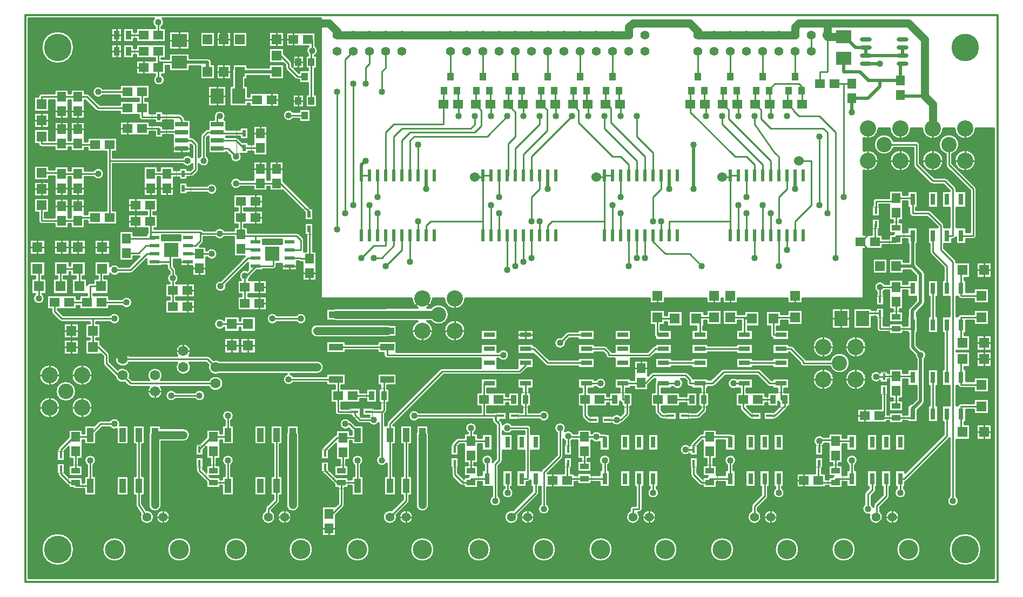
<source format=gbr>
G04 EasyPC Gerber Version 20.0.2 Build 4112 *
G04 #@! TF.Part,Single*
G04 #@! TF.FileFunction,Copper,L1,Top *
%FSLAX35Y35*%
%MOIN*%
G04 #@! TA.AperFunction,SMDPad*
%ADD23R,0.01811X0.03937*%
%ADD79R,0.01969X0.04232*%
%ADD72R,0.02200X0.07800*%
%ADD29R,0.03150X0.07087*%
%ADD26R,0.03543X0.05512*%
%ADD17R,0.03937X0.08661*%
%ADD74R,0.04000X0.04800*%
%ADD70R,0.05500X0.06000*%
%ADD80R,0.08000X0.09500*%
G04 #@! TA.AperFunction,ComponentPad*
%ADD75R,0.06000X0.06000*%
G04 #@! TA.AperFunction,SMDPad*
%ADD20R,0.06300X0.06300*%
%ADD77R,0.09000X0.09000*%
G04 #@! TD.AperFunction*
%ADD19C,0.00197*%
%ADD11C,0.01000*%
%ADD10C,0.01200*%
%ADD83C,0.02000*%
G04 #@! TA.AperFunction,WasherPad*
%ADD13C,0.04000*%
G04 #@! TD.AperFunction*
%ADD84C,0.05000*%
G04 #@! TA.AperFunction,ComponentPad*
%ADD16C,0.05472*%
%ADD73C,0.05500*%
G04 #@! TA.AperFunction,WasherPad*
%ADD14C,0.06000*%
G04 #@! TA.AperFunction,ComponentPad*
%ADD71C,0.06299*%
%ADD21C,0.09449*%
%ADD22C,0.10039*%
%ADD15C,0.11850*%
G04 #@! TA.AperFunction,WasherPad*
%ADD12C,0.17000*%
G04 #@! TA.AperFunction,SMDPad*
%ADD81O,0.07200X0.02500*%
%ADD27R,0.03937X0.01811*%
%ADD76R,0.06300X0.02100*%
%ADD78R,0.08000X0.02500*%
%ADD24R,0.07087X0.03150*%
%ADD18R,0.05512X0.03543*%
%ADD28R,0.08661X0.03937*%
%ADD25R,0.06000X0.05500*%
%ADD82R,0.09500X0.08000*%
X0Y0D02*
D02*
D10*
X680250Y344250D02*
X1280250D01*
Y694250*
X680250*
Y344250*
X764549Y558150D02*
Y555348D01*
X775951*
Y558150*
X764549*
G36*
Y555348*
X775951*
Y558150*
X764549*
G37*
X827049Y555650D02*
Y552848D01*
X838451*
Y555650*
X827049*
G36*
Y552848*
X838451*
Y555650*
X827049*
G37*
X1278050Y624250D02*
X1266869D01*
G75*
G02X1253631I-6619J98*
G01*
X1246869*
G75*
G02X1233631I-6619J98*
G01*
X1226869*
G75*
G02X1213631I-6619J98*
G01*
X1206869*
G75*
G02X1197750Y618219I-6619J99*
G01*
Y610478*
G75*
G02X1206870Y604348I2500J-6130*
G01*
G75*
G02X1197750Y598219I-6620J0*
G01*
Y558600*
X1202650*
Y565116*
G75*
G02X1202746Y565744I2100*
G01*
Y568683*
X1207754*
Y561549*
X1206850*
Y558600*
X1209348*
Y556350*
X1213396*
Y558880*
X1215830*
G75*
G02X1216379Y559620I1920J-850*
G01*
X1213396*
Y566360*
X1215650*
Y567652*
X1213400*
Y577150*
X1207350*
Y576951*
X1207754*
Y569817*
X1202746*
Y576951*
X1203150*
Y579250*
G75*
G02X1205250Y581350I2100*
G01*
X1213400*
Y585848*
X1222100*
Y583350*
X1224616*
Y585612*
X1230963*
Y575329*
X1229889*
Y573850*
X1237748*
G75*
G02X1239235Y573235I3J-2100*
G01*
X1246735Y565735*
G75*
G02X1247350Y564250I-1485J-1485*
G01*
Y563171*
X1250650*
Y575329*
X1245876*
Y585612*
X1250650*
Y585880*
X1246880Y589650*
X1240252*
G75*
G02X1238765Y590265I-3J2100*
G01*
X1228765Y600265*
G75*
G02X1228150Y601750I1485J1485*
G01*
Y612248*
X1216216*
G75*
G02X1203926Y614348I-5966J2100*
G01*
G75*
G02X1216216Y616448I6324*
G01*
X1230250*
G75*
G02X1232350Y614348J-2100*
G01*
Y602620*
X1241120Y593850*
X1247748*
G75*
G02X1249235Y593235I3J-2100*
G01*
X1254235Y588235*
G75*
G02X1254850Y586750I-1485J-1485*
G01*
Y585612*
X1260884*
Y575329*
X1254850*
Y563171*
X1260884*
Y560130*
X1263150*
Y585880*
X1248765Y600265*
G75*
G02X1248150Y601750I1485J1485*
G01*
Y608383*
G75*
G02X1250250Y620673I2100J5966*
G01*
G75*
G02X1252350Y608383J-6324*
G01*
Y602620*
X1266735Y588235*
G75*
G02X1267350Y586750I-1485J-1485*
G01*
Y558030*
G75*
G02X1265250Y555930I-2100*
G01*
X1260884*
Y552888*
X1254537*
Y556927*
G75*
G02X1252750Y555930I-1787J1102*
G01*
X1252222*
Y552888*
X1247350*
Y550120*
X1254235Y543235*
G75*
G02X1254850Y541750I-1485J-1485*
G01*
Y541500*
X1263301*
Y532000*
X1259811*
Y530612*
X1260884*
Y523050*
X1265500*
Y525699*
X1275000*
Y516199*
X1265500*
Y518850*
X1257711*
G75*
G02X1255705Y520329J2100*
G01*
X1254850*
Y508171*
X1255705*
G75*
G02X1257711Y509650I2006J-621*
G01*
X1265500*
Y512301*
X1275000*
Y502801*
X1265500*
Y505450*
X1260884*
Y497888*
X1259811*
Y496500*
X1263301*
Y487000*
X1254850*
Y486500*
X1263301*
Y477000*
X1259811*
Y475612*
X1260884*
Y468050*
X1265500*
Y470699*
X1275000*
Y461199*
X1265500*
Y463850*
X1257711*
G75*
G02X1255705Y465329J2100*
G01*
X1254850*
Y453171*
X1255705*
G75*
G02X1257711Y454650I2006J-621*
G01*
X1265500*
Y457301*
X1275000*
Y447801*
X1265500*
Y450450*
X1260884*
Y442888*
X1259811*
Y441500*
X1263301*
Y432000*
X1254850*
Y397174*
G75*
G02X1256350Y394250I-2100J-2924*
G01*
G75*
G02X1249150I-3600*
G01*
G75*
G02X1250650Y397174I3600*
G01*
Y432970*
G75*
G02X1250534Y432844I-1604J1358*
G01*
X1224235Y406544*
G75*
G02X1223384Y406028I-1485J1485*
G01*
Y402888*
X1222468*
Y402085*
G75*
G02X1223850Y399250I-2218J-2835*
G01*
G75*
G02X1216650I-3600*
G01*
G75*
G02X1217953Y402022I3600*
G01*
Y402888*
X1217037*
Y413171*
X1223384*
Y411633*
X1246949Y435198*
Y442888*
X1245876*
Y453171*
X1250650*
Y465329*
X1245876*
Y475612*
X1246949*
Y497888*
X1245876*
Y508171*
X1250650*
Y520329*
X1245876*
Y530612*
X1246949*
Y538380*
X1238903Y546426*
G75*
G02X1238288Y547911I1485J1485*
G01*
Y552888*
X1237215*
Y563171*
X1243150*
Y563380*
X1236880Y569650*
X1227789*
G75*
G02X1225689Y571750J2100*
G01*
Y575329*
X1224616*
Y579150*
X1222100*
Y567652*
X1219850*
Y566360*
X1222104*
Y560130*
X1224616*
Y563171*
X1230963*
Y552888*
X1230389*
Y540544*
X1234706Y536194*
G75*
G02X1235507Y534250I-1956J-1944*
G01*
Y516754*
G75*
G02Y516751I-840J-1*
G01*
G75*
G02Y516750I-740J0*
G01*
G75*
G02X1234700Y514800I-2757J0*
G01*
X1230507Y510608*
Y508171*
X1230963*
Y497888*
X1230389*
Y490287*
X1232828Y487849*
G75*
G02X1235350Y481760I-78J-3599*
G01*
Y455750*
G75*
G02X1234586Y453909I-2600*
G01*
X1230963Y450286*
Y442888*
X1224616*
Y443410*
X1222104*
Y442140*
X1213396*
Y443410*
X1211848*
Y442400*
X1193652*
Y451100*
X1208150*
Y459049*
X1207746*
Y466183*
X1212754*
Y459049*
X1212350*
Y447610*
X1213396*
Y448880*
X1222104*
Y447610*
X1224616*
Y453171*
X1225612*
G75*
G02X1227670Y454347I2177J-1422*
G01*
X1230150Y456827*
Y465329*
X1224616*
Y469150*
X1222100*
Y457652*
X1219850*
Y456360*
X1222104*
Y449620*
X1213396*
Y456360*
X1215650*
Y457652*
X1213400*
Y469150*
X1212754*
Y467317*
X1207746*
Y468290*
G75*
G02X1201650Y470884I-2496J2594*
G01*
G75*
G02X1207746Y473478I3600*
G01*
Y474451*
X1212754*
Y473350*
X1213400*
Y475848*
X1222100*
Y473350*
X1224616*
Y475612*
X1230150*
Y481760*
G75*
G02X1229151Y484172I2600J2490*
G01*
X1225953Y487370*
G75*
G02X1225189Y489211I1836J1841*
G01*
Y497888*
X1224616*
Y498410*
X1222104*
Y497140*
X1213396*
Y498410*
X1207750*
G75*
G02X1205650Y500510J2100*
G01*
Y506549*
X1205246*
Y508016*
X1202549*
Y500400*
X1191348*
Y513100*
X1202549*
Y512216*
X1205246*
Y513683*
X1210254*
Y506549*
X1209850*
Y502610*
X1213396*
Y503880*
X1222104*
Y502610*
X1224616*
Y508171*
X1224993*
Y511746*
G75*
G02Y511749I840J2*
G01*
G75*
G02Y511750I740J0*
G01*
G75*
G02X1225800Y513700I2757J0*
G01*
X1229993Y517892*
Y520329*
X1224616*
Y524150*
X1222100*
Y512652*
X1219850*
Y511360*
X1222104*
Y504620*
X1213396*
Y511360*
X1215650*
Y512652*
X1213400*
Y524150*
X1210674*
G75*
G02X1209850Y523326I-2924J2100*
G01*
Y521951*
X1210254*
Y514817*
X1205246*
Y521951*
X1205650*
Y523326*
G75*
G02X1204150Y526250I2100J2924*
G01*
G75*
G02X1210674Y528350I3600*
G01*
X1213400*
Y530848*
X1222100*
Y528350*
X1224616*
Y530612*
X1229993*
Y533114*
X1226485Y536650*
X1222348*
Y534652*
X1213152*
Y543848*
X1222348*
Y541850*
X1225189*
Y552888*
X1224616*
Y555930*
X1222104*
Y552140*
X1213396*
Y552150*
X1209348*
Y549900*
X1197750*
Y519250*
X1160000*
Y516199*
X1150500*
Y519250*
X1120000*
Y516199*
X1110500*
Y519250*
X1110000*
Y516199*
X1100500*
Y519250*
X1075000*
Y516199*
X1065500*
Y519250*
X951869*
G75*
G02X938631I-6619J98*
G01*
X931869*
G75*
G02X928252Y513448I-6619J98*
G01*
X930435*
G75*
G02X941574Y509348I4815J-4100*
G01*
G75*
G02X930435Y505248I-6324*
G01*
X928252*
G75*
G02X925250Y492729I-3002J-5900*
G01*
G75*
G02X922248Y505248J6620*
G01*
X904391*
G75*
G02X903498Y505150I-893J4002*
G01*
X872002*
G75*
G02X869980Y505683J4100*
G01*
X866073*
Y512817*
X869980*
G75*
G02X872002Y513350I2022J-3567*
G01*
X902605*
G75*
G02X903498Y513448I893J-4002*
G01*
X922248*
G75*
G02X918631Y519250I3002J5900*
G01*
X862750*
Y692050*
X765019*
G75*
G02X764350Y686826I-2769J-2300*
G01*
Y686100*
X766848*
Y677400*
X748652*
Y679650*
X747360*
Y677396*
X740620*
Y686104*
X747360*
Y683850*
X748652*
Y686100*
X760150*
Y686826*
G75*
G02X759481Y692050I2100J2924*
G01*
X682450*
Y346450*
X1278050*
Y624250*
X1233630Y604348D02*
G75*
G02X1246870I6620D01*
G01*
G75*
G02X1233630I-6620*
G01*
X1237215Y585612D02*
X1243561D01*
Y575329*
X1237215*
Y585612*
X1213630Y604348D02*
G75*
G02X1226870I6620D01*
G01*
G75*
G02X1213630I-6620*
G01*
X1253630D02*
G75*
G02X1266870I6620D01*
G01*
G75*
G02X1253630I-6620*
G01*
X1267199Y541500D02*
X1276699D01*
Y532000*
X1267199*
Y541500*
Y486500D02*
X1276699D01*
Y477000*
X1267199*
Y486500*
Y496500D02*
X1276699D01*
Y487000*
X1267199*
Y496500*
Y441500D02*
X1276699D01*
Y432000*
X1267199*
Y441500*
X1250150Y364250D02*
G75*
G02X1270350I10100D01*
G01*
G75*
G02X1250150I-10100*
G01*
X1237215Y475612D02*
X1243561D01*
Y465329*
X1242488*
Y453171*
X1243561*
Y442888*
X1237215*
Y453171*
X1238288*
Y465329*
X1237215*
Y475612*
Y530612D02*
X1243561D01*
Y520329*
X1242488*
Y508171*
X1243561*
Y497888*
X1237215*
Y508171*
X1238288*
Y520329*
X1237215*
Y530612*
X1217037Y435612D02*
X1223384D01*
Y425329*
X1217037*
Y435612*
X1208376Y413171D02*
X1214722D01*
Y402888*
X1213649*
Y397049*
G75*
G02X1213034Y395564I-2100*
G01*
X1207850Y390380*
Y387720*
G75*
G02X1205250Y379914I-2600J-3470*
G01*
G75*
G02X1201191Y385775J4336*
G01*
G75*
G02X1197993Y392054I-941J3475*
G01*
Y398250*
G75*
G02X1198697Y399889I2257*
G01*
X1200630Y401721*
Y402888*
X1199715*
Y413171*
X1206061*
Y402888*
X1205145*
Y400750*
G75*
G02X1204441Y399111I-2257*
G01*
X1202507Y397279*
Y392054*
G75*
G02X1203650Y390433I-2258J-2804*
G01*
Y391250*
G75*
G02X1204265Y392735I2100*
G01*
X1209449Y397919*
Y402888*
X1208376*
Y413171*
X1210914Y384250D02*
G75*
G02X1219586I4336D01*
G01*
G75*
G02X1210914I-4336*
G01*
X1217725Y364250D02*
G75*
G02X1232775I7525D01*
G01*
G75*
G02X1217725I-7525*
G01*
X1208376Y435612D02*
X1214722D01*
Y425329*
X1208376*
Y435612*
X1199715D02*
X1206061D01*
Y425329*
X1199715*
Y435612*
X1203152Y543848D02*
X1212348D01*
Y534652*
X1203152*
Y543848*
X1166130Y489348D02*
G75*
G02X1179370I6620D01*
G01*
G75*
G02X1166130I-6620*
G01*
X1177951Y513100D02*
X1189152D01*
Y500400*
X1177951*
Y513100*
X1186130Y489348D02*
G75*
G02X1199370I6620D01*
G01*
G75*
G02X1186130I-6620*
G01*
X1150500Y512301D02*
X1160000D01*
Y502801*
X1150500*
Y505450*
X1146699*
Y502000*
X1144050*
Y499884*
X1151612*
Y493537*
X1141329*
Y494705*
G75*
G02X1139850Y496711I621J2006*
G01*
Y502000*
X1137199*
Y511500*
X1146699*
Y509650*
X1150500*
Y512301*
X1176784Y481448D02*
G75*
G02X1189074Y479348I5966J-2100D01*
G01*
G75*
G02X1176784Y477248I-6324*
G01*
X1160250*
G75*
G02X1158150Y479348J2100*
G01*
Y479680*
X1151880Y485949*
X1151612*
Y484876*
X1141329*
Y491222*
X1151612*
Y490149*
X1152748*
G75*
G02X1154235Y489534I3J-2100*
G01*
X1161735Y482034*
G75*
G02X1162148Y481448I-1485J-1484*
G01*
X1176784*
X1186130Y469348D02*
G75*
G02X1199370I6620D01*
G01*
G75*
G02X1186130I-6620*
G01*
X1166130D02*
G75*
G02X1179370I6620D01*
G01*
G75*
G02X1166130I-6620*
G01*
X1186689Y419250D02*
G75*
G02X1193889I3600D01*
G01*
G75*
G02X1192389Y416326I-3600*
G01*
Y413171*
X1193463*
Y402888*
X1187116*
Y405930*
X1184604*
Y402140*
X1175896*
Y403410*
X1174348*
Y402400*
X1156152*
Y411100*
X1167650*
Y419068*
G75*
G02X1167746Y419904I2100J182*
G01*
Y421183*
X1168909*
G75*
G02X1170591I841J-1933*
G01*
X1172754*
Y414049*
X1171850*
Y411100*
X1174348*
Y407610*
X1175896*
Y408880*
X1178330*
G75*
G02X1178879Y409620I1920J-850*
G01*
X1175896*
Y416360*
X1178150*
Y417652*
X1175900*
Y429650*
X1173475*
G75*
G02X1172754Y428663I-3225J1600*
G01*
Y422317*
X1167746*
Y428663*
G75*
G02X1172740Y433850I2504J2587*
G01*
X1175900*
Y435848*
X1184600*
Y433350*
X1187116*
Y435612*
X1193463*
Y425329*
X1187116*
Y429150*
X1184600*
Y417652*
X1182350*
Y416360*
X1184604*
Y410130*
X1187116*
Y413171*
X1188189*
Y416326*
G75*
G02X1186689Y419250I2100J2924*
G01*
X1177725Y364250D02*
G75*
G02X1192775I7525D01*
G01*
G75*
G02X1177725I-7525*
G01*
X1123801Y511500D02*
X1133301D01*
Y502000*
X1126130*
Y499884*
X1129171*
Y493537*
X1118888*
Y499884*
X1121930*
Y505450*
X1120000*
Y502801*
X1110500*
Y512301*
X1120000*
Y509650*
X1123801*
Y511500*
X1100500Y512301D02*
X1110000D01*
Y502801*
X1100500*
Y505450*
X1099199*
Y502000*
X1098570*
Y499884*
X1101612*
Y493537*
X1091329*
Y499884*
X1094370*
Y502000*
X1089699*
Y511500*
X1099199*
Y509650*
X1100500*
Y512301*
X1118888Y491222D02*
X1129171D01*
Y484876*
X1118888*
Y485949*
X1101612*
Y484876*
X1091329*
Y491222*
X1101612*
Y490149*
X1118888*
Y491222*
X1141329Y482561D02*
X1151612D01*
Y476215*
X1141329*
Y477288*
X1129171*
Y476215*
X1118888*
Y482561*
X1129171*
Y481488*
X1141329*
Y482561*
X961388Y499884D02*
X971671D01*
Y493537*
X961388*
Y499884*
X1021388Y482561D02*
X1031671D01*
Y476215*
X1021388*
Y477288*
X1002615*
G75*
G02X1001127Y477903I-3J2100*
G01*
X994112Y484918*
Y484876*
X983829*
Y491222*
X994112*
Y490143*
G75*
G02X995436Y489534I-161J-2094*
G01*
X1003482Y481488*
X1021388*
Y482561*
X1034189Y419250D02*
G75*
G02X1041389I3600D01*
G01*
G75*
G02X1039889Y416326I-3600*
G01*
Y413171*
X1040963*
Y402888*
X1034616*
Y405772*
X1029604*
Y404640*
X1020896*
Y405910*
X1019348*
Y402400*
X1002350*
Y392174*
G75*
G02X1003850Y389250I-2100J-2924*
G01*
G75*
G02X996650I-3600*
G01*
G75*
G02X998150Y392174I3600*
G01*
Y402888*
X997311*
Y399211*
G75*
G02X996696Y397726I-2100*
G01*
X984418Y385448*
G75*
G02X980250Y379914I-4168J-1198*
G01*
G75*
G02Y388586J4336*
G01*
G75*
G02X981448Y388418I0J-4336*
G01*
X993111Y400080*
Y402888*
X992037*
Y406927*
G75*
G02X990250Y405930I-1787J1102*
G01*
X989722*
Y402888*
X983376*
Y413171*
X988150*
Y425329*
X983376*
Y435612*
X988150*
Y437150*
X980674*
G75*
G02X974850Y437117I-2924J2100*
G01*
Y435612*
X981061*
Y425329*
X974850*
Y419250*
G75*
G02X974235Y417765I-2100*
G01*
X972350Y415880*
Y397174*
G75*
G02X973850Y394250I-2100J-2924*
G01*
G75*
G02X966650I-3600*
G01*
G75*
G02X968150Y397174I3600*
G01*
Y402888*
X962116*
Y405930*
X959604*
Y402140*
X950896*
Y403410*
X950252*
G75*
G02X948765Y404025I-3J2100*
G01*
X943765Y409025*
G75*
G02X943150Y410510I1485J1485*
G01*
Y414049*
X942746*
Y421183*
X947754*
Y414049*
X947350*
Y411380*
X950896Y407834*
Y408880*
X953330*
G75*
G02X953879Y409620I1920J-850*
G01*
X950896*
Y416360*
X953150*
Y417652*
X950900*
Y429150*
X948620*
X947754Y428284*
Y422317*
X942746*
Y429451*
X943270*
G75*
G02X943765Y430235I1980J-700*
G01*
X946265Y432735*
G75*
G02X947752Y433350I1485J-1485*
G01*
X950900*
Y435848*
X953150*
Y436326*
G75*
G02X951650Y439250I2100J2924*
G01*
G75*
G02X958850I3600*
G01*
G75*
G02X957350Y436326I-3600*
G01*
Y435848*
X959600*
Y433350*
X962116*
Y435612*
X968463*
Y425329*
X962116*
Y429150*
X959600*
Y417652*
X957350*
Y416360*
X959604*
Y410130*
X962116*
Y413171*
X963189*
Y416326*
G75*
G02X961689Y419250I2100J2924*
G01*
G75*
G02X968889I3600*
G01*
G75*
G02X968734Y418203I-3600J0*
G01*
G75*
G02X968765Y418235I1529J-1442*
G01*
X970650Y420120*
Y440880*
X968765Y442765*
G75*
G02X968150Y444250I1485J1485*
G01*
Y444650*
X923174*
G75*
G02X916650Y446750I-2924J2100*
G01*
G75*
G02X923174Y448850I3600*
G01*
X961150*
Y452400*
X958652*
Y461100*
X961150*
Y466789*
G75*
G02X961388Y467760I2100*
G01*
Y469963*
X971671*
Y463616*
X965350*
Y461100*
X976848*
Y458850*
X978140*
Y461104*
X984880*
Y452396*
X978140*
Y454650*
X976848*
Y452400*
X965350*
Y448850*
X970049*
Y449254*
X977183*
Y444246*
X973224*
X974235Y443235*
G75*
G02X974850Y441750I-1485J-1485*
G01*
Y441383*
G75*
G02X980674Y441350I2900J-2133*
G01*
X990250*
G75*
G02X992350Y439250J-2100*
G01*
Y435612*
X998384*
Y425329*
X992350*
Y413171*
X998384*
Y412713*
G75*
G02X998765Y413235I1867J-963*
G01*
X1008150Y422620*
Y436326*
G75*
G02X1006650Y439250I2100J2924*
G01*
G75*
G02X1013850I3600*
G01*
G75*
G02X1013230Y437230I-3600*
G01*
G75*
G02X1018475Y435850I2020J-2980*
G01*
X1020900*
Y438348*
X1029600*
Y435850*
X1029826*
G75*
G02X1035674I2924J-2100*
G01*
X1037789*
G75*
G02X1038760Y435612J-2100*
G01*
X1040963*
Y425329*
X1034616*
Y430671*
G75*
G02X1029826Y431650I-1866J3079*
G01*
X1029600*
Y420152*
X1027350*
Y418860*
X1029604*
Y412120*
X1020896*
Y418860*
X1023150*
Y420152*
X1020900*
Y431650*
X1017740*
G75*
G02X1017350Y431326I-2490J2602*
G01*
Y429451*
X1017754*
Y422317*
X1012746*
Y429451*
X1013150*
Y431326*
G75*
G02X1012350Y432117I2100J2924*
G01*
Y421750*
G75*
G02X1011735Y420265I-2100*
G01*
X1002570Y411100*
X1012650*
Y417616*
G75*
G02X1012746Y418244I2100*
G01*
Y421183*
X1017754*
Y414049*
X1016850*
Y411100*
X1019348*
Y410110*
X1020896*
Y411380*
X1029604*
Y410287*
X1034616*
Y413171*
X1035689*
Y416326*
G75*
G02X1034189Y419250I2100J2924*
G01*
X1027725Y364250D02*
G75*
G02X1042775I7525D01*
G01*
G75*
G02X1027725I-7525*
G01*
X985914Y384250D02*
G75*
G02X994586I4336D01*
G01*
G75*
G02X985914I-4336*
G01*
X992725Y364250D02*
G75*
G02X1007775I7525D01*
G01*
G75*
G02X992725I-7525*
G01*
X979988Y402174D02*
G75*
G02X981488Y399250I-2100J-2924D01*
G01*
G75*
G02X974288I-3600*
G01*
G75*
G02X975788Y402174I3600*
G01*
Y402888*
X974715*
Y413171*
X981061*
Y402888*
X979988*
Y402174*
X952725Y364250D02*
G75*
G02X967775I7525D01*
G01*
G75*
G02X952725I-7525*
G01*
X928817Y437020D02*
G75*
G02X929350Y434998I-3567J-2022D01*
G01*
Y391750*
G75*
G02X921150I-4100*
G01*
Y434998*
G75*
G02X921683Y437020I4100*
G01*
Y440927*
X928817*
Y437020*
X997326Y448850D02*
G75*
G02X1003850Y446750I2924J-2100D01*
G01*
G75*
G02X997326Y444650I-3600*
G01*
X985451*
Y444246*
X978317*
Y449254*
X985451*
Y448850*
X986890*
Y452396*
X985620*
Y461104*
X986733*
Y463616*
X983829*
Y469963*
X994112*
Y463616*
X991248*
Y461104*
X992360*
Y452396*
X991090*
Y448850*
X997326*
X1148570Y461104D02*
X1152360D01*
Y452396*
X1151004*
G75*
G02X1150475Y451505I-2015J594*
G01*
X1144235Y445265*
G75*
G02X1142951Y444659I-1485J1485*
G01*
Y444246*
X1135817*
Y449254*
X1142284*
X1145620Y452590*
Y454830*
G75*
G02X1144880Y455379I850J1920*
G01*
Y452396*
X1138140*
Y454650*
X1136848*
Y452400*
X1125570*
X1128716Y449254*
X1134683*
Y444246*
X1127549*
Y444770*
G75*
G02X1126765Y445265I700J1980*
G01*
X1121765Y450265*
G75*
G02X1121150Y451750I1485J1485*
G01*
Y452400*
X1118652*
Y461100*
X1121150*
Y463616*
X1118950*
G75*
G02X1113650Y466789I-1700J3173*
G01*
G75*
G02X1118950Y469963I3600*
G01*
X1129171*
Y463616*
X1125350*
Y461100*
X1136848*
Y458850*
X1138140*
Y461104*
X1144370*
Y463616*
X1141329*
Y464493*
X1139750*
G75*
G02X1138153Y465154J2257*
G01*
X1131815Y471493*
X1112146*
X1105847Y465194*
G75*
G02X1104250Y464532I-1597J1596*
G01*
X1101612*
Y463616*
X1101090*
Y461104*
X1102360*
Y452396*
X1101090*
Y450490*
G75*
G02X1100475Y449005I-2100*
G01*
X1096735Y445265*
G75*
G02X1095248Y444650I-1485J1485*
G01*
X1090451*
Y444246*
X1083317*
Y449254*
X1090451*
Y448850*
X1094380*
X1096890Y451360*
Y452396*
X1095620*
Y461104*
X1096890*
Y463616*
X1091329*
Y464689*
X1090250*
G75*
G02X1088150Y466789J2100*
G01*
Y468380*
X1086880Y469650*
X1084935*
G75*
G02X1086350Y466789I-2185J-2861*
G01*
G75*
G02X1079826Y464689I-3600*
G01*
X1079171*
Y463616*
X1072850*
Y461100*
X1084348*
Y458850*
X1088140*
Y461104*
X1094880*
Y452396*
X1088140*
Y454650*
X1084348*
Y452400*
X1072850*
Y450120*
X1074120Y448850*
X1075049*
Y449254*
X1082183*
Y444246*
X1075049*
Y444650*
X1073252*
G75*
G02X1071765Y445265I-3J2100*
G01*
X1069265Y447765*
G75*
G02X1068650Y449250I1485J1485*
G01*
Y452400*
X1066152*
Y461100*
X1068650*
Y466789*
G75*
G02X1068888Y467760I2100*
G01*
Y469650*
X1068620*
X1064735Y465765*
G75*
G02X1064600Y465642I-1484J1487*
G01*
Y462652*
X1055900*
Y464689*
X1054112*
Y463616*
X1051070*
Y461104*
X1054860*
Y452396*
X1053590*
Y447990*
G75*
G02X1052975Y446505I-2100*
G01*
X1049235Y442765*
G75*
G02X1048210Y442201I-1485J1485*
G01*
G75*
G02X1042663Y441746I-2960J2049*
G01*
X1035817*
Y446754*
X1042663*
G75*
G02X1047550Y447020I2587J-2504*
G01*
X1049390Y448860*
Y452396*
X1048120*
Y454830*
G75*
G02X1047380Y455379I850J1920*
G01*
Y452396*
X1040640*
Y454650*
X1039348*
Y452400*
X1027850*
Y447620*
X1028716Y446754*
X1034683*
Y441746*
X1027549*
Y442270*
G75*
G02X1026765Y442765I700J1980*
G01*
X1024265Y445265*
G75*
G02X1023650Y446750I1485J1485*
G01*
Y452400*
X1021152*
Y461100*
X1023650*
Y463616*
X1021388*
Y469963*
X1031671*
Y468889*
X1032326*
G75*
G02X1038850Y466789I2924J-2100*
G01*
G75*
G02X1032326Y464689I-3600*
G01*
X1031671*
Y463616*
X1027850*
Y461100*
X1039348*
Y458850*
X1040640*
Y461104*
X1046870*
Y463616*
X1043829*
Y469963*
X1054112*
Y468889*
X1055900*
Y480848*
X1064600*
Y471570*
X1066265Y473235*
G75*
G02X1067752Y473850I1485J-1485*
G01*
X1087748*
G75*
G02X1089235Y473235I3J-2100*
G01*
X1091735Y470735*
G75*
G02X1092226Y469963I-1485J-1485*
G01*
X1101612*
Y469047*
X1103315*
X1109614Y475346*
G75*
G02X1111211Y476007I1597J-1596*
G01*
X1132750*
G75*
G02X1134347Y475346J-2257*
G01*
X1140685Y469007*
X1141329*
Y469963*
X1151612*
Y463616*
X1148570*
Y461104*
X1147311Y402174D02*
G75*
G02X1148811Y399250I-2100J-2924D01*
G01*
G75*
G02X1141611I-3600*
G01*
G75*
G02X1143111Y402174I3600*
G01*
Y402888*
X1142037*
Y413171*
X1148384*
Y402888*
X1147311*
Y402174*
X1142037Y435612D02*
X1148384D01*
Y425329*
X1142037*
Y435612*
X1133376Y413171D02*
X1139722D01*
Y402888*
X1138649*
Y396750*
G75*
G02X1137235Y394765I-2100*
G01*
X1132350Y389880*
Y388044*
G75*
G02X1130250Y379914I-2100J-3794*
G01*
G75*
G02X1128150Y388044J4336*
G01*
Y390750*
G75*
G02X1128765Y392235I2100*
G01*
X1134449Y397919*
Y402888*
X1133376*
Y413171*
X1135914Y384250D02*
G75*
G02X1144586I4336D01*
G01*
G75*
G02X1135914I-4336*
G01*
X1142725Y364250D02*
G75*
G02X1157775I7525D01*
G01*
G75*
G02X1142725I-7525*
G01*
X1133376Y435612D02*
X1139722D01*
Y425329*
X1133376*
Y435612*
X1124715Y413171D02*
X1131061D01*
Y402888*
X1124715*
Y413171*
Y435612D02*
X1131061D01*
Y425329*
X1124715*
Y435612*
X1111689Y419250D02*
G75*
G02X1118889I3600D01*
G01*
G75*
G02X1117389Y416326I-3600*
G01*
Y413171*
X1118463*
Y402888*
X1112116*
Y405930*
X1107104*
Y402140*
X1098396*
Y403410*
X1097752*
G75*
G02X1096265Y404025I-3J2100*
G01*
X1091265Y409025*
G75*
G02X1090650Y410510I1485J1485*
G01*
Y414049*
X1090246*
Y421183*
X1095254*
Y414049*
X1094850*
Y411380*
X1098396Y407834*
Y408880*
X1100830*
G75*
G02X1101379Y409620I1920J-850*
G01*
X1098396*
Y416360*
X1100650*
Y420152*
X1098400*
Y431430*
X1095254Y428284*
Y422317*
X1090246*
Y423290*
G75*
G02X1084150Y425884I-2496J2594*
G01*
G75*
G02X1090246Y428478I3600*
G01*
Y429451*
X1090770*
G75*
G02X1091265Y430235I1980J-700*
G01*
X1096265Y435235*
G75*
G02X1097752Y435850I1485J-1485*
G01*
X1098400*
Y438348*
X1107100*
Y435850*
X1115289*
G75*
G02X1116260Y435612J-2100*
G01*
X1118463*
Y425329*
X1112116*
Y431650*
X1107100*
Y420152*
X1104850*
Y416360*
X1107104*
Y410130*
X1112116*
Y413171*
X1113189*
Y416326*
G75*
G02X1111689Y419250I2100J2924*
G01*
X1102725Y364250D02*
G75*
G02X1117775I7525D01*
G01*
G75*
G02X1102725I-7525*
G01*
X1069811Y402174D02*
G75*
G02X1071311Y399250I-2100J-2924D01*
G01*
G75*
G02X1064111I-3600*
G01*
G75*
G02X1065611Y402174I3600*
G01*
Y402888*
X1064537*
Y413171*
X1070884*
Y402888*
X1069811*
Y402174*
X1064537Y435612D02*
X1070884D01*
Y425329*
X1064537*
Y435612*
X1055876Y413171D02*
X1062222D01*
Y402888*
X1061149*
Y389250*
G75*
G02X1059049Y387150I-2100*
G01*
X1058474*
G75*
G02X1055250Y379914I-3224J-2900*
G01*
G75*
G02X1053150Y388044J4336*
G01*
Y389250*
G75*
G02X1055250Y391350I2100*
G01*
X1056949*
Y402888*
X1055876*
Y413171*
X1060914Y384250D02*
G75*
G02X1069586I4336D01*
G01*
G75*
G02X1060914I-4336*
G01*
X1067725Y364250D02*
G75*
G02X1082775I7525D01*
G01*
G75*
G02X1067725I-7525*
G01*
X1055876Y435612D02*
X1062222D01*
Y425329*
X1055876*
Y435612*
X1047215Y413171D02*
X1053561D01*
Y402888*
X1047215*
Y413171*
Y435612D02*
X1053561D01*
Y425329*
X1047215*
Y435612*
X983829Y499884D02*
X994112D01*
Y493537*
X983829*
Y499884*
X1021388D02*
X1031671D01*
Y493537*
X1021388*
Y494611*
X1016080*
X1013802Y492333*
G75*
G02X1013850Y491750I-3553J-584*
G01*
G75*
G02X1006650I-3600*
G01*
G75*
G02X1010833Y495302I3600*
G01*
X1013726Y498196*
G75*
G02X1015213Y498811I1485J-1485*
G01*
X1021388*
Y499884*
X1068888Y491222D02*
X1079171D01*
Y484876*
X1068888*
Y484918*
X1066735Y482765*
G75*
G02X1065248Y482150I-1485J1485*
G01*
X1054112*
Y476215*
X1043829*
Y482150*
X1040250*
G75*
G02X1038150Y484250J2100*
G01*
Y484680*
X1036880Y485949*
X1031671*
Y484876*
X1021388*
Y491222*
X1031671*
Y490149*
X1037748*
G75*
G02X1039235Y489534I3J-2100*
G01*
X1041735Y487034*
G75*
G02X1042191Y486350I-1485J-1485*
G01*
X1043829*
Y491222*
X1054112*
Y486350*
X1064380*
X1067564Y489534*
G75*
G02X1068888Y490143I1485J-1485*
G01*
Y491222*
X1091329Y482561D02*
X1101612D01*
Y476215*
X1091329*
Y477288*
X1079171*
Y476215*
X1068888*
Y482561*
X1079171*
Y481488*
X1091329*
Y482561*
X1043829Y499884D02*
X1054112D01*
Y493537*
X1043829*
Y499884*
X1076301Y511500D02*
X1085801D01*
Y502000*
X1076301*
Y504650*
X1075000*
Y502801*
X1072350*
Y499884*
X1079171*
Y493537*
X1068888*
Y495112*
G75*
G02X1068150Y496711I1363J1598*
G01*
Y502801*
X1065500*
Y512301*
X1075000*
Y508850*
X1076301*
Y511500*
X938630Y499348D02*
G75*
G02X951870I6620D01*
G01*
G75*
G02X938630I-6620*
G01*
X768900Y684049D02*
X781600D01*
Y672848*
X768900*
Y684049*
X788152Y683848D02*
X797348D01*
Y674652*
X788152*
Y683848*
X798152Y663848D02*
X807348D01*
Y654652*
X798152*
Y663848*
X830652D02*
X839848D01*
Y654652*
X830652*
Y656650*
X817348*
Y654652*
X816050*
Y650600*
X817549*
Y643850*
X818652*
Y646100*
X836848*
Y637400*
X818652*
Y639650*
X817549*
Y637900*
X806348*
Y650600*
X807850*
Y659250*
G75*
G02X808152Y660793I4100*
G01*
Y663848*
X817348*
Y661850*
X830652*
Y663848*
X849152Y636348D02*
X856348D01*
Y628348*
X849152*
Y630250*
X845674*
G75*
G02X839150Y632350I-2924J2100*
G01*
G75*
G02X845674Y634450I3600*
G01*
X849152*
Y636348*
X798152Y683848D02*
X807348D01*
Y674652*
X798152*
Y683848*
X808152D02*
X817348D01*
Y674652*
X808152*
Y683848*
X859350Y675174D02*
G75*
G02X858898Y669049I-2100J-2924D01*
G01*
X860348*
Y661049*
X858850*
Y645049*
X860348*
Y637049*
X853152*
Y645049*
X854650*
Y652348*
X849152*
Y654250*
X848152*
G75*
G02X846665Y654865I-3J2100*
G01*
X841265Y660265*
G75*
G02X840650Y661750I1485J1485*
G01*
Y663380*
X839379Y664652*
X830652*
Y673848*
X839848*
Y670121*
X844235Y665735*
G75*
G02X844850Y664250I-1485J-1485*
G01*
Y662620*
X845152Y662318*
Y669049*
X852348*
Y661049*
X846420*
X849020Y658450*
X849152*
Y660348*
X854650*
Y661049*
X853152*
Y669049*
X854650*
Y669760*
G75*
G02X854813Y674900I2600J2490*
G01*
X841152*
Y683600*
X859348*
Y679331*
G75*
G02X859350Y679250I-2103J-81*
G01*
Y675174*
X845152Y645049D02*
X852348D01*
Y637049*
X845152*
Y645049*
X830652Y683848D02*
X839848D01*
Y674652*
X830652*
Y683848*
X690650Y531500D02*
X693301D01*
Y522000*
X690873*
G75*
G02X692150Y519250I-2323J-2750*
G01*
G75*
G02X684950I-3600*
G01*
G75*
G02X686227Y522000I3600*
G01*
X683801*
Y531500*
X686450*
Y532801*
X683000*
Y542301*
X692500*
Y532801*
X690650*
Y531500*
X688630Y451848D02*
G75*
G02X701870I6620D01*
G01*
G75*
G02X688630I-6620*
G01*
X716650Y419250D02*
G75*
G02X723850I3600D01*
G01*
G75*
G02X722350Y416326I-3600*
G01*
Y409431*
X723817*
Y397573*
X716683*
Y401402*
X711250*
G75*
G02X709652Y402140J2100*
G01*
X706896*
Y403591*
G75*
G02X706265Y404025I854J1919*
G01*
X700765Y409525*
G75*
G02X700201Y410549I1485J1485*
G01*
X699746*
Y417683*
X704754*
Y411476*
X707350Y408880*
X715604*
Y405602*
X716683*
Y409431*
X718150*
Y416326*
G75*
G02X716650Y419250I2100J2924*
G01*
X738755Y440927D02*
X743817D01*
Y429069*
X736683*
Y438448*
G75*
G02X732326Y439650I-1433J3302*
G01*
X727620*
X723817Y435847*
Y429069*
X716683*
Y431650*
X715600*
Y420152*
X713350*
Y416360*
X715604*
Y409620*
X706896*
Y416360*
X709150*
Y420152*
X706900*
Y427430*
X704754Y425284*
Y418817*
X699746*
Y425951*
X700159*
G75*
G02X700765Y427235I2091J-201*
G01*
X706900Y433369*
Y438348*
X715600*
Y435850*
X716683*
Y440927*
X722957*
X725265Y443235*
G75*
G02X726752Y443850I1485J-1485*
G01*
X732326*
G75*
G02X738755Y440927I2924J-2100*
G01*
X736683Y409431D02*
X743817D01*
Y397573*
X736683*
Y409431*
X727725Y364250D02*
G75*
G02X742775I7525D01*
G01*
G75*
G02X727725I-7525*
G01*
X690150D02*
G75*
G02X710350I10100D01*
G01*
G75*
G02X690150I-10100*
G01*
X688630Y471848D02*
G75*
G02X701870I6620D01*
G01*
G75*
G02X688630I-6620*
G01*
X698926Y461848D02*
G75*
G02X711574I6324D01*
G01*
G75*
G02X698926I-6324*
G01*
X708630Y451848D02*
G75*
G02X721870I6620D01*
G01*
G75*
G02X708630I-6620*
G01*
X683000Y555699D02*
X692500D01*
Y546199*
X683000*
Y555699*
X820900Y625848D02*
X829600D01*
Y607652*
X820900*
Y609918*
X817833*
Y608459*
X813419*
G75*
G02X813850Y606750I-3169J-1709*
G01*
G75*
G02X806650I-3600*
G01*
G75*
G02X806698Y607333I3600J-1*
G01*
X804380Y609650*
X804348*
Y608900*
X793152*
Y619182*
X792350Y618380*
Y607174*
G75*
G02X793850Y604250I-2100J-2924*
G01*
G75*
G02X787350Y602117I-3600*
G01*
Y598825*
G75*
G02X786735Y597340I-2100*
G01*
X784235Y594840*
G75*
G02X782748Y594225I-1485J1485*
G01*
X780333*
Y592608*
X775167*
Y593993*
X772100*
Y582652*
X763400*
Y594150*
X762100*
Y582652*
X753400*
Y600848*
X762100*
Y598350*
X763400*
Y600848*
X772100*
Y598507*
X775167*
Y600041*
X780333*
Y598425*
X781880*
X783150Y599694*
Y602117*
G75*
G02X777326Y602150I-2900J2133*
G01*
X734350*
Y573600*
X736848*
Y564900*
X718652*
Y567150*
X717100*
Y562652*
X708400*
Y565150*
X707100*
Y562652*
X698400*
Y565150*
X690250*
G75*
G02X688150Y567250J2100*
G01*
Y572152*
X685652*
Y581348*
X694848*
Y572152*
X692350*
Y569350*
X698400*
Y580848*
X707100*
Y569350*
X708400*
Y580848*
X717100*
Y571350*
X718652*
Y573600*
X730150*
Y609900*
X718652*
Y612150*
X717100*
Y610152*
X708400*
Y612650*
X707100*
Y610152*
X698400*
Y612650*
X690250*
G75*
G02X688152Y614652J2100*
G01*
X685652*
Y623848*
X694848*
Y616850*
X698400*
Y628348*
X707100*
Y616850*
X708400*
Y628348*
X717100*
Y616350*
X718652*
Y618600*
X736848*
Y609900*
X734350*
Y606350*
X777326*
G75*
G02X783150Y606383I2924J-2100*
G01*
Y613380*
X782348Y614182*
Y608900*
X771152*
Y620075*
X765333*
Y618459*
X760167*
Y622150*
X756848*
Y619900*
X738652*
Y628600*
X756848*
Y626350*
X762750*
G75*
G02X764059Y625892J-2100*
G01*
X765333*
Y624275*
X771152*
Y629225*
X765333*
Y627608*
X760167*
Y629225*
X752250*
G75*
G02X750150Y631325J2100*
G01*
Y632400*
X738652*
Y634650*
X725252*
G75*
G02X723765Y635265I-3J2100*
G01*
X717380Y641650*
X717100*
Y630152*
X708400*
Y641650*
X707100*
Y630152*
X698400*
Y641650*
X694848*
Y634652*
X685652*
Y643848*
X688152*
G75*
G02X690250Y645850I2098J-98*
G01*
X698400*
Y648348*
X707100*
Y645850*
X708400*
Y648348*
X717100*
Y645850*
X718248*
G75*
G02X719735Y645235I3J-2100*
G01*
X726120Y638850*
X738652*
Y641100*
X750150*
Y642400*
X738652*
Y644650*
X728174*
G75*
G02X721650Y646750I-2924J2100*
G01*
G75*
G02X728174Y648850I3600*
G01*
X738652*
Y651100*
X756848*
Y642400*
X754350*
Y641100*
X756848*
Y633425*
X760167*
Y635041*
X765333*
Y633425*
X775248*
G75*
G02X776735Y632810I3J-2100*
G01*
X778235Y631310*
G75*
G02X778850Y629825I-1485J-1485*
G01*
Y629600*
X782348*
Y618850*
X782748*
G75*
G02X784235Y618235I3J-2100*
G01*
X786735Y615735*
G75*
G02X787350Y614250I-1485J-1485*
G01*
Y606383*
G75*
G02X788150Y607174I2900J-2133*
G01*
Y619250*
G75*
G02X788765Y620735I2100*
G01*
X791265Y623235*
G75*
G02X792752Y623850I1485J-1485*
G01*
X793152*
Y629600*
X796650*
Y631750*
G75*
G02X803850I3600*
G01*
G75*
G02X803138Y629600I-3600*
G01*
X804348*
Y623425*
X812667*
Y625041*
X817833*
Y617608*
X812667*
Y619225*
X804348*
Y618850*
X810248*
G75*
G02X811735Y618235I3J-2100*
G01*
X814078Y615892*
X817833*
Y614433*
X820900*
Y625848*
X855987Y575041D02*
X857833D01*
Y567608*
X852667*
Y572422*
X839379Y585711*
X830900*
Y588209*
X829600*
Y585711*
X820900*
Y588209*
X813174*
G75*
G02X806650Y590309I-2924J2100*
G01*
G75*
G02X813174Y592409I3600*
G01*
X820900*
Y603907*
X829600*
Y592409*
X830900*
Y603907*
X839600*
Y591428*
X855987Y575041*
X857850Y548348D02*
X860100D01*
Y530152*
X851400*
Y541650*
X850250*
G75*
G02X848890Y542150J2100*
G01*
X847951*
Y536600*
X838451*
Y540652*
X835350*
Y539250*
G75*
G02X833250Y537150I-2100*
G01*
X827049*
Y536600*
X823070*
X819329Y532859*
G75*
G02X818187Y530600I-3579J391*
G01*
X829348*
Y521900*
X817850*
Y520600*
X829348*
Y511900*
X811152*
Y520600*
X813650*
Y521900*
X811152*
Y530600*
X813313*
G75*
G02X817112Y536582I2437J2650*
G01*
X817549Y537019*
Y541080*
X804211Y527741*
G75*
G02X804350Y526750I-3461J-991*
G01*
G75*
G02X797150I-3600*
G01*
G75*
G02X800878Y530348I3600*
G01*
X815682Y545152*
X808900*
Y557150*
X803174*
G75*
G02X797326I-2924J2100*
G01*
X790350*
Y554750*
G75*
G02X789735Y553265I-2100*
G01*
X787818Y551348*
X792100*
Y548850*
X792326*
G75*
G02X798850Y546750I2924J-2100*
G01*
G75*
G02X792326Y544650I-3600*
G01*
X792100*
Y533152*
X783400*
Y539100*
X775951*
Y543152*
X771850*
Y539120*
X772735Y538235*
G75*
G02X773350Y536750I-1485J-1485*
G01*
Y534674*
G75*
G02Y528826I-2100J-2924*
G01*
Y528600*
X784848*
Y519900*
X773350*
Y518600*
X784848*
Y509900*
X766652*
Y518600*
X769150*
Y519900*
X766652*
Y528600*
X769150*
Y528826*
G75*
G02Y534674I2100J2924*
G01*
Y535880*
X768265Y536765*
G75*
G02X767650Y538250I1485J1485*
G01*
Y539650*
X764549*
Y539100*
X755049*
Y543580*
X746735Y535265*
G75*
G02X745248Y534650I-1485J1485*
G01*
X738174*
G75*
G02X732500Y534427I-2924J2100*
G01*
Y532801*
X729050*
Y531500*
X731699*
Y522000*
X722350*
Y521100*
X731848*
Y518850*
X739826*
G75*
G02X746350Y516750I2924J-2100*
G01*
G75*
G02X739826Y514650I-3600*
G01*
X731848*
Y512400*
X713652*
Y514650*
X711848*
Y512400*
X700350*
Y512120*
X703620Y508850*
X732326*
G75*
G02X738850Y506750I2924J-2100*
G01*
G75*
G02X732326Y504650I-3600*
G01*
X724050*
Y504000*
X726699*
Y494500*
X724050*
Y494000*
X726699*
Y490770*
G75*
G02X726735Y490735I-1441J-1526*
G01*
X731735Y485735*
G75*
G02X732350Y484250I-1485J-1485*
G01*
Y480120*
X737135Y475335*
G75*
G02X744747Y470222I3115J-3585*
G01*
X746120Y468850*
X756489*
G75*
G02X760250Y476500I3761J2900*
G01*
G75*
G02X764011Y468850J-4750*
G01*
X793490*
G75*
G02X802500Y466750I4260J-2100*
G01*
G75*
G02X793490Y464650I-4750*
G01*
X764011*
G75*
G02X760250Y457000I-3761J-2900*
G01*
G75*
G02X756489Y464650J4750*
G01*
X745252*
G75*
G02X743765Y465265I-3J2100*
G01*
X741778Y467253*
G75*
G02X735566Y470964I-1528J4497*
G01*
X728765Y477765*
G75*
G02X728150Y479250I1485J1485*
G01*
Y483380*
X726699Y484831*
Y484500*
X717199*
Y494000*
X719850*
Y494500*
X717199*
Y504000*
X719850*
Y504650*
X702752*
G75*
G02X701265Y505265I-3J2100*
G01*
X696765Y509765*
G75*
G02X696150Y511250I1485J1485*
G01*
Y512400*
X693652*
Y521100*
X711848*
Y518850*
X713652*
Y521100*
X718150*
Y522000*
X708801*
Y531500*
X711450*
Y532801*
X708000*
Y535450*
X707500*
Y532801*
X704050*
Y531500*
X706699*
Y522000*
X697199*
Y531500*
X699850*
Y532801*
X698000*
Y542301*
X707500*
Y539650*
X708000*
Y542301*
X717500*
Y532801*
X715650*
Y531500*
X718301*
Y527532*
G75*
G02X720250Y528850I1949J-782*
G01*
X722199*
Y531500*
X724850*
Y532801*
X723000*
Y542301*
X732500*
Y539073*
G75*
G02X738174Y538850I2750J-2323*
G01*
X744380*
X750737Y545207*
G75*
G02X750248Y545150I-488J2042*
G01*
X747100*
Y542652*
X738400*
Y560848*
X747100*
Y558350*
X755049*
Y559400*
X755650*
Y562400*
X743652*
Y571100*
X755150*
Y572400*
X743652*
Y581100*
X761848*
Y572400*
X759350*
Y571100*
X761848*
Y562400*
X759850*
Y562350*
X788250*
G75*
G02X789735Y561735J-2100*
G01*
X790120Y561350*
X797326*
G75*
G02X803174I2924J-2100*
G01*
X808900*
Y563348*
X811150*
Y564900*
X808652*
Y573600*
X811150*
Y574900*
X808652*
Y583600*
X826848*
Y574900*
X815350*
Y573600*
X826848*
Y564900*
X815350*
Y563348*
X817600*
Y559850*
X847748*
G75*
G02X849235Y559235I3J-2100*
G01*
X851735Y556735*
G75*
G02X852350Y555250I-1485J-1485*
G01*
Y549250*
G75*
G02X852146Y548348I-2100J0*
G01*
X853650*
Y558459*
X852667*
Y565892*
X857833*
Y562444*
G75*
G02X857850Y562175I-2084J-269*
G01*
Y548348*
X905520Y502817D02*
X909427D01*
Y495683*
X905520*
G75*
G02X903498Y495150I-2022J3567*
G01*
X860250*
G75*
G02Y503350J4100*
G01*
X903498*
G75*
G02X905520Y502817J-4100*
G01*
X983829Y482561D02*
X994112D01*
Y476215*
X990184*
X986735Y472765*
G75*
G02X985248Y472150I-1485J1485*
G01*
X938620*
X907397Y440927*
X908817*
Y429069*
X907350*
Y409431*
X908817*
Y397573*
X901683*
Y409431*
X903150*
Y417117*
G75*
G02X896650Y419250I-2900J2133*
G01*
G75*
G02X898150Y422174I3600*
G01*
Y442117*
G75*
G02X892326Y442150I-2900J2133*
G01*
X886752*
G75*
G02X885265Y442765I-3J2100*
G01*
X882131Y445899*
G75*
G02X881615Y446746I1485J1485*
G01*
X880049*
Y447150*
X873250*
G75*
G02X871150Y449250J2100*
G01*
Y454900*
X868652*
Y463600*
X871150*
Y465683*
X866073*
Y467150*
X845674*
G75*
G02X839150Y469250I-2924J2100*
G01*
G75*
G02X841567Y472650I3600*
G01*
X800148*
G75*
G02X793253Y478278I-2398J4100*
G01*
X791880Y479650*
X781511*
G75*
G02X777750Y472000I-3761J-2900*
G01*
G75*
G02X773989Y479650J4750*
G01*
X744510*
G75*
G02X735500Y481750I-4260J2100*
G01*
G75*
G02X744510Y483850I4750*
G01*
X773989*
G75*
G02X777750Y491500I3761J2900*
G01*
G75*
G02X781511Y483850J-4750*
G01*
X792748*
G75*
G02X794235Y483235I3J-2100*
G01*
X796222Y481247*
G75*
G02X800148Y480850I1528J-4497*
G01*
X860250*
G75*
G02Y472650J-4100*
G01*
X843933*
G75*
G02X845674Y471350I-1183J-3400*
G01*
X866073*
Y472817*
X877931*
Y465683*
X875350*
Y463600*
X886848*
Y461350*
X890640*
Y463604*
X897380*
Y454896*
X890640*
Y457150*
X886848*
Y454900*
X875350*
Y451350*
X880049*
Y451754*
X887183*
Y446787*
X887620Y446350*
X892326*
G75*
G02X892656Y446746I2924J-2100*
G01*
X888317*
Y451754*
X895451*
Y451350*
X899390*
Y454896*
X898120*
Y463604*
X899390*
Y465683*
X897569*
Y472817*
X909427*
Y465683*
X903590*
Y463604*
X904860*
Y454896*
X903590*
Y450250*
G75*
G02X902975Y448765I-2100*
G01*
X902350Y448140*
Y440927*
X903150*
Y441750*
G75*
G02X903765Y443235I2100*
G01*
X936265Y475735*
G75*
G02X937752Y476350I1485J-1485*
G01*
X961388*
Y482150*
X903498*
G75*
G02X901398Y484250J2100*
G01*
Y485683*
X897569*
Y487150*
X877931*
Y485683*
X866073*
Y492817*
X877931*
Y491350*
X897569*
Y492817*
X909427*
Y486350*
X961388*
Y491222*
X971671*
Y486350*
X972326*
G75*
G02X978850Y484250I2924J-2100*
G01*
G75*
G02X972326Y482150I-3600*
G01*
X971671*
Y476350*
X983829*
Y482561*
X911683Y440927D02*
X918817D01*
Y429069*
X917350*
Y409431*
X918817*
Y397573*
X917350*
Y394250*
G75*
G02X916735Y392765I-2100*
G01*
X909418Y385448*
G75*
G02X905250Y379914I-4168J-1198*
G01*
G75*
G02Y388586J4336*
G01*
G75*
G02X906448Y388418I0J-4336*
G01*
X913150Y395120*
Y397573*
X911683*
Y409431*
X913150*
Y429069*
X911683*
Y440927*
X910914Y384250D02*
G75*
G02X919586I4336D01*
G01*
G75*
G02X910914I-4336*
G01*
X917725Y364250D02*
G75*
G02X932775I7525D01*
G01*
G75*
G02X917725I-7525*
G01*
X881650Y419250D02*
G75*
G02X888850I3600D01*
G01*
G75*
G02X887350Y416326I-3600*
G01*
Y409431*
X888817*
Y397573*
X881683*
Y403410*
X879604*
Y402140*
X877350*
Y391750*
G75*
G02X876735Y390265I-2100*
G01*
X872100Y385631*
Y372652*
X863400*
Y390848*
X871379*
X873150Y392620*
Y402140*
X870896*
Y404394*
X863765Y411525*
G75*
G02X863741Y411549I1494J1469*
G01*
X862746*
Y418683*
X867754*
Y413476*
X870896Y410334*
Y416360*
X874150*
Y419652*
X871900*
Y429430*
X867754Y425284*
Y419817*
X862746*
Y426951*
X863527*
G75*
G02X863765Y427235I1724J-1200*
G01*
X871265Y434735*
G75*
G02X871900Y435170I1485J-1485*
G01*
Y437848*
X880600*
Y435350*
X881683*
Y437347*
X880050Y438980*
G75*
G02X874150Y441750I-2300J2770*
G01*
G75*
G02X880710Y443799I3600*
G01*
G75*
G02X881735Y443235I-459J-2049*
G01*
X884043Y440927*
X888817*
Y429069*
X881683*
Y431150*
X880600*
Y419652*
X878350*
Y416360*
X879604*
Y409620*
X871609*
X872350Y408880*
X879604*
Y407610*
X881683*
Y409431*
X883150*
Y416326*
G75*
G02X881650Y419250I2100J2924*
G01*
X877725Y364250D02*
G75*
G02X892775I7525D01*
G01*
G75*
G02X877725I-7525*
G01*
X848817Y437020D02*
G75*
G02X849350Y434998I-3567J-2022D01*
G01*
Y391750*
G75*
G02X841150I-4100*
G01*
Y434998*
G75*
G02X841683Y437020I4100*
G01*
Y440927*
X848817*
Y437020*
X821683Y409431D02*
X828817D01*
Y397573*
X821683*
Y409431*
X831683Y440927D02*
X838817D01*
Y429069*
X837350*
Y409431*
X838817*
Y397573*
X837350*
Y394250*
G75*
G02X836735Y392765I-2100*
G01*
X832350Y388380*
Y388044*
G75*
G02X830250Y379914I-2100J-3794*
G01*
G75*
G02X828150Y388044J4336*
G01*
Y389250*
G75*
G02X828765Y390735I2100*
G01*
X833150Y395120*
Y397573*
X831683*
Y409431*
X833150*
Y429069*
X831683*
Y440927*
X835914Y384250D02*
G75*
G02X844586I4336D01*
G01*
G75*
G02X835914I-4336*
G01*
X842725Y364250D02*
G75*
G02X857775I7525D01*
G01*
G75*
G02X842725I-7525*
G01*
X821683Y440927D02*
X828817D01*
Y429069*
X821683*
Y440927*
X847326Y508850D02*
G75*
G02X853850Y506750I2924J-2100D01*
G01*
G75*
G02X847326Y504650I-3600*
G01*
X835674*
G75*
G02X829150Y506750I-2924J2100*
G01*
G75*
G02X835674Y508850I3600*
G01*
X847326*
X813000Y508199D02*
X822500D01*
Y498699*
X813000*
Y501350*
X812500*
Y498699*
X803000*
Y501127*
G75*
G02X796650Y503450I-2750J2323*
G01*
G75*
G02X803000Y505773I3600*
G01*
Y508199*
X812500*
Y505550*
X813000*
Y508199*
Y494801D02*
X822500D01*
Y485301*
X813000*
Y494801*
X803000D02*
X812500D01*
Y485301*
X803000*
Y494801*
X801650Y446750D02*
G75*
G02X808850I3600D01*
G01*
G75*
G02X807350Y443826I-3600*
G01*
Y440927*
X808817*
Y429069*
X801683*
Y431650*
X800600*
Y420152*
X798350*
Y416360*
X800604*
Y409620*
X794109*
X794850Y408880*
X800604*
Y407610*
X801683*
Y409431*
X803150*
Y416326*
G75*
G02X801650Y419250I2100J2924*
G01*
G75*
G02X808850I3600*
G01*
G75*
G02X807350Y416326I-3600*
G01*
Y409431*
X808817*
Y397573*
X801683*
Y403410*
X800604*
Y402140*
X791896*
Y405894*
X786265Y411525*
G75*
G02X785650Y413010I1485J1485*
G01*
Y414049*
X785246*
Y421183*
X790254*
Y414049*
X789850*
Y413880*
X791896Y411834*
Y416360*
X794150*
Y420152*
X791900*
Y427430*
X790254Y425784*
Y422317*
X785246*
Y429451*
X787981*
X791900Y433369*
Y438348*
X800600*
Y435850*
X801683*
Y440927*
X803150*
Y443826*
G75*
G02X801650Y446750I2100J2924*
G01*
X802725Y364250D02*
G75*
G02X817775I7525D01*
G01*
G75*
G02X802725I-7525*
G01*
X784826Y461350D02*
G75*
G02X791350Y459250I2924J-2100D01*
G01*
G75*
G02X784826Y457150I-3600*
G01*
X773174*
G75*
G02X766650Y459250I-2924J2100*
G01*
G75*
G02X773174Y461350I3600*
G01*
X784826*
X777750Y439098D02*
G75*
G02Y430898J-4100D01*
G01*
X764350*
Y391750*
G75*
G02X756150I-4100*
G01*
Y434998*
G75*
G02X756683Y437020I4100*
G01*
Y440927*
X763817*
Y439098*
X777750*
X760914Y384250D02*
G75*
G02X769586I4336D01*
G01*
G75*
G02X760914I-4336*
G01*
X767725Y364250D02*
G75*
G02X782775I7525D01*
G01*
G75*
G02X767725I-7525*
G01*
X755250Y388586D02*
G75*
G02Y379914J-4336D01*
G01*
G75*
G02X751398Y386242J4336*
G01*
X748503Y390585*
G75*
G02X748150Y391750I1747J1165*
G01*
Y397573*
X746683*
Y409431*
X748150*
Y429069*
X746683*
Y440927*
X753817*
Y429069*
X752350*
Y409431*
X753817*
Y397573*
X752350*
Y392386*
X754893Y388572*
G75*
G02X755250Y388586I355J-4322*
G01*
X703801Y494000D02*
X713301D01*
Y484500*
X703801*
Y494000*
X708630Y471848D02*
G75*
G02X721870I6620D01*
G01*
G75*
G02X708630I-6620*
G01*
X703801Y504000D02*
X713301D01*
Y494500*
X703801*
Y504000*
X792326Y588850D02*
G75*
G02X798850Y586750I2924J-2100D01*
G01*
G75*
G02X792326Y584650I-3600*
G01*
X780333*
Y583459*
X775167*
Y590892*
X780333*
Y588850*
X792326*
X723000Y555699D02*
X732500D01*
Y546199*
X723000*
Y555699*
X708000D02*
X717500D01*
Y546199*
X708000*
Y555699*
X698000D02*
X707500D01*
Y546199*
X698000*
Y555699*
X685652Y591348D02*
X694848D01*
Y582152*
X685652*
Y591348*
X722326Y598350D02*
G75*
G02X728850Y596250I2924J-2100D01*
G01*
G75*
G02X722326Y594150I-3600*
G01*
X717100*
Y582652*
X708400*
Y594150*
X707100*
Y582652*
X698400*
Y594650*
X694848*
Y592152*
X685652*
Y601348*
X694848*
Y598850*
X698400*
Y600848*
X707100*
Y598350*
X708400*
Y600848*
X717100*
Y598350*
X722326*
X685652Y633848D02*
X694848D01*
Y624652*
X685652*
Y633848*
X690150Y674250D02*
G75*
G02X710350I10100D01*
G01*
G75*
G02X690150I-10100*
G01*
X733140Y676104D02*
X739880D01*
Y667396*
X733140*
Y676104*
Y686104D02*
X739880D01*
Y677396*
X733140*
Y686104*
X795350Y663848D02*
X797348D01*
Y654652*
X788152*
Y662450*
X781600*
Y659451*
X768900*
Y662950*
X766848*
Y657400*
X764494*
G75*
G02X766350Y654250I-1744J-3150*
G01*
G75*
G02X759150I-3600*
G01*
G75*
G02X760150Y656740I3600*
G01*
Y657400*
X748652*
Y666100*
X760150*
Y667400*
X748652*
Y669650*
X747360*
Y667396*
X740620*
Y676104*
X747360*
Y673850*
X748652*
Y676100*
X766848*
Y667400*
X764350*
Y667150*
X768900*
Y670652*
X781600*
Y667650*
X792750*
G75*
G02X795350Y665050J-2600*
G01*
Y663848*
X792951Y650600D02*
X804152D01*
Y637900*
X792951*
Y650600*
X683050Y364250D02*
G36*
Y347050D01*
X1277450*
Y364250*
X1270350*
G75*
G02X1250150I-10100*
G01*
X1232775*
G75*
G02X1217725I-7525*
G01*
X1192775*
G75*
G02X1177725I-7525*
G01*
X1157775*
G75*
G02X1142725I-7525*
G01*
X1117775*
G75*
G02X1102725I-7525*
G01*
X1082775*
G75*
G02X1067725I-7525*
G01*
X1042775*
G75*
G02X1027725I-7525*
G01*
X1007775*
G75*
G02X992725I-7525*
G01*
X967775*
G75*
G02X952725I-7525*
G01*
X932775*
G75*
G02X917725I-7525*
G01*
X892775*
G75*
G02X877725I-7525*
G01*
X857775*
G75*
G02X842725I-7525*
G01*
X817775*
G75*
G02X802725I-7525*
G01*
X782775*
G75*
G02X767725I-7525*
G01*
X742775*
G75*
G02X727725I-7525*
G01*
X710350*
G75*
G02X690150I-10100*
G01*
X683050*
G37*
X1209586Y384250D02*
G36*
G75*
G02X1205250Y379914I-4336D01*
G01*
G75*
G02X1200914Y384250J4336*
G01*
X1144586*
G75*
G02X1135914I-4336*
G01*
X1134586*
G75*
G02X1130250Y379914I-4336*
G01*
G75*
G02X1125914Y384250J4336*
G01*
X1069586*
G75*
G02X1060914I-4336*
G01*
X1059586*
G75*
G02X1055250Y379914I-4336*
G01*
G75*
G02X1050914Y384250J4336*
G01*
X994586*
G75*
G02X985914I-4336*
G01*
X984586*
G75*
G02X980250Y379914I-4336*
G01*
G75*
G02X975914Y384250J4336*
G01*
X919586*
G75*
G02X910914I-4336*
G01*
X909586*
G75*
G02X905250Y379914I-4336*
G01*
G75*
G02X900914Y384250J4336*
G01*
X872100*
Y372652*
X863400*
Y384250*
X844586*
G75*
G02X835914I-4336*
G01*
X834586*
G75*
G02X830250Y379914I-4336*
G01*
G75*
G02X825914Y384250J4336*
G01*
X769586*
G75*
G02X760914I-4336*
G01*
X759586*
G75*
G02X755250Y379914I-4336*
G01*
G75*
G02X750914Y384250J4336*
G01*
X683050*
Y364250*
X690150*
G75*
G02X710350I10100*
G01*
X727725*
G75*
G02X742775I7525*
G01*
X767725*
G75*
G02X782775I7525*
G01*
X802725*
G75*
G02X817775I7525*
G01*
X842725*
G75*
G02X857775I7525*
G01*
X877725*
G75*
G02X892775I7525*
G01*
X917725*
G75*
G02X932775I7525*
G01*
X952725*
G75*
G02X967775I7525*
G01*
X992725*
G75*
G02X1007775I7525*
G01*
X1027725*
G75*
G02X1042775I7525*
G01*
X1067725*
G75*
G02X1082775I7525*
G01*
X1102725*
G75*
G02X1117775I7525*
G01*
X1142725*
G75*
G02X1157775I7525*
G01*
X1177725*
G75*
G02X1192775I7525*
G01*
X1217725*
G75*
G02X1232775I7525*
G01*
X1250150*
G75*
G02X1270350I10100*
G01*
X1277450*
Y384250*
X1219586*
G75*
G02X1210914I-4336*
G01*
X1209586*
G37*
X750914D02*
G36*
G75*
G02X751398Y386242I4336J0D01*
G01*
X748503Y390585*
G75*
G02X748150Y391750I1748J1165*
G01*
Y396543*
X683050*
Y384250*
X750914*
G37*
X833150Y396543D02*
G36*
X764350D01*
Y391750*
G75*
G02X756150I-4100*
G01*
Y396543*
X752350*
Y392386*
X754893Y388572*
G75*
G02X755250Y388586I352J-4251*
G01*
G75*
G02X759586Y384250J-4336*
G01*
X760914*
G75*
G02X769586I4336*
G01*
X825914*
G75*
G02X828150Y388044I4336*
G01*
Y389250*
G75*
G02X828765Y390735I2102J0*
G01*
X833150Y395120*
Y396543*
G37*
X873150D02*
G36*
X849350D01*
Y391750*
G75*
G02X841150I-4100*
G01*
Y396543*
X837350*
Y394250*
G75*
G02X836735Y392765I-2102J0*
G01*
X832350Y388380*
Y388044*
G75*
G02X834586Y384250I-2100J-3794*
G01*
X835914*
G75*
G02X844586I4336*
G01*
X863400*
Y390848*
X871379*
X873150Y392620*
Y396543*
G37*
X913150D02*
G36*
X877350D01*
Y391750*
G75*
G02X876735Y390265I-2102J0*
G01*
X872100Y385631*
Y384250*
X900914*
G75*
G02X905250Y388586I4336*
G01*
G75*
G02X906448Y388418I3J-4320*
G01*
X913150Y395120*
Y396543*
G37*
X989573D02*
G36*
X980261D01*
G75*
G02X975515I-2373J2708*
G01*
X973026*
G75*
G02X973850Y394250I-2775J-2293*
G01*
Y394250*
G75*
G02X966650I-3600*
G01*
Y394250*
G75*
G02X967474Y396543I3599J0*
G01*
X929350*
Y391750*
G75*
G02X921150I-4100*
G01*
Y396543*
X917350*
Y394250*
G75*
G02X916735Y392765I-2102J0*
G01*
X909418Y385448*
G75*
G02X909586Y384250I-4169J-1197*
G01*
X910914*
G75*
G02X919586I4336*
G01*
X975914*
G75*
G02X980250Y388586I4336*
G01*
G75*
G02X981448Y388418I3J-4320*
G01*
X989573Y396543*
G37*
X1056949D02*
G36*
X1002350D01*
Y392174*
G75*
G02X1003850Y389250I-2099J-2924*
G01*
Y389250*
G75*
G02X996650I-3600*
G01*
Y389250*
G75*
G02X998150Y392174I3599*
G01*
Y396543*
X995513*
X984418Y385448*
G75*
G02X984586Y384250I-4169J-1197*
G01*
X985914*
G75*
G02X994586I4336*
G01*
X1050914*
G75*
G02X1053150Y388044I4336*
G01*
Y389250*
Y389250*
G75*
G02X1055250Y391350I2100*
G01*
X1056949*
Y396543*
G37*
X1133073D02*
G36*
X1070083D01*
G75*
G02X1065338I-2373J2708*
G01*
X1061149*
Y389250*
Y389250*
G75*
G02X1059049Y387150I-2100*
G01*
X1058474*
G75*
G02X1059586Y384250I-3224J-2900*
G01*
X1060914*
G75*
G02X1069586I4336*
G01*
X1125914*
G75*
G02X1128150Y388044I4336*
G01*
Y390750*
G75*
G02X1128765Y392235I2102J0*
G01*
X1133073Y396543*
G37*
X1200914Y384250D02*
G36*
G75*
G02X1201191Y385775I4336J0D01*
G01*
G75*
G02X1196650Y389250I-941J3475*
G01*
G75*
G02X1197993Y392054I3600*
G01*
Y396543*
X1147583*
G75*
G02X1142838I-2373J2708*
G01*
X1138639*
G75*
G02X1137235Y394765I-2091J208*
G01*
X1132350Y389880*
Y388044*
G75*
G02X1134586Y384250I-2100J-3794*
G01*
X1135914*
G75*
G02X1144586I4336*
G01*
X1200914*
G37*
X1208073Y396543D02*
G36*
X1202507D01*
Y392054*
G75*
G02X1203650Y390433I-2258J-2804*
G01*
Y391250*
G75*
G02X1204265Y392735I2102J0*
G01*
X1208073Y396543*
G37*
X1255526D02*
G36*
G75*
G02X1256350Y394250I-2775J-2293D01*
G01*
Y394250*
G75*
G02X1249150I-3600*
G01*
Y394250*
G75*
G02X1249974Y396543I3599J0*
G01*
X1222623*
G75*
G02X1217877I-2373J2708*
G01*
X1213587*
G75*
G02X1213034Y395564I-2039J507*
G01*
X1207850Y390380*
Y387720*
G75*
G02X1209586Y384250I-2600J-3470*
G01*
X1210914*
G75*
G02X1219586I4336*
G01*
X1277450*
Y396543*
X1255526*
G37*
X716683Y408030D02*
G36*
X715604D01*
Y405602*
X716683*
Y408030*
G37*
X746683D02*
G36*
X743817D01*
Y397573*
X736683*
Y408030*
X723817*
Y397573*
X716683*
Y401402*
X711250*
G75*
G02X709652Y402140I0J2100*
G01*
X706896*
Y403591*
G75*
G02X706265Y404025I852J1915*
G01*
X702260Y408030*
X683050*
Y396543*
X748150*
Y397573*
X746683*
Y408030*
G37*
X756150D02*
G36*
X753817D01*
Y397573*
X752350*
Y396543*
X756150*
Y408030*
G37*
X801683D02*
G36*
X800604D01*
Y407610*
X801683*
Y408030*
G37*
X831683D02*
G36*
X828817D01*
Y397573*
X821683*
Y408030*
X808817*
Y397573*
X801683*
Y403410*
X800604*
Y402140*
X791896*
Y405894*
X789761Y408030*
X764350*
Y396543*
X833150*
Y397573*
X831683*
Y408030*
G37*
X841150D02*
G36*
X838817D01*
Y397573*
X837350*
Y396543*
X841150*
Y408030*
G37*
X867260D02*
G36*
X849350D01*
Y396543*
X873150*
Y402140*
X870896*
Y404394*
X867260Y408030*
G37*
X881683D02*
G36*
X879604D01*
Y407610*
X881683*
Y408030*
G37*
X911683D02*
G36*
X908817D01*
Y397573*
X901683*
Y408030*
X888817*
Y397573*
X881683*
Y403410*
X879604*
Y402140*
X877350*
Y396543*
X913150*
Y397573*
X911683*
Y408030*
G37*
X921150D02*
G36*
X918817D01*
Y397573*
X917350*
Y396543*
X921150*
Y408030*
G37*
X950896D02*
G36*
X950700D01*
X950896Y407834*
Y408030*
G37*
X967474Y396543D02*
G36*
G75*
G02X968150Y397174I2775J-2292D01*
G01*
Y402888*
X962116*
Y405930*
X959604*
Y402140*
X950896*
Y403410*
X950252*
G75*
G02X948765Y404025I-2J2101*
G01*
X944760Y408030*
X929350*
Y396543*
X967474*
G37*
X974715Y408030D02*
G36*
X972350D01*
Y397174*
G75*
G02X973026Y396543I-2099J-2923*
G01*
X975515*
G75*
G02X974288Y399250I2373J2707*
G01*
Y399250*
G75*
G02X975788Y402174I3599*
G01*
Y402888*
X974715*
Y408030*
G37*
X998150Y396543D02*
G36*
Y402888D01*
X997311*
Y399211*
G75*
G02X996696Y397726I-2102J0*
G01*
X995513Y396543*
X998150*
G37*
X983376Y408030D02*
G36*
X981061D01*
Y402888*
X979988*
Y402174*
G75*
G02X981488Y399250I-2099J-2924*
G01*
Y399250*
G75*
G02X980261Y396543I-3600*
G01*
X989573*
X993111Y400080*
Y402888*
X992037*
Y406927*
G75*
G02X990250Y405930I-1787J1101*
G01*
X989722*
Y402888*
X983376*
Y408030*
G37*
X1055876D02*
G36*
X1053561D01*
Y402888*
X1047215*
Y408030*
X1040963*
Y402888*
X1034616*
Y405772*
X1029604*
Y404640*
X1020896*
Y405910*
X1019348*
Y402400*
X1002350*
Y396543*
X1056949*
Y402888*
X1055876*
Y408030*
G37*
X1064537D02*
G36*
X1062222D01*
Y402888*
X1061149*
Y396543*
X1065338*
G75*
G02X1064111Y399250I2373J2707*
G01*
Y399250*
G75*
G02X1065611Y402174I3599*
G01*
Y402888*
X1064537*
Y408030*
G37*
X1098396D02*
G36*
X1098200D01*
X1098396Y407834*
Y408030*
G37*
X1133376D02*
G36*
X1131061D01*
Y402888*
X1124715*
Y408030*
X1118463*
Y402888*
X1112116*
Y405930*
X1107104*
Y402140*
X1098396*
Y403410*
X1097752*
G75*
G02X1096265Y404025I-2J2101*
G01*
X1092260Y408030*
X1070884*
Y402888*
X1069811*
Y402174*
G75*
G02X1071311Y399250I-2099J-2924*
G01*
Y399250*
G75*
G02X1070083Y396543I-3600*
G01*
X1133073*
X1134449Y397919*
Y402888*
X1133376*
Y408030*
G37*
X1142037D02*
G36*
X1139722D01*
Y402888*
X1138649*
Y396750*
G75*
G02X1138639Y396543I-2101J0*
G01*
X1142838*
G75*
G02X1141611Y399250I2373J2707*
G01*
Y399250*
G75*
G02X1143111Y402174I3599*
G01*
Y402888*
X1142037*
Y408030*
G37*
X1175896D02*
G36*
X1174348D01*
Y407610*
X1175896*
Y408030*
G37*
X1199715D02*
G36*
X1193463D01*
Y402888*
X1187116*
Y405930*
X1184604*
Y402140*
X1175896*
Y403410*
X1174348*
Y402400*
X1156152*
Y408030*
X1148384*
Y402888*
X1147311*
Y402174*
G75*
G02X1148811Y399250I-2099J-2924*
G01*
Y399250*
G75*
G02X1147583Y396543I-3600*
G01*
X1197993*
Y398250*
G75*
G02X1198697Y399889I2260J-1*
G01*
X1200630Y401721*
Y402888*
X1199715*
Y408030*
G37*
X1208376D02*
G36*
X1206061D01*
Y402888*
X1205145*
Y400750*
G75*
G02X1204441Y399111I-2260J1*
G01*
X1202507Y397279*
Y396543*
X1208073*
X1209449Y397919*
Y402888*
X1208376*
Y408030*
G37*
X1217037D02*
G36*
X1214722D01*
Y402888*
X1213649*
Y397049*
G75*
G02X1213587Y396543I-2102J1*
G01*
X1217877*
G75*
G02X1216650Y399250I2373J2707*
G01*
G75*
G02X1217953Y402022I3601J0*
G01*
Y402888*
X1217037*
Y408030*
G37*
X1249974Y396543D02*
G36*
G75*
G02X1250650Y397174I2775J-2292D01*
G01*
Y408030*
X1225720*
X1224235Y406544*
G75*
G02X1223384Y406028I-1481J1480*
G01*
Y402888*
X1222468*
Y402085*
G75*
G02X1223850Y399250I-2217J-2835*
G01*
Y399250*
G75*
G02X1222623Y396543I-3600*
G01*
X1249974*
G37*
X1255526D02*
G36*
X1277450D01*
Y408030*
X1254850*
Y397174*
G75*
G02X1255526Y396543I-2099J-2923*
G01*
G37*
X746683Y430470D02*
G36*
X743817D01*
Y429069*
X736683*
Y430470*
X723817*
Y429069*
X716683*
Y430470*
X715600*
Y420152*
X713350*
Y416360*
X715604*
Y409620*
X706896*
Y416360*
X709150*
Y420152*
X706900*
Y427430*
X704754Y425284*
Y418817*
X699746*
Y425951*
X700159*
G75*
G02X700765Y427235I2091J-201*
G01*
X704001Y430470*
X683050*
Y408030*
X702260*
X700765Y409525*
G75*
G02X700201Y410549I1482J1483*
G01*
X699746*
Y417683*
X704754*
Y411476*
X707350Y408880*
X715604*
Y408030*
X716683*
Y409431*
X718150*
Y416326*
G75*
G02X716650Y419250I2099J2924*
G01*
Y419250*
G75*
G02X723850I3600*
G01*
Y419250*
G75*
G02X722350Y416326I-3599*
G01*
Y409431*
X723817*
Y408030*
X736683*
Y409431*
X743817*
Y408030*
X746683*
Y409431*
X748150*
Y429069*
X746683*
Y430470*
G37*
X756150D02*
G36*
X753817D01*
Y429069*
X752350*
Y409431*
X753817*
Y408030*
X756150*
Y430470*
G37*
X789761Y408030D02*
G36*
X786265Y411525D01*
G75*
G02X785650Y413010I1487J1485*
G01*
Y414049*
X785246*
Y421183*
X790254*
Y414049*
X789850*
Y413880*
X791896Y411834*
Y416360*
X794150*
Y420152*
X791900*
Y427430*
X790254Y425784*
Y422317*
X785246*
Y429451*
X787981*
X789001Y430470*
X764350*
Y408030*
X789761*
G37*
X831683Y430470D02*
G36*
X828817D01*
Y429069*
X821683*
Y430470*
X808817*
Y429069*
X801683*
Y430470*
X800600*
Y420152*
X798350*
Y416360*
X800604*
Y409620*
X794109*
X794850Y408880*
X800604*
Y408030*
X801683*
Y409431*
X803150*
Y416326*
G75*
G02X801650Y419250I2099J2924*
G01*
Y419250*
G75*
G02X808850I3600*
G01*
Y419250*
G75*
G02X807350Y416326I-3599*
G01*
Y409431*
X808817*
Y408030*
X821683*
Y409431*
X828817*
Y408030*
X831683*
Y409431*
X833150*
Y429069*
X831683*
Y430470*
G37*
X841150D02*
G36*
X838817D01*
Y429069*
X837350*
Y409431*
X838817*
Y408030*
X841150*
Y430470*
G37*
X867000D02*
G36*
X849350D01*
Y408030*
X867260*
X863765Y411525*
X863741Y411549*
X862746*
Y418683*
X867754*
Y413476*
X870896Y410334*
Y416360*
X874150*
Y419652*
X871900*
Y429430*
X867754Y425284*
Y419817*
X862746*
Y426951*
X863527*
G75*
G02X863765Y427235I1739J-1213*
G01*
X867000Y430470*
G37*
X898150D02*
G36*
X888817D01*
Y429069*
X881683*
Y430470*
X880600*
Y419652*
X878350*
Y416360*
X879604*
Y409620*
X871609*
X872350Y408880*
X879604*
Y408030*
X881683*
Y409431*
X883150*
Y416326*
G75*
G02X881650Y419250I2099J2924*
G01*
Y419250*
G75*
G02X888850I3600*
G01*
Y419250*
G75*
G02X887350Y416326I-3599*
G01*
Y409431*
X888817*
Y408030*
X901683*
Y409431*
X903150*
Y417117*
G75*
G02X896650Y419250I-2900J2133*
G01*
Y419250*
G75*
G02X898150Y422174I3599*
G01*
Y430470*
G37*
X911683D02*
G36*
X908817D01*
Y429069*
X907350*
Y409431*
X908817*
Y408030*
X911683*
Y409431*
X913150*
Y429069*
X911683*
Y430470*
G37*
X921150D02*
G36*
X918817D01*
Y429069*
X917350*
Y409431*
X918817*
Y408030*
X921150*
Y430470*
G37*
X950896Y408030D02*
G36*
Y408880D01*
X953330*
G75*
G02X953879Y409620I1927J-856*
G01*
X950896*
Y416360*
X953150*
Y417652*
X950900*
Y429150*
X948620*
X947754Y428284*
Y422317*
X942746*
Y429451*
X943270*
G75*
G02X943765Y430235I1985J-703*
G01*
X944000Y430470*
X929350*
Y408030*
X944760*
X943765Y409025*
G75*
G02X943150Y410510I1487J1485*
G01*
Y414049*
X942746*
Y421183*
X947754*
Y414049*
X947350*
Y411380*
X950700Y408030*
X950896*
G37*
X970650Y430470D02*
G36*
X968463D01*
Y425329*
X962116*
Y429150*
X959600*
Y417652*
X957350*
Y416360*
X959604*
Y410130*
X962116*
Y413171*
X963189*
Y416326*
G75*
G02X961689Y419250I2099J2924*
G01*
Y419250*
G75*
G02X968889I3600*
G01*
G75*
G02Y419248I-3889J-1*
G01*
G75*
G02X968734Y418203I-3591*
G01*
G75*
G02X968765Y418235I1292J-1214*
G01*
X970650Y420120*
Y430470*
G37*
X1008150D02*
G36*
X998384D01*
Y425329*
X992350*
Y413171*
X998384*
Y412713*
G75*
G02X998765Y413235I1881J-973*
G01*
X1008150Y422620*
Y430470*
G37*
X983376Y408030D02*
G36*
Y413171D01*
X988150*
Y425329*
X983376*
Y430470*
X981061*
Y425329*
X974850*
Y419250*
G75*
G02X974235Y417765I-2102J0*
G01*
X972350Y415880*
Y408030*
X974715*
Y413171*
X981061*
Y408030*
X983376*
G37*
X1098396D02*
G36*
Y408880D01*
X1100830*
G75*
G02X1101379Y409620I1927J-856*
G01*
X1098396*
Y416360*
X1100650*
Y420152*
X1098400*
Y430470*
X1097440*
X1095254Y428284*
Y422317*
X1090246*
Y423290*
G75*
G02X1084150Y425884I-2496J2594*
G01*
G75*
G02X1090246Y428478I3600*
G01*
Y429451*
X1090770*
G75*
G02X1091265Y430235I1985J-703*
G01*
X1091500Y430470*
X1070884*
Y425329*
X1064537*
Y430470*
X1062222*
Y425329*
X1055876*
Y430470*
X1053561*
Y425329*
X1047215*
Y430470*
X1040963*
Y425329*
X1034616*
Y430470*
X1034235*
G75*
G02X1031265I-1485J3280*
G01*
X1029600*
Y420152*
X1027350*
Y418860*
X1029604*
Y412120*
X1020896*
Y418860*
X1023150*
Y420152*
X1020900*
Y430470*
X1017350*
Y429451*
X1017754*
Y422317*
X1012746*
Y429451*
X1013150*
Y430470*
X1012350*
Y421750*
G75*
G02X1011735Y420265I-2102J0*
G01*
X1002570Y411100*
X1012650*
Y417616*
G75*
G02Y417618I2128J1*
G01*
G75*
G02X1012746Y418244I2088*
G01*
Y421183*
X1017754*
Y414049*
X1016850*
Y411100*
X1019348*
Y410110*
X1020896*
Y411380*
X1029604*
Y410287*
X1034616*
Y413171*
X1035689*
Y416326*
G75*
G02X1034189Y419250I2099J2924*
G01*
Y419250*
G75*
G02X1041389I3600*
G01*
Y419250*
G75*
G02X1039889Y416326I-3599*
G01*
Y413171*
X1040963*
Y408030*
X1047215*
Y413171*
X1053561*
Y408030*
X1055876*
Y413171*
X1062222*
Y408030*
X1064537*
Y413171*
X1070884*
Y408030*
X1092260*
X1091265Y409025*
G75*
G02X1090650Y410510I1487J1485*
G01*
Y414049*
X1090246*
Y421183*
X1095254*
Y414049*
X1094850*
Y411380*
X1098200Y408030*
X1098396*
G37*
X1166735Y430470D02*
G36*
X1148384D01*
Y425329*
X1142037*
Y430470*
X1139722*
Y425329*
X1133376*
Y430470*
X1131061*
Y425329*
X1124715*
Y430470*
X1118463*
Y425329*
X1112116*
Y430470*
X1107100*
Y420152*
X1104850*
Y416360*
X1107104*
Y410130*
X1112116*
Y413171*
X1113189*
Y416326*
G75*
G02X1111689Y419250I2099J2924*
G01*
Y419250*
G75*
G02X1118889I3600*
G01*
Y419250*
G75*
G02X1117389Y416326I-3599*
G01*
Y413171*
X1118463*
Y408030*
X1124715*
Y413171*
X1131061*
Y408030*
X1133376*
Y413171*
X1139722*
Y408030*
X1142037*
Y413171*
X1148384*
Y408030*
X1156152*
Y411100*
X1167650*
Y419068*
G75*
G02X1167642Y419250I2098J182*
G01*
G75*
G02X1167746Y419904I2107*
G01*
Y421183*
X1168909*
G75*
G02X1170591I841J-1933*
G01*
X1172754*
Y414049*
X1171850*
Y411100*
X1174348*
Y408030*
X1175896*
Y408880*
X1178330*
G75*
G02X1178879Y409620I1927J-856*
G01*
X1175896*
Y416360*
X1178150*
Y417652*
X1175900*
Y429650*
X1173475*
G75*
G02X1172754Y428663I-3221J1597*
G01*
Y422317*
X1167746*
Y428663*
G75*
G02X1166735Y430470I2504J2587*
G01*
G37*
X1242221D02*
G36*
X1223384D01*
Y425329*
X1217037*
Y430470*
X1214722*
Y425329*
X1208376*
Y430470*
X1206061*
Y425329*
X1199715*
Y430470*
X1193463*
Y425329*
X1187116*
Y429150*
X1184600*
Y417652*
X1182350*
Y416360*
X1184604*
Y410130*
X1187116*
Y413171*
X1188189*
Y416326*
G75*
G02X1186689Y419250I2099J2924*
G01*
Y419250*
G75*
G02X1193889I3600*
G01*
Y419250*
G75*
G02X1192389Y416326I-3599*
G01*
Y413171*
X1193463*
Y408030*
X1199715*
Y413171*
X1206061*
Y408030*
X1208376*
Y413171*
X1214722*
Y408030*
X1217037*
Y413171*
X1223384*
Y411633*
X1242221Y430470*
G37*
X1250650D02*
G36*
X1248161D01*
X1225720Y408030*
X1250650*
Y430470*
G37*
X1254850D02*
G36*
Y408030D01*
X1277450*
Y430470*
X1254850*
G37*
X706900Y436750D02*
G36*
X683050D01*
Y430470*
X704001*
X706900Y433369*
Y436750*
G37*
X716683Y430470D02*
G36*
Y431650D01*
X715600*
Y430470*
X716683*
G37*
Y436750D02*
G36*
X715600D01*
Y435850*
X716683*
Y436750*
G37*
X736683D02*
G36*
X724720D01*
X723817Y435847*
Y430470*
X736683*
Y436750*
G37*
X746683D02*
G36*
X743817D01*
Y430470*
X746683*
Y436750*
G37*
X756543D02*
G36*
X753817D01*
Y430470*
X756150*
Y434998*
Y434998*
G75*
G02X756543Y436750I4099J0*
G01*
G37*
X791900D02*
G36*
X781457D01*
G75*
G02X781850Y434998I-3707J-1752*
G01*
G75*
G02X777750Y430898I-4100*
G01*
X764350*
Y430470*
X789001*
X791900Y433369*
Y436750*
G37*
X801683Y430470D02*
G36*
Y431650D01*
X800600*
Y430470*
X801683*
G37*
Y436750D02*
G36*
X800600D01*
Y435850*
X801683*
Y436750*
G37*
X821683D02*
G36*
X808817D01*
Y430470*
X821683*
Y436750*
G37*
X831683D02*
G36*
X828817D01*
Y430470*
X831683*
Y436750*
G37*
X841150Y430470D02*
G36*
Y434998D01*
Y434998*
G75*
G02X841543Y436750I4099J0*
G01*
X838817*
Y430470*
X841150*
G37*
X871900Y436750D02*
G36*
X848957D01*
G75*
G02X849350Y434998I-3706J-1752*
G01*
Y434998*
Y430470*
X867000*
X871265Y434735*
G75*
G02X871900Y435170I1485J-1485*
G01*
Y436750*
G37*
X881683Y430470D02*
G36*
Y431150D01*
X880600*
Y430470*
X881683*
G37*
Y436750D02*
G36*
X880600D01*
Y435350*
X881683*
Y436750*
G37*
X898150D02*
G36*
X888817D01*
Y430470*
X898150*
Y436750*
G37*
X911683D02*
G36*
X908817D01*
Y430470*
X911683*
Y436750*
G37*
X921150Y430470D02*
G36*
Y434998D01*
Y434998*
G75*
G02X921543Y436750I4099J0*
G01*
X918817*
Y430470*
X921150*
G37*
X944000D02*
G36*
X946265Y432735D01*
G75*
G02X947752Y433350I1485J-1486*
G01*
X950900*
Y435848*
X953150*
Y436326*
G75*
G02X952659Y436750I2099J2924*
G01*
X928957*
G75*
G02X929350Y434998I-3706J-1752*
G01*
Y434998*
Y430470*
X944000*
G37*
X970650D02*
G36*
Y436750D01*
X957841*
G75*
G02X957350Y436326I-2590J2500*
G01*
Y435848*
X959600*
Y433350*
X962116*
Y435612*
X968463*
Y430470*
X970650*
G37*
X983376D02*
G36*
Y435612D01*
X988150*
Y436750*
X980341*
G75*
G02X975159I-2591J2500*
G01*
X974850*
Y435612*
X981061*
Y430470*
X983376*
G37*
X1013150D02*
G36*
Y431326D01*
G75*
G02X1012350Y432117I2105J2930*
G01*
Y430470*
X1013150*
G37*
X1007659Y436750D02*
G36*
X992350D01*
Y435612*
X998384*
Y430470*
X1008150*
Y436326*
G75*
G02X1007659Y436750I2099J2924*
G01*
G37*
X1020900Y430470D02*
G36*
Y431650D01*
X1017740*
G75*
G02X1017350Y431326I-2488J2599*
G01*
Y430470*
X1020900*
G37*
Y436750D02*
G36*
X1017840D01*
G75*
G02X1018475Y435850I-2590J-2500*
G01*
X1020900*
Y436750*
G37*
X1031265Y430470D02*
G36*
G75*
G02X1029826Y431650I1485J3280D01*
G01*
X1029600*
Y430470*
X1031265*
G37*
X1030760Y436750D02*
G36*
X1029600D01*
Y435850*
X1029826*
G75*
G02X1030760Y436750I2924J-2100*
G01*
G37*
X1034616Y430470D02*
G36*
Y430671D01*
G75*
G02X1034235Y430470I-1866J3080*
G01*
X1034616*
G37*
X1098400D02*
G36*
Y431430D01*
X1097440Y430470*
X1098400*
G37*
Y436750D02*
G36*
X1034740D01*
G75*
G02X1035674Y435850I-1990J-3000*
G01*
X1037789*
G75*
G02X1038760Y435612I0J-2100*
G01*
X1040963*
Y430470*
X1047215*
Y435612*
X1053561*
Y430470*
X1055876*
Y435612*
X1062222*
Y430470*
X1064537*
Y435612*
X1070884*
Y430470*
X1091500*
X1096265Y435235*
G75*
G02X1097752Y435850I1485J-1486*
G01*
X1098400*
Y436750*
G37*
X1112116Y430470D02*
G36*
Y431650D01*
X1107100*
Y430470*
X1112116*
G37*
X1246949Y436750D02*
G36*
X1107100D01*
Y435850*
X1115289*
G75*
G02X1116260Y435612I0J-2100*
G01*
X1118463*
Y430470*
X1124715*
Y435612*
X1131061*
Y430470*
X1133376*
Y435612*
X1139722*
Y430470*
X1142037*
Y435612*
X1148384*
Y430470*
X1166735*
G75*
G02X1166650Y431250I3514J780*
G01*
G75*
G02X1172740Y433850I3600*
G01*
X1175900*
Y435848*
X1184600*
Y433350*
X1187116*
Y435612*
X1193463*
Y430470*
X1199715*
Y435612*
X1206061*
Y430470*
X1208376*
Y435612*
X1214722*
Y430470*
X1217037*
Y435612*
X1223384*
Y430470*
X1242221*
X1246949Y435198*
Y436750*
G37*
X1250650Y430470D02*
G36*
Y432970D01*
G75*
G02X1250534Y432844I-1672J1420*
G01*
X1248161Y430470*
X1250650*
G37*
X1276699Y436750D02*
G36*
Y432000D01*
X1267199*
Y436750*
X1263301*
Y432000*
X1254850*
Y430470*
X1277450*
Y436750*
X1276699*
G37*
X736683D02*
G36*
Y438448D01*
G75*
G02X732326Y439650I-1433J3303*
G01*
X727620*
X724720Y436750*
X736683*
G37*
X899390Y451848D02*
G36*
X875350D01*
Y451350*
X880049*
Y451754*
X887183*
Y446787*
X887620Y446350*
X892326*
G75*
G02X892656Y446746I2928J-2104*
G01*
X888317*
Y451754*
X895451*
Y451350*
X899390*
Y451848*
G37*
X898150Y436750D02*
G36*
Y442117D01*
G75*
G02X892326Y442150I-2900J2133*
G01*
X886752*
G75*
G02X885265Y442765I-2J2101*
G01*
X882131Y445899*
G75*
G02X881615Y446746I1487J1486*
G01*
X880049*
Y447150*
X873250*
G75*
G02X871150Y449250J2100*
G01*
Y449250*
Y451848*
X721870*
G75*
G02X708630I-6620*
G01*
X701870*
G75*
G02X688630I-6620*
G01*
X683050*
Y436750*
X706900*
Y438348*
X715600*
Y436750*
X716683*
Y440927*
X722957*
X725265Y443235*
G75*
G02X726752Y443850I1485J-1486*
G01*
X732326*
G75*
G02X738850Y441750I2924J-2100*
G01*
G75*
G02X738755Y440927I-3600*
G01*
X743817*
Y436750*
X746683*
Y440927*
X753817*
Y436750*
X756543*
G75*
G02X756683Y437020I3706J-1749*
G01*
Y440927*
X763817*
Y439098*
X777750*
G75*
G02X781457Y436750J-4100*
G01*
X791900*
Y438348*
X800600*
Y436750*
X801683*
Y440927*
X803150*
Y443826*
G75*
G02X801650Y446750I2099J2924*
G01*
Y446750*
G75*
G02X808850I3600*
G01*
Y446750*
G75*
G02X807350Y443826I-3599*
G01*
Y440927*
X808817*
Y436750*
X821683*
Y440927*
X828817*
Y436750*
X831683*
Y440927*
X838817*
Y436750*
X841543*
G75*
G02X841683Y437020I3706J-1749*
G01*
Y440927*
X848817*
Y437020*
G75*
G02X848957Y436750I-3566J-2019*
G01*
X871900*
Y437848*
X880600*
Y436750*
X881683*
Y437347*
X880050Y438980*
G75*
G02X874150Y441750I-2300J2770*
G01*
G75*
G02X880710Y443799I3600*
G01*
G75*
G02X881735Y443235I-459J-2048*
G01*
X884043Y440927*
X888817*
Y436750*
X898150*
G37*
X912378Y451848D02*
G36*
X903590D01*
Y450250*
G75*
G02X902975Y448765I-2102J0*
G01*
X902350Y448140*
Y440927*
X903150*
Y441750*
G75*
G02X903765Y443235I2102J0*
G01*
X912378Y451848*
G37*
X970650Y436750D02*
G36*
Y440880D01*
X968765Y442765*
G75*
G02X968150Y444250I1487J1485*
G01*
Y444650*
X923174*
G75*
G02X916650Y446750I-2924J2100*
G01*
G75*
G02X923174Y448850I3600*
G01*
X961150*
Y451848*
X918318*
X907397Y440927*
X908817*
Y436750*
X911683*
Y440927*
X918817*
Y436750*
X921543*
G75*
G02X921683Y437020I3706J-1749*
G01*
Y440927*
X928817*
Y437020*
G75*
G02X928957Y436750I-3566J-2019*
G01*
X952659*
G75*
G02X951650Y439250I2590J2500*
G01*
Y439250*
G75*
G02X958850I3600*
G01*
Y439250*
G75*
G02X957841Y436750I-3599*
G01*
X970650*
G37*
X975159D02*
G36*
G75*
G02X974850Y437117I2591J2499D01*
G01*
Y436750*
X975159*
G37*
X988150D02*
G36*
Y437150D01*
X980674*
G75*
G02X980341Y436750I-2924J2099*
G01*
X988150*
G37*
X1245876Y451848D02*
G36*
X1243561D01*
Y442888*
X1237215*
Y451848*
X1232525*
X1230963Y450286*
Y442888*
X1224616*
Y443410*
X1222104*
Y442140*
X1213396*
Y443410*
X1211848*
Y442400*
X1193652*
Y451100*
X1208150*
Y451848*
X1150753*
G75*
G02X1150475Y451505I-1761J1139*
G01*
X1144235Y445265*
G75*
G02X1142951Y444659I-1485J1485*
G01*
Y444246*
X1135817*
Y449254*
X1142284*
X1144879Y451848*
X1126121*
X1128716Y449254*
X1134683*
Y444246*
X1127549*
Y444770*
G75*
G02X1126765Y445265I703J1985*
G01*
X1121765Y450265*
G75*
G02X1121150Y451750I1487J1485*
G01*
Y451848*
X1101090*
Y450490*
G75*
G02X1100475Y449005I-2102J0*
G01*
X1096735Y445265*
G75*
G02X1095248Y444650I-1485J1486*
G01*
X1090451*
Y444246*
X1083317*
Y449254*
X1090451*
Y448850*
X1094380*
X1096890Y451360*
Y451848*
X1072850*
Y450120*
X1074120Y448850*
X1075049*
Y449254*
X1082183*
Y444246*
X1075049*
Y444650*
X1073252*
G75*
G02X1071765Y445265I-2J2101*
G01*
X1069265Y447765*
G75*
G02X1068650Y449250I1487J1485*
G01*
Y451848*
X1053590*
Y447990*
G75*
G02X1052975Y446505I-2102J0*
G01*
X1049235Y442765*
G75*
G02X1048210Y442201I-1484J1484*
G01*
G75*
G02X1042663Y441746I-2960J2049*
G01*
X1035817*
Y446754*
X1042663*
G75*
G02X1047550Y447020I2587J-2505*
G01*
X1049390Y448860*
Y451848*
X1027850*
Y447620*
X1028716Y446754*
X1034683*
Y441746*
X1027549*
Y442270*
G75*
G02X1026765Y442765I703J1985*
G01*
X1024265Y445265*
G75*
G02X1023650Y446750I1487J1485*
G01*
Y451848*
X991090*
Y448850*
X997326*
G75*
G02X1003850Y446750I2924J-2100*
G01*
G75*
G02X997326Y444650I-3600*
G01*
X985451*
Y444246*
X978317*
Y449254*
X985451*
Y448850*
X986890*
Y451848*
X965350*
Y448850*
X970049*
Y449254*
X977183*
Y444246*
X973224*
X974235Y443235*
G75*
G02X974850Y441750I-1487J-1485*
G01*
Y441383*
G75*
G02X980674Y441350I2900J-2133*
G01*
X990250*
G75*
G02X992350Y439250J-2100*
G01*
Y439250*
Y436750*
X1007659*
G75*
G02X1006650Y439250I2590J2500*
G01*
Y439250*
G75*
G02X1013850I3600*
G01*
G75*
G02X1013230Y437230I-3602J0*
G01*
G75*
G02X1017840Y436750I2020J-2980*
G01*
X1020900*
Y438348*
X1029600*
Y436750*
X1030760*
G75*
G02X1034740I1990J-3000*
G01*
X1098400*
Y438348*
X1107100*
Y436750*
X1246949*
Y442888*
X1245876*
Y451848*
G37*
X1224616D02*
G36*
X1222104D01*
Y449620*
X1213396*
Y451848*
X1212350*
Y447610*
X1213396*
Y448880*
X1222104*
Y447610*
X1224616*
Y451848*
G37*
X1275000D02*
G36*
Y447801D01*
X1265500*
Y450450*
X1260884*
Y442888*
X1259811*
Y441500*
X1263301*
Y436750*
X1267199*
Y441500*
X1276699*
Y436750*
X1277450*
Y451848*
X1275000*
G37*
X868652Y459250D02*
G36*
X791350D01*
G75*
G02X784826Y457150I-3600*
G01*
X773174*
G75*
G02X766650Y459250I-2924J2100*
G01*
X764288*
G75*
G02X760250Y457000I-4038J2500*
G01*
G75*
G02X756212Y459250J4750*
G01*
X711016*
G75*
G02X699484I-5766J2598*
G01*
X683050*
Y451848*
X688630*
G75*
G02X701870I6620*
G01*
X708630*
G75*
G02X721870I6620*
G01*
X871150*
Y454900*
X868652*
Y459250*
G37*
X898120D02*
G36*
X897380D01*
Y454896*
X890640*
Y457150*
X886848*
Y454900*
X875350*
Y451848*
X899390*
Y454896*
X898120*
Y459250*
G37*
X919780D02*
G36*
X904860D01*
Y454896*
X903590*
Y451848*
X912378*
X919780Y459250*
G37*
X958652D02*
G36*
X925720D01*
X918318Y451848*
X961150*
Y452400*
X958652*
Y459250*
G37*
X978140D02*
G36*
X976848D01*
Y458850*
X978140*
Y459250*
G37*
X985620D02*
G36*
X984880D01*
Y452396*
X978140*
Y454650*
X976848*
Y452400*
X965350*
Y451848*
X986890*
Y452396*
X985620*
Y459250*
G37*
X1021152D02*
G36*
X992360D01*
Y452396*
X991090*
Y451848*
X1023650*
Y452400*
X1021152*
Y459250*
G37*
X1049390Y451848D02*
G36*
Y452396D01*
X1048120*
Y454830*
G75*
G02X1047380Y455379I856J1927*
G01*
Y452396*
X1040640*
Y454650*
X1039348*
Y452400*
X1027850*
Y451848*
X1049390*
G37*
X1040640Y459250D02*
G36*
X1039348D01*
Y458850*
X1040640*
Y459250*
G37*
X1066152D02*
G36*
X1054860D01*
Y452396*
X1053590*
Y451848*
X1068650*
Y452400*
X1066152*
Y459250*
G37*
X1088140D02*
G36*
X1084348D01*
Y458850*
X1088140*
Y459250*
G37*
X1095620D02*
G36*
X1094880D01*
Y452396*
X1088140*
Y454650*
X1084348*
Y452400*
X1072850*
Y451848*
X1096890*
Y452396*
X1095620*
Y459250*
G37*
X1118652D02*
G36*
X1102360D01*
Y452396*
X1101090*
Y451848*
X1121150*
Y452400*
X1118652*
Y459250*
G37*
X1144879Y451848D02*
G36*
X1145620Y452590D01*
Y454830*
G75*
G02X1144880Y455379I856J1927*
G01*
Y452396*
X1138140*
Y454650*
X1136848*
Y452400*
X1125570*
X1126121Y451848*
X1144879*
G37*
X1138140Y459250D02*
G36*
X1136848D01*
Y458850*
X1138140*
Y459250*
G37*
X1207746D02*
G36*
X1152360D01*
Y452396*
X1151004*
G75*
G02X1150753Y451848I-2012J594*
G01*
X1208150*
Y459049*
X1207746*
Y459250*
G37*
X1213396Y451848D02*
G36*
Y456360D01*
X1215650*
Y457652*
X1213400*
Y459250*
X1212754*
Y459049*
X1212350*
Y451848*
X1213396*
G37*
X1230150Y459250D02*
G36*
X1222100D01*
Y457652*
X1219850*
Y456360*
X1222104*
Y451848*
X1224616*
Y453171*
X1225612*
G75*
G02X1227670Y454347I2177J-1422*
G01*
X1230150Y456827*
Y459250*
G37*
X1237215Y451848D02*
G36*
Y453171D01*
X1238288*
Y459250*
X1235350*
Y455750*
G75*
G02Y455749I-3222J0*
G01*
G75*
G02X1234586Y453909I-2598*
G01*
X1232525Y451848*
X1237215*
G37*
X1245876D02*
G36*
Y453171D01*
X1250650*
Y459250*
X1242488*
Y453171*
X1243561*
Y451848*
X1245876*
G37*
X1275000D02*
G36*
X1277450D01*
Y459250*
X1254850*
Y453171*
X1255705*
G75*
G02X1257711Y454650I2006J-622*
G01*
X1265500*
Y457301*
X1275000*
Y451848*
G37*
X756212Y459250D02*
G36*
G75*
G02X755500Y461750I4039J2500D01*
G01*
G75*
G02X756489Y464650I4750*
G01*
X745252*
G75*
G02X743765Y465265I-2J2101*
G01*
X741778Y467253*
G75*
G02X736152Y469348I-1528J4498*
G01*
X721380*
G75*
G02X709120I-6130J2500*
G01*
X701380*
G75*
G02X689120I-6130J2500*
G01*
X683050*
Y459250*
X699484*
G75*
G02X698926Y461848I5766J2598*
G01*
G75*
G02X711574I6324*
G01*
G75*
G02X711016Y459250I-6324J0*
G01*
X756212*
G37*
X756152Y469348D02*
G36*
X745621D01*
X746120Y468850*
X756489*
G75*
G02X756152Y469348I3762J2900*
G01*
G37*
X793774D02*
G36*
X764348D01*
G75*
G02X764011Y468850I-4098J2402*
G01*
X793490*
G75*
G02X793774Y469348I4260J-2100*
G01*
G37*
X868652Y459250D02*
G36*
Y463600D01*
X871150*
Y465683*
X866073*
Y467150*
X845674*
G75*
G02X839150Y469250I-2924J2100*
G01*
Y469250*
G75*
G02X839151Y469348I3596J6*
G01*
X801726*
G75*
G02X802500Y466750I-3976J-2599*
G01*
G75*
G02X793490Y464650I-4750*
G01*
X764011*
G75*
G02X765000Y461750I-3761J-2900*
G01*
G75*
G02X764288Y459250I-4750J0*
G01*
X766650*
G75*
G02X773174Y461350I3600*
G01*
X784826*
G75*
G02X791350Y459250I2924J-2100*
G01*
X868652*
G37*
X897569Y469348D02*
G36*
X877931D01*
Y465683*
X875350*
Y463600*
X886848*
Y461350*
X890640*
Y463604*
X897380*
Y459250*
X898120*
Y463604*
X899390*
Y465683*
X897569*
Y469348*
G37*
X929878D02*
G36*
X909427D01*
Y465683*
X903590*
Y463604*
X904860*
Y459250*
X919780*
X929878Y469348*
G37*
X958652Y459250D02*
G36*
Y461100D01*
X961150*
Y466789*
Y466790*
G75*
G02X961388Y467760I2100*
G01*
Y469348*
X935818*
X925720Y459250*
X958652*
G37*
X983829Y469348D02*
G36*
X971671D01*
Y463616*
X965350*
Y461100*
X976848*
Y459250*
X978140*
Y461104*
X984880*
Y459250*
X985620*
Y461104*
X986733*
Y463616*
X983829*
Y469348*
G37*
X1032718D02*
G36*
X1031671D01*
Y468889*
X1032326*
G75*
G02X1032718Y469348I2924J-2101*
G01*
G37*
X1021152Y459250D02*
G36*
Y461100D01*
X1023650*
Y463616*
X1021388*
Y469348*
X994112*
Y463616*
X991248*
Y461104*
X992360*
Y459250*
X1021152*
G37*
X1040640D02*
G36*
Y461104D01*
X1046870*
Y463616*
X1043829*
Y469348*
X1037782*
G75*
G02X1038850Y466789I-2532J-2559*
G01*
G75*
G02X1032326Y464689I-3600*
G01*
X1031671*
Y463616*
X1027850*
Y461100*
X1039348*
Y459250*
X1040640*
G37*
X1055900Y469348D02*
G36*
X1054112D01*
Y468889*
X1055900*
Y469348*
G37*
X1068888D02*
G36*
X1068318D01*
X1064735Y465765*
G75*
G02X1064600Y465642I-1617J1631*
G01*
Y462652*
X1055900*
Y464689*
X1054112*
Y463616*
X1051070*
Y461104*
X1054860*
Y459250*
X1066152*
Y461100*
X1068650*
Y466789*
Y466790*
G75*
G02X1068888Y467760I2100*
G01*
Y469348*
G37*
X1095620Y459250D02*
G36*
Y461104D01*
X1096890*
Y463616*
X1091329*
Y464689*
X1090250*
G75*
G02X1088150Y466789J2100*
G01*
Y466789*
Y468380*
X1087182Y469348*
X1085282*
G75*
G02X1086350Y466790I-2531J-2559*
G01*
Y466789*
G75*
G02X1079826Y464689I-3600*
G01*
X1079171*
Y463616*
X1072850*
Y461100*
X1084348*
Y459250*
X1088140*
Y461104*
X1094880*
Y459250*
X1095620*
G37*
X1103617Y469348D02*
G36*
X1101612D01*
Y469047*
X1103315*
X1103617Y469348*
G37*
X1118652Y459250D02*
G36*
Y461100D01*
X1121150*
Y463616*
X1118950*
G75*
G02X1113650Y466789I-1700J3174*
G01*
G75*
G02X1114718Y469348I3600*
G01*
X1110002*
X1105847Y465194*
G75*
G02X1104250Y464532I-1597J1596*
G01*
X1101612*
Y463616*
X1101090*
Y461104*
X1102360*
Y459250*
X1118652*
G37*
X1141329Y469348D02*
G36*
X1140344D01*
X1140685Y469007*
X1141329*
Y469348*
G37*
X1138140Y459250D02*
G36*
Y461104D01*
X1144370*
Y463616*
X1141329*
Y464493*
X1139750*
G75*
G02X1138153Y465154I0J2258*
G01*
X1133959Y469348*
X1129171*
Y463616*
X1125350*
Y461100*
X1136848*
Y459250*
X1138140*
G37*
X1201994Y469348D02*
G36*
X1199370D01*
G75*
G02X1186130I-6620*
G01*
X1179370*
G75*
G02X1166130I-6620*
G01*
X1151612*
Y463616*
X1148570*
Y461104*
X1152360*
Y459250*
X1207746*
Y466183*
X1212754*
Y459250*
X1213400*
Y469150*
X1212754*
Y467317*
X1207746*
Y468290*
G75*
G02X1201994Y469348I-2496J2594*
G01*
G37*
X1230150Y459250D02*
G36*
Y465329D01*
X1224616*
Y469150*
X1222100*
Y459250*
X1230150*
G37*
X1237215Y469348D02*
G36*
X1235350D01*
Y459250*
X1238288*
Y465329*
X1237215*
Y469348*
G37*
X1245876D02*
G36*
X1243561D01*
Y465329*
X1242488*
Y459250*
X1250650*
Y465329*
X1245876*
Y469348*
G37*
X1275000D02*
G36*
Y461199D01*
X1265500*
Y463850*
X1257711*
G75*
G02X1255705Y465329I0J2100*
G01*
X1254850*
Y459250*
X1277450*
Y469348*
X1275000*
G37*
X1265500D02*
G36*
X1260884D01*
Y468050*
X1265500*
Y469348*
G37*
X736152D02*
G36*
G75*
G02X735566Y470964I4098J2402D01*
G01*
X728765Y477765*
G75*
G02X728150Y479250I1487J1485*
G01*
Y481750*
X683050*
Y469348*
X689120*
G75*
G02X688630Y471848I6130J2500*
G01*
G75*
G02X701870I6620*
G01*
G75*
G02X701380Y469348I-6620*
G01*
X709120*
G75*
G02X708630Y471848I6130J2500*
G01*
G75*
G02X721870I6620*
G01*
G75*
G02X721380Y469348I-6620*
G01*
X736152*
G37*
X839151D02*
G36*
G75*
G02X841567Y472650I3598J-98D01*
G01*
X800148*
G75*
G02X793000Y476750I-2398J4100*
G01*
G75*
G02X793253Y478278I4750*
G01*
X791880Y479650*
X781511*
G75*
G02X782500Y476750I-3761J-2900*
G01*
G75*
G02X777750Y472000I-4750*
G01*
G75*
G02X773000Y476750J4750*
G01*
G75*
G02X773989Y479650I4750*
G01*
X744510*
G75*
G02X735500Y481750I-4260J2100*
G01*
X732350*
Y480120*
X737135Y475335*
G75*
G02X745000Y471750I3115J-3585*
G01*
G75*
G02X744747Y470222I-4750J0*
G01*
X745621Y469348*
X756152*
G75*
G02X755500Y471750I4098J2402*
G01*
G75*
G02X760250Y476500I4750*
G01*
G75*
G02X765000Y471750J-4750*
G01*
G75*
G02X764348Y469348I-4750*
G01*
X793774*
G75*
G02X801726I3976J-2598*
G01*
X839151*
G37*
X961388Y481750D02*
G36*
X795720D01*
X796222Y481247*
G75*
G02X800148Y480850I1528J-4496*
G01*
X860250*
G75*
G02X864350Y476750J-4100*
G01*
G75*
G02X860250Y472650I-4100*
G01*
X843933*
G75*
G02X845674Y471350I-1181J-3398*
G01*
X866073*
Y472817*
X877931*
Y469348*
X897569*
Y472817*
X909427*
Y469348*
X929878*
X936265Y475735*
G75*
G02X937752Y476350I1485J-1486*
G01*
X961388*
Y481750*
G37*
X983829D02*
G36*
X977840D01*
G75*
G02X972660I-2590J2500*
G01*
X971671*
Y476350*
X983829*
Y481750*
G37*
X1021388D02*
G36*
X1003220D01*
X1003482Y481488*
X1021388*
Y481750*
G37*
X1068888Y469348D02*
G36*
Y469650D01*
X1068620*
X1068318Y469348*
X1068888*
G37*
X1087182D02*
G36*
X1086880Y469650D01*
X1084935*
G75*
G02X1085282Y469348I-2184J-2859*
G01*
X1087182*
G37*
X1091329Y481750D02*
G36*
X1079171D01*
Y481488*
X1091329*
Y481750*
G37*
X1133959Y469348D02*
G36*
X1131815Y471493D01*
X1112146*
X1110002Y469348*
X1114718*
G75*
G02X1118950Y469963I2532J-2559*
G01*
X1129171*
Y469348*
X1133959*
G37*
X1141329Y481750D02*
G36*
X1129171D01*
Y481488*
X1141329*
Y481750*
G37*
X1176899D02*
G36*
X1161973D01*
G75*
G02X1162148Y481448I-1722J-1200*
G01*
X1176784*
G75*
G02X1176899Y481750I5968J-2102*
G01*
G37*
X1230150D02*
G36*
X1188601D01*
G75*
G02X1189074Y479348I-5851J-2402*
G01*
G75*
G02X1176784Y477248I-6324*
G01*
X1160250*
G75*
G02X1158150Y479348J2100*
G01*
Y479348*
Y479680*
X1156080Y481750*
X1151612*
Y476215*
X1141329*
Y477288*
X1129171*
Y476215*
X1118888*
Y481750*
X1101612*
Y476215*
X1091329*
Y477288*
X1079171*
Y476215*
X1068888*
Y481750*
X1054112*
Y476215*
X1043829*
Y481750*
X1031671*
Y476215*
X1021388*
Y477288*
X1002615*
G75*
G02X1001127Y477903I-2J2101*
G01*
X997280Y481750*
X994112*
Y476215*
X990184*
X986735Y472765*
G75*
G02X985248Y472150I-1485J1486*
G01*
X938620*
X935818Y469348*
X961388*
Y469963*
X971671*
Y469348*
X983829*
Y469963*
X994112*
Y469348*
X1021388*
Y469963*
X1031671*
Y469348*
X1032718*
G75*
G02X1037782I2532J-2559*
G01*
X1043829*
Y469963*
X1054112*
Y469348*
X1055900*
Y480848*
X1064600*
Y471570*
X1066265Y473235*
G75*
G02X1067752Y473850I1485J-1486*
G01*
X1087748*
G75*
G02X1089235Y473235I2J-2101*
G01*
X1091735Y470735*
G75*
G02X1092226Y469963I-1485J-1485*
G01*
X1101612*
Y469348*
X1103617*
X1109614Y475346*
G75*
G02X1111211Y476007I1597J-1596*
G01*
X1132750*
G75*
G02X1134347Y475346I0J-2258*
G01*
X1140344Y469348*
X1141329*
Y469963*
X1151612*
Y469348*
X1166130*
G75*
G02X1179370I6620*
G01*
X1186130*
G75*
G02X1199370I6620*
G01*
X1201994*
G75*
G02X1201650Y470884I3256J1535*
G01*
G75*
G02X1207746Y473478I3600*
G01*
Y474451*
X1212754*
Y473350*
X1213400*
Y475848*
X1222100*
Y473350*
X1224616*
Y475612*
X1230150*
Y481750*
G37*
X1246949D02*
G36*
X1235350D01*
Y469348*
X1237215*
Y475612*
X1243561*
Y469348*
X1245876*
Y475612*
X1246949*
Y481750*
G37*
X1276699D02*
G36*
Y477000D01*
X1267199*
Y481750*
X1263301*
Y477000*
X1259811*
Y475612*
X1260884*
Y469348*
X1265500*
Y470699*
X1275000*
Y469348*
X1277450*
Y481750*
X1276699*
G37*
X728150D02*
G36*
Y483380D01*
X726699Y484831*
Y484500*
X717199*
Y488049*
X713301*
Y484500*
X703801*
Y488049*
X683050*
Y481750*
X728150*
G37*
X735500D02*
G36*
G75*
G02X744510Y483850I4750D01*
G01*
X773989*
G75*
G02X773000Y486750I3761J2900*
G01*
G75*
G02X773181Y488049I4750*
G01*
X729421*
X731735Y485735*
G75*
G02X732350Y484250I-1487J-1485*
G01*
Y481750*
X735500*
G37*
X961388D02*
G36*
Y482150D01*
X903498*
G75*
G02X901398Y484250J2100*
G01*
Y484250*
Y485683*
X897569*
Y487150*
X877931*
Y485683*
X866073*
Y488049*
X822500*
Y485301*
X813000*
Y488049*
X812500*
Y485301*
X803000*
Y488049*
X782319*
G75*
G02X782500Y486750I-4569J-1299*
G01*
G75*
G02X781511Y483850I-4750*
G01*
X792748*
G75*
G02X794235Y483235I2J-2101*
G01*
X795720Y481750*
X961388*
G37*
Y488049D02*
G36*
X909427D01*
Y486350*
X961388*
Y488049*
G37*
X972660Y481750D02*
G36*
G75*
G02X972326Y482150I2591J2502D01*
G01*
X971671*
Y481750*
X972660*
G37*
X997280D02*
G36*
X994112Y484918D01*
Y484876*
X983829*
Y488049*
X971671*
Y486350*
X972326*
G75*
G02X978850Y484250I2924J-2100*
G01*
G75*
G02X977840Y481750I-3600J0*
G01*
X983829*
Y482561*
X994112*
Y481750*
X997280*
G37*
X1043829D02*
G36*
Y482150D01*
X1040250*
G75*
G02X1038150Y484250J2100*
G01*
Y484250*
Y484680*
X1036880Y485949*
X1031671*
Y484876*
X1021388*
Y488049*
X996921*
X1003220Y481750*
X1021388*
Y482561*
X1031671*
Y481750*
X1043829*
G37*
Y488049D02*
G36*
X1040720D01*
X1041735Y487034*
G75*
G02X1042191Y486350I-1494J-1491*
G01*
X1043829*
Y488049*
G37*
X1066079D02*
G36*
X1054112D01*
Y486350*
X1064380*
X1066079Y488049*
G37*
X1156080Y481750D02*
G36*
X1151880Y485949D01*
X1151612*
Y484876*
X1141329*
Y488049*
X1129171*
Y484876*
X1118888*
Y485949*
X1101612*
Y484876*
X1091329*
Y488049*
X1079171*
Y484876*
X1068888*
Y484918*
X1066735Y482765*
G75*
G02X1065248Y482150I-1485J1486*
G01*
X1054112*
Y481750*
X1068888*
Y482561*
X1079171*
Y481750*
X1091329*
Y482561*
X1101612*
Y481750*
X1118888*
Y482561*
X1129171*
Y481750*
X1141329*
Y482561*
X1151612*
Y481750*
X1156080*
G37*
X1230150D02*
G36*
Y481760D01*
G75*
G02X1229151Y484172I2600J2490*
G01*
X1225953Y487370*
G75*
G02X1225463Y488049I1834J1840*
G01*
X1199241*
G75*
G02X1186259I-6491J1299*
G01*
X1179241*
G75*
G02X1166259I-6491J1299*
G01*
X1155720*
X1161735Y482034*
G75*
G02X1161973Y481750I-1485J-1483*
G01*
X1176899*
G75*
G02X1188601I5851J-2402*
G01*
X1230150*
G37*
X1246949Y488049D02*
G36*
X1232628D01*
X1232828Y487849*
G75*
G02X1236350Y484250I-78J-3599*
G01*
G75*
G02X1235350Y481760I-3600*
G01*
Y481750*
X1246949*
Y488049*
G37*
X1276699D02*
G36*
Y487000D01*
X1267199*
Y488049*
X1263301*
Y487000*
X1254850*
Y486500*
X1263301*
Y481750*
X1267199*
Y486500*
X1276699*
Y481750*
X1277450*
Y488049*
X1276699*
G37*
X703801Y491750D02*
G36*
X683050D01*
Y488049*
X703801*
Y491750*
G37*
X717199Y488049D02*
G36*
Y491750D01*
X713301*
Y488049*
X717199*
G37*
X803000Y491750D02*
G36*
X726699D01*
Y490770*
G75*
G02X726735Y490735I-1543J-1631*
G01*
X729421Y488049*
X773181*
G75*
G02X777750Y491500I4569J-1299*
G01*
G75*
G02X782319Y488049J-4750*
G01*
X803000*
Y491750*
G37*
X813000D02*
G36*
X812500D01*
Y488049*
X813000*
Y491750*
G37*
X866073Y488049D02*
G36*
Y491750D01*
X822500*
Y488049*
X866073*
G37*
X897569Y491750D02*
G36*
X877931D01*
Y491350*
X897569*
Y491750*
G37*
X1166259Y488049D02*
G36*
G75*
G02X1166130Y489348I6491J1299D01*
G01*
G75*
G02X1166581Y491750I6620J0*
G01*
X1013850*
G75*
G02X1006650I-3600*
G01*
X909427*
Y488049*
X961388*
Y491222*
X971671*
Y488049*
X983829*
Y491222*
X994112*
Y490143*
G75*
G02X995436Y489534I-161J-2094*
G01*
X996921Y488049*
X1021388*
Y491222*
X1031671*
Y490149*
X1037748*
G75*
G02X1039235Y489534I2J-2101*
G01*
X1040720Y488049*
X1043829*
Y491222*
X1054112*
Y488049*
X1066079*
X1067564Y489534*
G75*
G02X1068888Y490143I1485J-1485*
G01*
Y491222*
X1079171*
Y488049*
X1091329*
Y491222*
X1101612*
Y490149*
X1118888*
Y491222*
X1129171*
Y488049*
X1141329*
Y491222*
X1151612*
Y490149*
X1152748*
G75*
G02X1154235Y489534I2J-2101*
G01*
X1155720Y488049*
X1166259*
G37*
X1186259D02*
G36*
G75*
G02X1186130Y489348I6491J1299D01*
G01*
G75*
G02X1186581Y491750I6620J0*
G01*
X1178919*
G75*
G02X1179370Y489348I-6169J-2402*
G01*
G75*
G02X1179241Y488049I-6620*
G01*
X1186259*
G37*
X1225463D02*
G36*
G75*
G02X1225189Y489210I2324J1161D01*
G01*
G75*
G02Y489211I3222J0*
G01*
Y491750*
X1198919*
G75*
G02X1199370Y489348I-6169J-2402*
G01*
G75*
G02X1199241Y488049I-6620*
G01*
X1225463*
G37*
X1246949Y491750D02*
G36*
X1230389D01*
Y490287*
X1232628Y488049*
X1246949*
Y491750*
G37*
X1267199D02*
G36*
X1263301D01*
Y488049*
X1267199*
Y491750*
G37*
X1276699D02*
G36*
Y488049D01*
X1277450*
Y491750*
X1276699*
G37*
X717199Y496711D02*
G36*
X713301D01*
Y494500*
X703801*
Y496711*
X683050*
Y491750*
X703801*
Y494000*
X713301*
Y491750*
X717199*
Y494000*
X719850*
Y494500*
X717199*
Y496711*
G37*
X1012241D02*
G36*
X994112D01*
Y493537*
X983829*
Y496711*
X971671*
Y493537*
X961388*
Y496711*
X951321*
G75*
G02X939179I-6071J2638*
G01*
X931322*
G75*
G02X925250Y492729I-6071J2638*
G01*
G75*
G02X919178Y496711I0J6620*
G01*
X909427*
Y495683*
X905520*
G75*
G02X903498Y495150I-2021J3566*
G01*
X860250*
G75*
G02X857031Y496711J4100*
G01*
X726699*
Y494500*
X724050*
Y494000*
X726699*
Y491750*
X803000*
Y494801*
X812500*
Y491750*
X813000*
Y494801*
X822500*
Y491750*
X866073*
Y492817*
X877931*
Y491750*
X897569*
Y492817*
X909427*
Y491750*
X1006650*
G75*
G02X1010833Y495302I3600J0*
G01*
X1012241Y496711*
G37*
X1225189D02*
G36*
X1151612D01*
Y493537*
X1141329*
Y494705*
G75*
G02X1139850Y496711I622J2006*
G01*
X1129171*
Y493537*
X1118888*
Y496711*
X1101612*
Y493537*
X1091329*
Y496711*
X1079171*
Y493537*
X1068888*
Y495112*
G75*
G02X1068150Y496710I1362J1598*
G01*
Y496711*
X1054112*
Y493537*
X1043829*
Y496711*
X1031671*
Y493537*
X1021388*
Y494611*
X1016080*
X1013802Y492333*
G75*
G02X1013850Y491752I-3510J-580*
G01*
G75*
G02Y491750I-3383J-1*
G01*
X1166581*
G75*
G02X1178919I6169J-2402*
G01*
X1186581*
G75*
G02X1198919I6169J-2402*
G01*
X1225189*
Y496711*
G37*
X1246949Y491750D02*
G36*
Y496711D01*
X1230389*
Y491750*
X1246949*
G37*
X1263301D02*
G36*
X1267199D01*
Y496500*
X1276699*
Y491750*
X1277450*
Y496711*
X1259811*
Y496500*
X1263301*
Y491750*
G37*
X699780Y506750D02*
G36*
X683050D01*
Y496711*
X703801*
Y504000*
X713301*
Y496711*
X717199*
Y504000*
X719850*
Y504650*
X702752*
G75*
G02X701265Y505265I-2J2101*
G01*
X699780Y506750*
G37*
X803000D02*
G36*
X801689D01*
G75*
G02X803000Y505773I-1439J-3300*
G01*
Y506750*
G37*
X813000D02*
G36*
X812500D01*
Y505550*
X813000*
Y506750*
G37*
X866073D02*
G36*
X853850D01*
G75*
G02X847326Y504650I-3600*
G01*
X835674*
G75*
G02X829150Y506750I-2924J2100*
G01*
X822500*
Y498699*
X813000*
Y501350*
X812500*
Y498699*
X803000*
Y501127*
G75*
G02X796650Y503450I-2750J2323*
G01*
G75*
G02X798811Y506750I3600*
G01*
X738850*
G75*
G02X732326Y504650I-3600*
G01*
X724050*
Y504000*
X726699*
Y496711*
X857031*
G75*
G02X856150Y499250I3219J2539*
G01*
G75*
G02X860250Y503350I4100*
G01*
X903498*
G75*
G02X905520Y502817I0J-4099*
G01*
X909427*
Y496711*
X919178*
G75*
G02X918630Y499348I6072J2637*
G01*
G75*
G02X922248Y505248I6620*
G01*
X904391*
G75*
G02X903498Y505150I-895J4020*
G01*
X872002*
G75*
G02X869980Y505683I0J4099*
G01*
X866073*
Y506750*
G37*
X1065500D02*
G36*
X941016D01*
G75*
G02X930435Y505248I-5766J2598*
G01*
X928252*
G75*
G02X931870Y499348I-3002J-5900*
G01*
G75*
G02X931322Y496711I-6620J0*
G01*
X939179*
G75*
G02X938630Y499348I6071J2638*
G01*
G75*
G02X951870I6620*
G01*
G75*
G02X951321Y496711I-6620J0*
G01*
X961388*
Y499884*
X971671*
Y496711*
X983829*
Y499884*
X994112*
Y496711*
X1012241*
X1013726Y498196*
G75*
G02X1015213Y498811I1485J-1486*
G01*
X1021388*
Y499884*
X1031671*
Y496711*
X1043829*
Y499884*
X1054112*
Y496711*
X1068150*
Y502801*
X1065500*
Y506750*
G37*
X1089699D02*
G36*
X1085801D01*
Y502000*
X1076301*
Y504650*
X1075000*
Y502801*
X1072350*
Y499884*
X1079171*
Y496711*
X1091329*
Y499884*
X1094370*
Y502000*
X1089699*
Y506750*
G37*
X1110500D02*
G36*
X1110000D01*
Y502801*
X1100500*
Y505450*
X1099199*
Y502000*
X1098570*
Y499884*
X1101612*
Y496711*
X1118888*
Y499884*
X1121930*
Y505450*
X1120000*
Y502801*
X1110500*
Y506750*
G37*
X1137199D02*
G36*
X1133301D01*
Y502000*
X1126130*
Y499884*
X1129171*
Y496711*
X1139850*
Y502000*
X1137199*
Y506750*
G37*
X1225189Y496711D02*
G36*
Y497888D01*
X1224616*
Y498410*
X1222104*
Y497140*
X1213396*
Y498410*
X1207750*
G75*
G02X1205650Y500509J2100*
G01*
Y500510*
Y506549*
X1205246*
Y506750*
X1202549*
Y500400*
X1191348*
Y506750*
X1189152*
Y500400*
X1177951*
Y506750*
X1160000*
Y502801*
X1150500*
Y505450*
X1146699*
Y502000*
X1144050*
Y499884*
X1151612*
Y496711*
X1225189*
G37*
X1224616Y506750D02*
G36*
X1222104D01*
Y504620*
X1213396*
Y506750*
X1210254*
Y506549*
X1209850*
Y502610*
X1213396*
Y503880*
X1222104*
Y502610*
X1224616*
Y506750*
G37*
X1245876D02*
G36*
X1243561D01*
Y497888*
X1237215*
Y506750*
X1230963*
Y497888*
X1230389*
Y496711*
X1246949*
Y497888*
X1245876*
Y506750*
G37*
X1275000D02*
G36*
Y502801D01*
X1265500*
Y505450*
X1260884*
Y497888*
X1259811*
Y496711*
X1277450*
Y506750*
X1275000*
G37*
X699780D02*
G36*
X696765Y509765D01*
G75*
G02X696150Y511250I1487J1485*
G01*
Y512400*
X693652*
Y514250*
X683050*
Y506750*
X699780*
G37*
X931254Y514250D02*
G36*
X929472D01*
G75*
G02X928252Y513448I-4222J5098*
G01*
X930435*
G75*
G02X931254Y514250I4815J-4100*
G01*
G37*
X866073Y506750D02*
G36*
Y512817D01*
X869980*
G75*
G02X872002Y513350I2021J-3566*
G01*
X902605*
G75*
G02X903498Y513448I895J-4020*
G01*
X922248*
G75*
G02X921028Y514250I3001J5900*
G01*
X829348*
Y511900*
X811152*
Y514250*
X784848*
Y509900*
X766652*
Y514250*
X745340*
G75*
G02X740160I-2590J2500*
G01*
X731848*
Y512400*
X713652*
Y514250*
X711848*
Y512400*
X700350*
Y512120*
X703620Y508850*
X732326*
G75*
G02X738850Y506750I2924J-2100*
G01*
X798811*
G75*
G02X801689I1439J-3300*
G01*
X803000*
Y508199*
X812500*
Y506750*
X813000*
Y508199*
X822500*
Y506750*
X829150*
G75*
G02X835674Y508850I3600*
G01*
X847326*
G75*
G02X853850Y506750I2924J-2100*
G01*
X866073*
G37*
X1213396D02*
G36*
Y511360D01*
X1215650*
Y512652*
X1213400*
Y514250*
X949472*
G75*
G02X941028I-4222J5098*
G01*
X939246*
G75*
G02X941574Y509348I-3996J-4902*
G01*
G75*
G02X941016Y506750I-6325J0*
G01*
X1065500*
Y512301*
X1075000*
Y508850*
X1076301*
Y511500*
X1085801*
Y506750*
X1089699*
Y511500*
X1099199*
Y509650*
X1100500*
Y512301*
X1110000*
Y506750*
X1110500*
Y512301*
X1120000*
Y509650*
X1123801*
Y511500*
X1133301*
Y506750*
X1137199*
Y511500*
X1146699*
Y509650*
X1150500*
Y512301*
X1160000*
Y506750*
X1177951*
Y513100*
X1189152*
Y506750*
X1191348*
Y513100*
X1202549*
Y512216*
X1205246*
Y513683*
X1210254*
Y506750*
X1213396*
G37*
X1205246D02*
G36*
Y508016D01*
X1202549*
Y506750*
X1205246*
G37*
X1226350Y514250D02*
G36*
X1222100D01*
Y512652*
X1219850*
Y511360*
X1222104*
Y506750*
X1224616*
Y508171*
X1224993*
Y511746*
Y511749*
Y511750*
G75*
G02X1225800Y513700I2759J0*
G01*
X1226350Y514250*
G37*
X1237215Y506750D02*
G36*
Y508171D01*
X1238288*
Y514250*
X1234150*
X1230507Y510608*
Y508171*
X1230963*
Y506750*
X1237215*
G37*
X1245876D02*
G36*
Y508171D01*
X1250650*
Y514250*
X1242488*
Y508171*
X1243561*
Y506750*
X1245876*
G37*
X1275000D02*
G36*
X1277450D01*
Y514250*
X1254850*
Y508171*
X1255705*
G75*
G02X1257711Y509650I2006J-622*
G01*
X1265500*
Y512301*
X1275000*
Y506750*
G37*
X698000Y536750D02*
G36*
X692500D01*
Y532801*
X690650*
Y531500*
X693301*
Y522000*
X690873*
G75*
G02X692150Y519251I-2322J-2749*
G01*
G75*
G02Y519250I-3759J0*
G01*
G75*
G02X684950I-3600*
G01*
G75*
G02Y519251I3759J0*
G01*
G75*
G02X686227Y522000I3598*
G01*
X683801*
Y531500*
X686450*
Y532801*
X683050*
Y514250*
X693652*
Y521100*
X711848*
Y518850*
X713652*
Y521100*
X718150*
Y522000*
X708801*
Y531500*
X711450*
Y532801*
X708000*
Y535450*
X707500*
Y532801*
X704050*
Y531500*
X706699*
Y522000*
X697199*
Y531500*
X699850*
Y532801*
X698000*
Y536750*
G37*
X713652Y514250D02*
G36*
Y514650D01*
X711848*
Y514250*
X713652*
G37*
X740160D02*
G36*
G75*
G02X739826Y514650I2591J2502D01*
G01*
X731848*
Y514250*
X740160*
G37*
X723000Y536750D02*
G36*
X717500D01*
Y532801*
X715650*
Y531500*
X718301*
Y527532*
G75*
G02X720250Y528850I1948J-781*
G01*
X722199*
Y531500*
X724850*
Y532801*
X723000*
Y536750*
G37*
X766652Y514250D02*
G36*
Y518600D01*
X769150*
Y519900*
X766652*
Y528600*
X769150*
Y528826*
G75*
G02X767650Y531750I2100J2924*
G01*
G75*
G02X769150Y534674I3600*
G01*
Y535880*
X768280Y536750*
X748220*
X746735Y535265*
G75*
G02X745248Y534650I-1485J1486*
G01*
X738174*
G75*
G02X732500Y534427I-2924J2100*
G01*
Y532801*
X729050*
Y531500*
X731699*
Y522000*
X722350*
Y521100*
X731848*
Y518850*
X739826*
G75*
G02X746350Y516750I2924J-2100*
G01*
G75*
G02X745340Y514250I-3600J0*
G01*
X766652*
G37*
X817280Y536750D02*
G36*
X816593D01*
G75*
G02X817112Y536582I-843J-3500*
G01*
X817280Y536750*
G37*
X811152Y514250D02*
G36*
Y520600D01*
X813650*
Y521900*
X811152*
Y530600*
X813313*
G75*
G02X812150Y533250I2437J2650*
G01*
G75*
G02X814907Y536750I3600*
G01*
X813220*
X804211Y527741*
G75*
G02X804350Y526750I-3475J-993*
G01*
G75*
G02X797150I-3600*
G01*
G75*
G02X800878Y530348I3600J0*
G01*
X807280Y536750*
X792100*
Y533152*
X783400*
Y536750*
X773350*
Y534674*
G75*
G02X774850Y531750I-2100J-2924*
G01*
G75*
G02X773350Y528826I-3600*
G01*
Y528600*
X784848*
Y519900*
X773350*
Y518600*
X784848*
Y514250*
X811152*
G37*
X941028D02*
G36*
G75*
G02X938631Y519250I4222J5098D01*
G01*
X931869*
G75*
G02X929472Y514250I-6619J98*
G01*
X931254*
G75*
G02X939246I3996J-4902*
G01*
X941028*
G37*
X862750Y536750D02*
G36*
X860100D01*
Y530152*
X851400*
Y536750*
X847951*
Y536600*
X838451*
Y536750*
X827049*
Y536600*
X823070*
X819329Y532859*
G75*
G02X818187Y530600I-3577J391*
G01*
X829348*
Y521900*
X817850*
Y520600*
X829348*
Y514250*
X921028*
G75*
G02X918631Y519250I4222J5098*
G01*
X862750*
Y536750*
G37*
X1213152D02*
G36*
X1212348D01*
Y534652*
X1203152*
Y536750*
X1197750*
Y519250*
X1160000*
Y516199*
X1150500*
Y519250*
X1120000*
Y516199*
X1110500*
Y519250*
X1110000*
Y516199*
X1100500*
Y519250*
X1075000*
Y516199*
X1065500*
Y519250*
X951869*
G75*
G02X949472Y514250I-6619J98*
G01*
X1213400*
Y524150*
X1210674*
G75*
G02X1209850Y523326I-2917J2093*
G01*
Y521951*
X1210254*
Y514817*
X1205246*
Y521951*
X1205650*
Y523326*
G75*
G02X1204150Y526250I2099J2924*
G01*
Y526250*
G75*
G02X1210674Y528350I3600*
G01*
X1213400*
Y530848*
X1222100*
Y528350*
X1224616*
Y530612*
X1229993*
Y533114*
X1226485Y536650*
X1222348*
Y534652*
X1213152*
Y536750*
G37*
X1226350Y514250D02*
G36*
X1229993Y517892D01*
Y520329*
X1224616*
Y524150*
X1222100*
Y514250*
X1226350*
G37*
X1246949Y536750D02*
G36*
X1234154D01*
X1234706Y536194*
G75*
G02X1235507Y534250I-1954J-1944*
G01*
Y534250*
Y516754*
Y516751*
Y516750*
G75*
G02X1234700Y514800I-2759J0*
G01*
X1234150Y514250*
X1238288*
Y520329*
X1237215*
Y530612*
X1243561*
Y520329*
X1242488*
Y514250*
X1250650*
Y520329*
X1245876*
Y530612*
X1246949*
Y536750*
G37*
X1276699D02*
G36*
Y532000D01*
X1267199*
Y536750*
X1263301*
Y532000*
X1259811*
Y530612*
X1260884*
Y523050*
X1265500*
Y525699*
X1275000*
Y516199*
X1265500*
Y518850*
X1257711*
G75*
G02X1255705Y520329I0J2100*
G01*
X1254850*
Y514250*
X1277450*
Y536750*
X1276699*
G37*
X768280D02*
G36*
X768265Y536765D01*
G75*
G02X767650Y538250I1487J1485*
G01*
Y539650*
X764549*
Y539100*
X755049*
Y543580*
X748220Y536750*
X768280*
G37*
X783400D02*
G36*
Y539100D01*
X775951*
Y543152*
X771850*
Y539120*
X772735Y538235*
G75*
G02X773350Y536750I-1487J-1485*
G01*
X783400*
G37*
X738400Y550949D02*
G36*
X732500D01*
Y546199*
X723000*
Y550949*
X717500*
Y546199*
X708000*
Y550949*
X707500*
Y546199*
X698000*
Y550949*
X692500*
Y546199*
X683050*
Y542301*
X692500*
Y536750*
X698000*
Y542301*
X707500*
Y539650*
X708000*
Y542301*
X717500*
Y536750*
X723000*
Y542301*
X732500*
Y539073*
G75*
G02X738174Y538850I2750J-2323*
G01*
X744380*
X750737Y545207*
G75*
G02X750248Y545150I-486J2024*
G01*
X747100*
Y542652*
X738400*
Y550949*
G37*
X817280Y536750D02*
G36*
X817549Y537019D01*
Y541080*
X813220Y536750*
X814907*
G75*
G02X816593I843J-3500*
G01*
X817280*
G37*
X838451D02*
G36*
Y540652D01*
X835350*
Y539250*
Y539250*
G75*
G02X833250Y537150I-2100*
G01*
X827049*
Y536750*
X838451*
G37*
X808900Y550949D02*
G36*
X792100D01*
Y548850*
X792326*
G75*
G02X798850Y546750I2924J-2100*
G01*
G75*
G02X792326Y544650I-3600*
G01*
X792100*
Y536750*
X807280*
X815682Y545152*
X808900*
Y550949*
G37*
X853650D02*
G36*
X852350D01*
Y549250*
G75*
G02X852146Y548348I-2100J0*
G01*
X853650*
Y550949*
G37*
X851400Y536750D02*
G36*
Y541650D01*
X850250*
G75*
G02X848890Y542150I1J2104*
G01*
X847951*
Y536750*
X851400*
G37*
X862750Y550949D02*
G36*
X857850D01*
Y548348*
X860100*
Y536750*
X862750*
Y550949*
G37*
X1213152Y536750D02*
G36*
Y543848D01*
X1222348*
Y541850*
X1225189*
Y550949*
X1209348*
Y549900*
X1197750*
Y536750*
X1203152*
Y543848*
X1212348*
Y536750*
X1213152*
G37*
X1246949D02*
G36*
Y538380D01*
X1238903Y546426*
G75*
G02X1238288Y547911I1487J1485*
G01*
Y550949*
X1230389*
Y540544*
X1234154Y536750*
X1246949*
G37*
X1263301D02*
G36*
X1267199D01*
Y541500*
X1276699*
Y536750*
X1277450*
Y550949*
X1247350*
Y550120*
X1254235Y543235*
G75*
G02X1254850Y541750I-1487J-1485*
G01*
Y541500*
X1263301*
Y536750*
G37*
X698400Y580470D02*
G36*
X694848D01*
Y572152*
X692350*
Y569350*
X698400*
Y580470*
G37*
X708400D02*
G36*
X707100D01*
Y569350*
X708400*
Y580470*
G37*
X730150D02*
G36*
X717100D01*
Y571350*
X718652*
Y573600*
X730150*
Y580470*
G37*
X738400Y550949D02*
G36*
Y560848D01*
X747100*
Y558350*
X755049*
Y559400*
X755650*
Y562400*
X743652*
Y571100*
X755150*
Y572400*
X743652*
Y580470*
X734350*
Y573600*
X736848*
Y564900*
X718652*
Y567150*
X717100*
Y562652*
X708400*
Y565150*
X707100*
Y562652*
X698400*
Y565150*
X690250*
G75*
G02X688150Y567250J2100*
G01*
Y567250*
Y572152*
X685652*
Y580470*
X683050*
Y555699*
X692500*
Y550949*
X698000*
Y555699*
X707500*
Y550949*
X708000*
Y555699*
X717500*
Y550949*
X723000*
Y555699*
X732500*
Y550949*
X738400*
G37*
X808652Y580470D02*
G36*
X761848D01*
Y572400*
X759350*
Y571100*
X761848*
Y562400*
X759850*
Y562350*
X788250*
G75*
G02X789735Y561735I0J-2102*
G01*
X790120Y561350*
X797326*
G75*
G02X803174I2924J-2100*
G01*
X808900*
Y563348*
X811150*
Y564900*
X808652*
Y573600*
X811150*
Y574900*
X808652*
Y580470*
G37*
X808900Y550949D02*
G36*
Y557150D01*
X803174*
G75*
G02X797326I-2924J2100*
G01*
X790350*
Y554750*
G75*
G02X789735Y553265I-2102J0*
G01*
X787818Y551348*
X792100*
Y550949*
X808900*
G37*
X862750D02*
G36*
Y580470D01*
X850558*
X855987Y575041*
X857833*
Y567608*
X852667*
Y572422*
X844619Y580470*
X826848*
Y574900*
X815350*
Y573600*
X826848*
Y564900*
X815350*
Y563348*
X817600*
Y559850*
X847748*
G75*
G02X849235Y559235I2J-2101*
G01*
X851735Y556735*
G75*
G02X852350Y555250I-1487J-1485*
G01*
Y550949*
X853650*
Y558459*
X852667*
Y565892*
X857833*
Y562444*
G75*
G02X857850Y562176I-2079J-269*
G01*
Y562175*
Y550949*
X862750*
G37*
X1203541Y580470D02*
G36*
X1197750D01*
Y558600*
X1202650*
Y565116*
G75*
G02Y565118I2128J1*
G01*
G75*
G02X1202746Y565744I2088*
G01*
Y568683*
X1207754*
Y561549*
X1206850*
Y558600*
X1209348*
Y556350*
X1213396*
Y558880*
X1215830*
G75*
G02X1216379Y559620I1927J-856*
G01*
X1213396*
Y566360*
X1215650*
Y567652*
X1213400*
Y577150*
X1207350*
Y576951*
X1207754*
Y569817*
X1202746*
Y576951*
X1203150*
Y579250*
Y579250*
G75*
G02X1203541Y580470I2100*
G01*
G37*
X1225189Y550949D02*
G36*
Y552888D01*
X1224616*
Y555930*
X1222104*
Y552140*
X1213396*
Y552150*
X1209348*
Y550949*
X1225189*
G37*
X1238288D02*
G36*
Y552888D01*
X1237215*
Y563171*
X1243150*
Y563380*
X1236880Y569650*
X1227789*
G75*
G02X1225689Y571750J2100*
G01*
Y571750*
Y575329*
X1224616*
Y579150*
X1222100*
Y567652*
X1219850*
Y566360*
X1222104*
Y560130*
X1224616*
Y563171*
X1230963*
Y552888*
X1230389*
Y550949*
X1238288*
G37*
X1245876Y580470D02*
G36*
X1243561D01*
Y575329*
X1237215*
Y580470*
X1230963*
Y575329*
X1229889*
Y573850*
X1237748*
G75*
G02X1239235Y573235I2J-2101*
G01*
X1246735Y565735*
G75*
G02X1247350Y564250I-1487J-1485*
G01*
Y563171*
X1250650*
Y575329*
X1245876*
Y580470*
G37*
X1267350D02*
G36*
Y558030D01*
Y558029*
G75*
G02X1265250Y555930I-2100*
G01*
X1260884*
Y552888*
X1254537*
Y556927*
G75*
G02X1252750Y555930I-1787J1101*
G01*
X1252222*
Y552888*
X1247350*
Y550949*
X1277450*
Y580470*
X1267350*
G37*
X1263150D02*
G36*
X1260884D01*
Y575329*
X1254850*
Y563171*
X1260884*
Y560130*
X1263150*
Y580470*
G37*
X730150Y587021D02*
G36*
X717100D01*
Y582652*
X708400*
Y587021*
X707100*
Y582652*
X698400*
Y587021*
X694848*
Y582152*
X685652*
Y587021*
X683050*
Y580470*
X685652*
Y581348*
X694848*
Y580470*
X698400*
Y580848*
X707100*
Y580470*
X708400*
Y580848*
X717100*
Y580470*
X730150*
Y587021*
G37*
X844619Y580470D02*
G36*
X839379Y585711D01*
X830900*
Y587021*
X829600*
Y585711*
X820900*
Y587021*
X811715*
G75*
G02X808785I-1465J3288*
G01*
X798840*
G75*
G02X798850Y586750I-3590J-271*
G01*
G75*
G02X792326Y584650I-3600*
G01*
X780333*
Y583459*
X775167*
Y587021*
X772100*
Y582652*
X763400*
Y587021*
X762100*
Y582652*
X753400*
Y587021*
X734350*
Y580470*
X743652*
Y581100*
X761848*
Y580470*
X808652*
Y583600*
X826848*
Y580470*
X844619*
G37*
X862750Y587021D02*
G36*
X844008D01*
X850558Y580470*
X862750*
Y587021*
G37*
X1245876Y580470D02*
G36*
Y585612D01*
X1250650*
Y585880*
X1249509Y587021*
X1197750*
Y580470*
X1203541*
G75*
G02X1205250Y581350I1709J-1220*
G01*
X1213400*
Y585848*
X1222100*
Y583350*
X1224616*
Y585612*
X1230963*
Y580470*
X1237215*
Y585612*
X1243561*
Y580470*
X1245876*
G37*
X1263150D02*
G36*
Y585880D01*
X1262009Y587021*
X1254832*
G75*
G02X1254850Y586750I-2084J-272*
G01*
Y585612*
X1260884*
Y580470*
X1263150*
G37*
X1267350D02*
G36*
X1277450D01*
Y587021*
X1267332*
G75*
G02X1267350Y586750I-2084J-272*
G01*
Y580470*
G37*
X708400Y587021D02*
G36*
Y594150D01*
X707100*
Y587021*
X708400*
G37*
X753400D02*
G36*
Y600848D01*
X762100*
Y598350*
X763400*
Y600848*
X772100*
Y598507*
X775167*
Y600041*
X780333*
Y598425*
X781880*
X783150Y599694*
Y602117*
G75*
G02X777326Y602150I-2900J2133*
G01*
X734350*
Y587021*
X753400*
G37*
X763400D02*
G36*
Y594150D01*
X762100*
Y587021*
X763400*
G37*
X730150Y604348D02*
G36*
X683050D01*
Y587021*
X685652*
Y591348*
X694848*
Y587021*
X698400*
Y594650*
X694848*
Y592152*
X685652*
Y601348*
X694848*
Y598850*
X698400*
Y600848*
X707100*
Y598350*
X708400*
Y600848*
X717100*
Y598350*
X722326*
G75*
G02X728850Y596250I2924J-2100*
G01*
G75*
G02X722326Y594150I-3600*
G01*
X717100*
Y587021*
X730150*
Y604348*
G37*
X820900Y587021D02*
G36*
Y588209D01*
X813174*
G75*
G02X811715Y587021I-2924J2100*
G01*
X820900*
G37*
X830900D02*
G36*
Y588209D01*
X829600*
Y587021*
X830900*
G37*
X862750Y604348D02*
G36*
X812932D01*
G75*
G02X807568I-2682J2402*
G01*
X793849*
G75*
G02X793850Y604250I-3600J-93*
G01*
Y604250*
G75*
G02X787350Y602117I-3600*
G01*
Y598825*
G75*
G02X786735Y597340I-2102J0*
G01*
X784235Y594840*
G75*
G02X782748Y594225I-1485J1486*
G01*
X780333*
Y592608*
X775167*
Y593993*
X772100*
Y587021*
X775167*
Y590892*
X780333*
Y588850*
X792326*
G75*
G02X798840Y587021I2924J-2100*
G01*
X808785*
G75*
G02X806650Y590309I1465J3288*
G01*
G75*
G02X813174Y592409I3600*
G01*
X820900*
Y603907*
X829600*
Y592409*
X830900*
Y603907*
X839600*
Y591428*
X844008Y587021*
X862750*
Y604348*
G37*
X1249509Y587021D02*
G36*
X1246880Y589650D01*
X1240252*
G75*
G02X1238765Y590265I-2J2101*
G01*
X1228765Y600265*
G75*
G02X1228150Y601750I1487J1485*
G01*
Y604348*
X1226870*
G75*
G02X1213630I-6620*
G01*
X1206870*
G75*
G02X1197750Y598219I-6620*
G01*
Y587021*
X1249509*
G37*
X1262009D02*
G36*
X1248765Y600265D01*
G75*
G02X1248150Y601750I1487J1485*
G01*
Y604348*
X1246870*
G75*
G02X1233630I-6620*
G01*
X1232350*
Y602620*
X1241120Y593850*
X1247748*
G75*
G02X1249235Y593235I2J-2101*
G01*
X1254235Y588235*
G75*
G02X1254832Y587021I-1487J-1485*
G01*
X1262009*
G37*
X1267332D02*
G36*
X1277450D01*
Y604348*
X1266870*
G75*
G02X1253630I-6620*
G01*
X1252350*
Y602620*
X1266735Y588235*
G75*
G02X1267332Y587021I-1487J-1485*
G01*
G37*
X1277450Y624250D02*
G36*
X1266869D01*
G75*
G02X1253631I-6619J98*
G01*
X1246869*
G75*
G02X1233631I-6619J98*
G01*
X1226869*
G75*
G02X1213631I-6619J98*
G01*
X1206869*
G75*
G02X1197750Y618219I-6619J99*
G01*
Y610478*
G75*
G02X1206870Y604348I2500J-6130*
G01*
X1213630*
G75*
G02X1226870I6620*
G01*
X1228150*
Y612248*
X1216216*
G75*
G02X1203926Y614348I-5966J2100*
G01*
G75*
G02X1216216Y616448I6324*
G01*
X1230250*
G75*
G02X1232350Y614349J-2100*
G01*
Y614348*
Y604348*
X1233630*
G75*
G02X1246870I6620*
G01*
X1248150*
Y608383*
G75*
G02X1243926Y614348I2100J5966*
G01*
G75*
G02X1250250Y620673I6324*
G01*
G75*
G02X1256575Y614348J-6324*
G01*
G75*
G02X1252350Y608383I-6325*
G01*
Y604348*
X1253630*
G75*
G02X1266870I6620*
G01*
X1277450*
Y624250*
G37*
X730150Y604348D02*
G36*
Y609900D01*
X718652*
Y612150*
X717100*
Y610152*
X708400*
Y612650*
X707100*
Y610152*
X698400*
Y612650*
X690250*
G75*
G02X688152Y614652I0J2100*
G01*
X685652*
Y623848*
X694848*
Y616850*
X698400*
Y628348*
X707100*
Y616850*
X708400*
Y628348*
X717100*
Y616350*
X718652*
Y618600*
X736848*
Y609900*
X734350*
Y606350*
X777326*
G75*
G02X783150Y606383I2924J-2100*
G01*
Y613380*
X782348Y614182*
Y608900*
X771152*
Y620075*
X765333*
Y618459*
X760167*
Y622150*
X756848*
Y619900*
X738652*
Y628600*
X756848*
Y626350*
X762750*
G75*
G02X764059Y625892I1J-2097*
G01*
X765333*
Y624275*
X771152*
Y629225*
X765333*
Y627608*
X760167*
Y629225*
X752250*
G75*
G02X750150Y631324J2100*
G01*
Y631325*
Y632348*
X717100*
Y630152*
X708400*
Y632348*
X707100*
Y630152*
X698400*
Y632348*
X694848*
Y624652*
X685652*
Y632348*
X683050*
Y604348*
X730150*
G37*
X796700Y632348D02*
G36*
X777196D01*
X778235Y631310*
G75*
G02X778850Y629825I-1487J-1485*
G01*
Y629600*
X782348*
Y618850*
X782748*
G75*
G02X784235Y618235I2J-2101*
G01*
X786735Y615735*
G75*
G02X787350Y614250I-1487J-1485*
G01*
Y606383*
G75*
G02X788150Y607174I2905J-2139*
G01*
Y619250*
G75*
G02X788765Y620735I2102J0*
G01*
X791265Y623235*
G75*
G02X792752Y623850I1485J-1486*
G01*
X793152*
Y629600*
X796650*
Y631750*
G75*
G02X796700Y632348I3600J0*
G01*
G37*
X807568Y604348D02*
G36*
G75*
G02X806650Y606750I2682J2402D01*
G01*
G75*
G02Y606752I3383J1*
G01*
G75*
G02X806698Y607333I3557*
G01*
X804380Y609650*
X804348*
Y608900*
X793152*
Y619182*
X792350Y618380*
Y607174*
G75*
G02X793849Y604348I-2099J-2924*
G01*
X807568*
G37*
X862750Y632348D02*
G36*
X856348D01*
Y628348*
X849152*
Y630250*
X845674*
G75*
G02X839150Y632348I-2924J2100*
G01*
X803800*
G75*
G02X803850Y631750I-3550J-598*
G01*
G75*
G02X803138Y629600I-3600*
G01*
X804348*
Y623425*
X812667*
Y625041*
X817833*
Y617608*
X812667*
Y619225*
X804348*
Y618850*
X810248*
G75*
G02X811735Y618235I2J-2101*
G01*
X814078Y615892*
X817833*
Y614433*
X820900*
Y625848*
X829600*
Y607652*
X820900*
Y609918*
X817833*
Y608459*
X813419*
G75*
G02X813850Y606751I-3165J-1708*
G01*
G75*
G02Y606750I-5013J0*
G01*
G75*
G02X812932Y604348I-3600*
G01*
X862750*
Y632348*
G37*
X698400Y641049D02*
G36*
X694848D01*
Y634652*
X685652*
Y641049*
X683050*
Y632348*
X685652*
Y633848*
X694848*
Y632348*
X698400*
Y641049*
G37*
X708400D02*
G36*
X707100D01*
Y632348*
X708400*
Y641049*
G37*
X738652D02*
G36*
X723920D01*
X726120Y638850*
X738652*
Y641049*
G37*
X750150Y632348D02*
G36*
Y632400D01*
X738652*
Y634650*
X725252*
G75*
G02X723765Y635265I-2J2101*
G01*
X717981Y641049*
X717100*
Y632348*
X750150*
G37*
X862750Y641049D02*
G36*
X860348D01*
Y637049*
X853152*
Y641049*
X852348*
Y637049*
X845152*
Y641049*
X836848*
Y637400*
X818652*
Y639650*
X817549*
Y637900*
X806348*
Y641049*
X804152*
Y637900*
X792951*
Y641049*
X756848*
Y633425*
X760167*
Y635041*
X765333*
Y633425*
X775248*
G75*
G02X776735Y632810I2J-2101*
G01*
X777196Y632348*
X796700*
G75*
G02X803800I3550J-598*
G01*
X839150*
G75*
G02Y632350I3609J1*
G01*
G75*
G02X845674Y634450I3600*
G01*
X849152*
Y636348*
X856348*
Y632348*
X862750*
Y641049*
G37*
X698400D02*
G36*
Y641650D01*
X694848*
Y641049*
X698400*
G37*
X708400D02*
G36*
Y641650D01*
X707100*
Y641049*
X708400*
G37*
X717981D02*
G36*
X717380Y641650D01*
X717100*
Y641049*
X717981*
G37*
X807850Y659250D02*
G36*
X807348D01*
Y654652*
X798152*
Y659250*
X797348*
Y654652*
X788152*
Y659250*
X766848*
Y657400*
X764494*
G75*
G02X766350Y654250I-1743J-3149*
G01*
Y654250*
G75*
G02X759150I-3600*
G01*
G75*
G02X760150Y656740I3602J0*
G01*
Y657400*
X748652*
Y659250*
X683050*
Y641049*
X685652*
Y643848*
X688152*
G75*
G02X690250Y645850I2098J-98*
G01*
X698400*
Y648348*
X707100*
Y645850*
X708400*
Y648348*
X717100*
Y645850*
X718248*
G75*
G02X719735Y645235I2J-2101*
G01*
X723920Y641049*
X738652*
Y641100*
X750150*
Y642400*
X738652*
Y644650*
X728174*
G75*
G02X721650Y646750I-2924J2100*
G01*
G75*
G02X728174Y648850I3600*
G01*
X738652*
Y651100*
X756848*
Y642400*
X754350*
Y641100*
X756848*
Y641049*
X792951*
Y650600*
X804152*
Y641049*
X806348*
Y650600*
X807850*
Y659250*
G37*
X849152D02*
G36*
X848220D01*
X849020Y658450*
X849152*
Y659250*
G37*
X853152Y641049D02*
G36*
Y645049D01*
X854650*
Y652348*
X849152*
Y654250*
X848152*
G75*
G02X846665Y654865I-2J2101*
G01*
X842280Y659250*
X839848*
Y654652*
X830652*
Y656650*
X817348*
Y654652*
X816050*
Y650600*
X817549*
Y643850*
X818652*
Y646100*
X836848*
Y641049*
X845152*
Y645049*
X852348*
Y641049*
X853152*
G37*
X862750Y659250D02*
G36*
X858850D01*
Y645049*
X860348*
Y641049*
X862750*
Y659250*
G37*
X740620Y671750D02*
G36*
X739880D01*
Y667396*
X733140*
Y671750*
X710036*
G75*
G02X690464I-9786J2500*
G01*
X683050*
Y659250*
X748652*
Y666100*
X760150*
Y667400*
X748652*
Y669650*
X747360*
Y667396*
X740620*
Y671750*
G37*
X788152Y659250D02*
G36*
Y662450D01*
X781600*
Y659451*
X768900*
Y662950*
X766848*
Y659250*
X788152*
G37*
X842280D02*
G36*
X841265Y660265D01*
G75*
G02X840650Y661750I1487J1485*
G01*
Y663380*
X839379Y664652*
X830652*
Y671750*
X766848*
Y667400*
X764350*
Y667150*
X768900*
Y670652*
X781600*
Y667650*
X792750*
G75*
G02X795350Y665050J-2600*
G01*
Y665050*
Y663848*
X797348*
Y659250*
X798152*
Y663848*
X807348*
Y659250*
X807850*
G75*
G02Y659251I4511J1*
G01*
G75*
G02X808152Y660793I4094*
G01*
Y663848*
X817348*
Y661850*
X830652*
Y663848*
X839848*
Y659250*
X842280*
G37*
X853685Y671750D02*
G36*
X839848D01*
Y670121*
X844235Y665735*
G75*
G02X844850Y664250I-1487J-1485*
G01*
Y662620*
X845152Y662318*
Y669049*
X852348*
Y661049*
X846420*
X848220Y659250*
X849152*
Y660348*
X854650*
Y661049*
X853152*
Y669049*
X854650*
Y669760*
G75*
G02X853685Y671750I2599J2490*
G01*
G37*
X862750D02*
G36*
X860815D01*
G75*
G02X858898Y669049I-3565J500*
G01*
X860348*
Y661049*
X858850*
Y659250*
X862750*
Y671750*
G37*
X690464D02*
G36*
G75*
G02X690150Y674250I9786J2500D01*
G01*
G75*
G02X691064Y678449I10100*
G01*
X683050*
Y671750*
X690464*
G37*
X853685D02*
G36*
G75*
G02X853650Y672250I3566J501D01*
G01*
G75*
G02X854813Y674900I3600J0*
G01*
X841152*
Y678449*
X839848*
Y674652*
X830652*
Y678449*
X817348*
Y674652*
X808152*
Y678449*
X807348*
Y674652*
X798152*
Y678449*
X797348*
Y674652*
X788152*
Y678449*
X781600*
Y672848*
X768900*
Y678449*
X766848*
Y677400*
X748652*
Y678449*
X747360*
Y677396*
X740620*
Y678449*
X739880*
Y677396*
X733140*
Y678449*
X709436*
G75*
G02X710350Y674250I-9186J-4199*
G01*
G75*
G02X710036Y671750I-10100J0*
G01*
X733140*
Y676104*
X739880*
Y671750*
X740620*
Y676104*
X747360*
Y673850*
X748652*
Y676100*
X766848*
Y671750*
X830652*
Y673848*
X839848*
Y671750*
X853685*
G37*
X862750Y678449D02*
G36*
X859350D01*
Y675174*
G75*
G02X860850Y672250I-2100J-2924*
G01*
G75*
G02X860815Y671750I-3600J1*
G01*
X862750*
Y678449*
G37*
X759077Y691450D02*
G36*
X683050D01*
Y678449*
X691064*
G75*
G02X709436I9186J-4199*
G01*
X733140*
Y686104*
X739880*
Y678449*
X740620*
Y686104*
X747360*
Y683850*
X748652*
Y686100*
X760150*
Y686826*
G75*
G02X758650Y689750I2100J2924*
G01*
G75*
G02X759077Y691450I3599*
G01*
G37*
X748652Y678449D02*
G36*
Y679650D01*
X747360*
Y678449*
X748652*
G37*
X862750Y691450D02*
G36*
X765423D01*
G75*
G02X765850Y689750I-3172J-1700*
G01*
G75*
G02X764350Y686826I-3600*
G01*
Y686100*
X766848*
Y678449*
X768900*
Y684049*
X781600*
Y678449*
X788152*
Y683848*
X797348*
Y678449*
X798152*
Y683848*
X807348*
Y678449*
X808152*
Y683848*
X817348*
Y678449*
X830652*
Y683848*
X839848*
Y678449*
X841152*
Y683600*
X859348*
Y679331*
G75*
G02X859350Y679250I-2088J-81*
G01*
Y679250*
Y678449*
X862750*
Y691450*
G37*
D02*
D11*
X685100Y550950D02*
X683000D01*
X687750Y537550D02*
X688550D01*
Y526750*
X687750Y548300D02*
Y546199D01*
Y553600D02*
Y555699D01*
Y586750D02*
X685652D01*
X687750Y629250D02*
X685652D01*
X688550Y526750D02*
Y519250D01*
X690250Y567250D02*
Y576750D01*
Y567250D02*
X702750D01*
X690250Y584250D02*
Y582152D01*
Y589250D02*
Y591348D01*
Y626750D02*
Y624652D01*
Y631750D02*
Y633848D01*
X690400Y550950D02*
X692500D01*
X690730Y451848D02*
X688630D01*
X690730Y471848D02*
X688630D01*
X692750Y586750D02*
X694848D01*
X692750Y629250D02*
X694848D01*
X695250Y447329D02*
Y445229D01*
Y456368D02*
Y458468D01*
Y467329D02*
Y465229D01*
Y476368D02*
Y478468D01*
X699770Y451848D02*
X701870D01*
X699770Y471848D02*
X701870D01*
X700100Y550950D02*
X698000D01*
X700500Y576250D02*
X698400D01*
X700500Y587250D02*
X698400D01*
X700500Y623750D02*
X698400D01*
X700500Y634750D02*
X698400D01*
X702250Y414116D02*
Y411010D01*
X707750Y405510*
X711250*
X702250Y422384D02*
Y425750D01*
X710250Y433750*
X711250*
X702750Y537550D02*
X712750D01*
X702750D02*
X701950D01*
Y526750*
X702750Y548300D02*
Y546199D01*
Y553600D02*
Y555699D01*
Y567250D02*
X712750D01*
X702750Y578750D02*
Y580848D01*
Y584750D02*
Y582652D01*
Y596250D02*
Y596750D01*
X690250*
X702750Y596250D02*
X712750D01*
X702750Y614750D02*
X690250D01*
Y619250*
X702750Y626250D02*
Y628348D01*
Y632250D02*
Y630152D01*
Y643750D02*
X690250D01*
Y639250*
X705000Y576250D02*
X707100D01*
X705000Y587250D02*
X707100D01*
X705000Y623750D02*
X707100D01*
X705000Y634750D02*
X707100D01*
X705400Y550950D02*
X707500D01*
X705900Y489250D02*
X703801D01*
X705900Y499250D02*
X703801D01*
X707250Y516750D02*
X718250D01*
X708550Y486600D02*
Y484500D01*
Y491900D02*
Y494000D01*
Y496600D02*
Y494500D01*
Y501900D02*
Y504000D01*
X710100Y550950D02*
X708000D01*
X710500Y576250D02*
X708400D01*
X710500Y587250D02*
X708400D01*
X710500Y623750D02*
X708400D01*
X710500Y634750D02*
X708400D01*
X710730Y451848D02*
X708630D01*
X710730Y471848D02*
X708630D01*
X711200Y489250D02*
X713301D01*
X711200Y499250D02*
X713301D01*
X711250Y405510D02*
Y403502D01*
X720250*
X711250Y424750D02*
Y412990D01*
X712750Y537550D02*
X713550D01*
Y526750*
X712750Y548300D02*
Y546199D01*
Y553600D02*
Y555699D01*
Y567250D02*
Y569250D01*
X723250*
X712750Y578750D02*
Y580848D01*
Y584750D02*
Y582652D01*
Y614750D02*
X702750D01*
X712750D02*
Y614250D01*
X723250*
X712750Y626250D02*
Y628348D01*
Y632250D02*
Y630152D01*
Y643750D02*
X702750D01*
X712750D02*
X718250D01*
X725250Y636750*
X743250*
X715000Y576250D02*
X717100D01*
X715000Y587250D02*
X717100D01*
X715000Y623750D02*
X717100D01*
X715000Y634750D02*
X717100D01*
X715250Y447329D02*
Y445229D01*
Y456368D02*
Y458468D01*
Y467329D02*
Y465229D01*
Y476368D02*
Y478468D01*
X715400Y550950D02*
X717500D01*
X718250Y516750D02*
X720250D01*
Y526750*
X726950*
X719770Y451848D02*
X721870D01*
X719770Y471848D02*
X721870D01*
X720250Y403502D02*
Y419250D01*
Y434998D02*
Y435250D01*
X726750Y441750*
X735250*
X720250Y434998D02*
Y433750D01*
X711250*
X721950Y489250D02*
Y499250D01*
Y506750*
X735250*
X721950D02*
X702750D01*
X698250Y511250*
Y516750*
X725100Y550950D02*
X723000D01*
X725250Y596250D02*
X712750D01*
X726950Y526750D02*
Y537550D01*
X727750*
X727250Y516750D02*
X742750D01*
X727750Y548300D02*
Y546199D01*
Y553600D02*
Y555699D01*
X730400Y550950D02*
X732500D01*
X732250Y604250D02*
Y569250D01*
Y614250D02*
Y606750D01*
Y604250*
X735238Y671750D02*
X733140D01*
X735238Y681750D02*
X733140D01*
X735250Y536750D02*
X745250D01*
X755250Y546750*
X759800*
X736510Y669494D02*
Y667396D01*
Y674006D02*
Y676104D01*
Y679494D02*
Y677396D01*
Y684006D02*
Y686104D01*
X737781Y671750D02*
X739880D01*
X737781Y681750D02*
X739880D01*
X740250Y471750D02*
X737750D01*
X730250Y479250*
Y484250*
X725250Y489250*
X721950*
X740250Y481750D02*
X792750D01*
X797750Y476750*
X740750Y624250D02*
X738652D01*
X742750Y547250D02*
X750250D01*
X754750Y551750*
X759800*
X742750Y556250D02*
X759800D01*
Y556750*
X743250Y622000D02*
Y619900D01*
Y626500D02*
Y628600D01*
Y646750D02*
X725250D01*
X743990Y671750D02*
X753250D01*
X743990Y681750D02*
X753250D01*
X745750Y566750D02*
X743652D01*
X745750Y576750D02*
X743652D01*
X748250Y564500D02*
Y562400D01*
Y569000D02*
Y571100D01*
Y574500D02*
Y572400D01*
Y579000D02*
Y581100D01*
X750250Y403502D02*
Y434998D01*
X750750Y661750D02*
X748652D01*
X752250Y636750D02*
Y646750D01*
X753250Y659500D02*
Y657400D01*
Y664000D02*
Y666100D01*
X755250Y384250D02*
X750250Y391750D01*
Y403502*
X755500Y587250D02*
X753400D01*
X757250Y566750D02*
Y576750D01*
X757600Y461750D02*
X755500D01*
X757750Y560250D02*
X788250D01*
X757750D02*
Y564250D01*
X757250*
Y566750*
X757750Y584750D02*
Y582652D01*
Y596250D02*
X767750D01*
X759800Y541750D02*
X769750D01*
X759800Y556750D02*
X757750D01*
Y560250*
X760000Y587250D02*
X762100D01*
X760250Y459100D02*
Y457000D01*
X762250Y661750D02*
Y665050D01*
X775250*
X762250Y671750D02*
Y661750D01*
Y681750D02*
Y689750D01*
X762750Y622175D02*
Y624250D01*
X752250*
X762750Y631325D02*
X752250D01*
Y636750*
X762750Y631325D02*
X775250D01*
X776750Y629825*
Y626750*
X762750Y654250D02*
X762250D01*
Y661750*
X762900Y461750D02*
X765000D01*
X763014Y384250D02*
X760914D01*
X765250Y382014D02*
Y379914D01*
Y386486D02*
Y388586D01*
X765500Y587250D02*
X763400D01*
X767486Y384250D02*
X769586D01*
X767750Y584750D02*
Y582652D01*
Y596250D02*
Y596325D01*
X777750*
X769750Y541750D02*
Y549250D01*
Y541750D02*
Y538250D01*
X771250Y536750*
Y531750*
X770000Y587250D02*
X772100D01*
X771000Y678450D02*
X768900D01*
X771250Y514250D02*
Y524250D01*
Y531750*
X773250Y611750D02*
X771152D01*
X775100Y486750D02*
X773000D01*
X775250Y674950D02*
Y672848D01*
Y681950D02*
Y684049D01*
X776750Y611000D02*
Y608900D01*
Y621750D02*
Y622175D01*
X762750*
X777750Y489400D02*
Y491500D01*
Y596325D02*
X782750D01*
X785250Y598825*
Y614250*
X782750Y616750*
X776750*
X778050Y541750D02*
X775951D01*
X779500Y678450D02*
X781600D01*
X780250Y512000D02*
Y509900D01*
Y516500D02*
Y518600D01*
Y522000D02*
Y519900D01*
Y526500D02*
Y528600D01*
Y604250D02*
X732250D01*
X780250Y611750D02*
X782348D01*
X780400Y486750D02*
X782500D01*
X780700Y541200D02*
Y539100D01*
Y546750D02*
X787750D01*
X780700Y551750D02*
X785250D01*
X788250Y554750*
Y560250*
X782750Y514250D02*
X784848D01*
X782750Y524250D02*
X784848D01*
X785500Y537750D02*
X783400D01*
X787750Y417616D02*
Y413010D01*
X795250Y405510*
X796250*
X787750Y459250D02*
X770250D01*
X787750Y535250D02*
Y533152D01*
Y546750D02*
X795250D01*
X788250Y560250D02*
X789250Y559250D01*
X800250*
X790000Y537750D02*
X792100D01*
X795050Y644250D02*
X792951D01*
X795250Y586750D02*
X777750D01*
Y587175*
X796250Y424750D02*
Y412990D01*
Y433750D02*
X795250D01*
X787750Y426250*
Y425884*
X797750Y466750D02*
X745250D01*
X740250Y471750*
X798550Y640000D02*
Y637900D01*
Y648500D02*
Y650600D01*
X798750Y616750D02*
X810250D01*
X814825Y612175*
X815250*
X798750Y621750D02*
X792750D01*
X790250Y619250*
Y604250*
X798750Y621750D02*
Y621325D01*
X815250*
X800250Y559250D02*
X813250D01*
Y558750*
X800250Y631750D02*
X798750D01*
Y626750*
X800250Y659250D02*
X798152D01*
X800250Y679250D02*
X798152D01*
X800750Y526750D02*
Y527250D01*
X817750Y544250*
X822300*
X802050Y644250D02*
X804152D01*
X802750Y656750D02*
Y654652D01*
Y661750D02*
Y663848D01*
Y676750D02*
Y674652D01*
Y681750D02*
Y683848D01*
X805100Y490050D02*
X803000D01*
X805250Y403502D02*
Y419250D01*
Y403502D02*
Y405510D01*
X796250*
X805250Y434998D02*
Y433750D01*
X796250*
X805250Y446750D02*
Y434998D01*
Y659250D02*
X807348D01*
X805250Y679250D02*
X807348D01*
X807750Y487400D02*
Y485301D01*
Y492700D02*
Y494801D01*
Y503450D02*
X800250D01*
X807750D02*
X817750D01*
X810250Y606750D02*
X805250Y611750D01*
X798750*
X810400Y490050D02*
X812500D01*
X812750Y659250D02*
X811950D01*
X813250Y549750D02*
X822300D01*
Y549250*
X813250Y558750D02*
Y557750D01*
X822750*
X813250Y569250D02*
Y558750D01*
Y579250D02*
Y569250D01*
X815100Y490050D02*
X813000D01*
X815250Y612175D02*
Y612250D01*
X825250*
X815750Y526250D02*
Y516250D01*
Y533250D02*
Y526250D01*
X817750Y487400D02*
Y485301D01*
Y492700D02*
Y494801D01*
X820400Y490050D02*
X822500D01*
X822250Y567000D02*
Y564900D01*
Y571500D02*
Y573600D01*
Y577000D02*
Y574900D01*
Y581500D02*
Y583600D01*
X822300Y539250D02*
Y538800D01*
X816750Y533250*
X815750*
X822300Y539250D02*
X833250D01*
Y546750*
X832750*
X822750Y557750D02*
X847750D01*
X850250Y555250*
Y549250*
X843200*
X822750Y557750D02*
X822300D01*
Y554250*
X823000Y599309D02*
X820900D01*
X823000Y621250D02*
X820900D01*
X823250Y641750D02*
X811950D01*
Y644250*
X824750Y514000D02*
Y511900D01*
Y516250D02*
Y526250D01*
Y518500D02*
Y520600D01*
Y524000D02*
Y521900D01*
Y528500D02*
Y530600D01*
Y569250D02*
X826848D01*
X824750Y579250D02*
X826848D01*
X825250Y590309D02*
X810250D01*
X825250Y601809D02*
Y603907D01*
Y623750D02*
Y625848D01*
X827250Y516250D02*
X829348D01*
X827250Y526250D02*
X829348D01*
X827500Y599309D02*
X829600D01*
X827500Y621250D02*
X829600D01*
X832250Y639500D02*
Y637400D01*
Y644000D02*
Y646100D01*
X832750Y506750D02*
X850250D01*
X832750Y679250D02*
X830652D01*
X833000Y599309D02*
X830900D01*
X834750Y641750D02*
X836848D01*
X835250Y403502D02*
Y434998D01*
Y403502D02*
Y394250D01*
X830250Y389250*
Y384250*
X835250Y590309D02*
X825250D01*
X835250Y601809D02*
Y603907D01*
Y676750D02*
Y674652D01*
Y679250D02*
X845750D01*
X835250D02*
Y689250D01*
Y681750D02*
Y683848D01*
X837500Y599309D02*
X839600D01*
X837750Y679250D02*
X839848D01*
X838014Y384250D02*
X835914D01*
X840250Y382014D02*
Y379914D01*
Y386486D02*
Y388586D01*
X840550Y539250D02*
X838451D01*
X842486Y384250D02*
X844586D01*
X843200Y538700D02*
Y536600D01*
Y544250D02*
X850250D01*
Y543750*
X855750*
X843250Y679250D02*
X841152D01*
X845750Y677000D02*
Y674900D01*
Y679250D02*
Y665050D01*
X848750*
X845750Y681500D02*
Y683600D01*
X845850Y539250D02*
X847951D01*
X847250Y641050D02*
X845152D01*
X847250Y665050D02*
X845152D01*
X848750Y639150D02*
Y637049D01*
Y642950D02*
Y645049D01*
Y663150D02*
Y661049D01*
Y666950D02*
Y669049D01*
X850250Y641050D02*
X852348D01*
X850250Y665050D02*
X852348D01*
X852750Y632350D02*
X842750D01*
X852750Y656350D02*
X848150D01*
X842750Y661750*
Y664250*
X837750Y669250*
X835250*
X853500Y534750D02*
X851400D01*
X855250Y562175D02*
X855750D01*
Y543750*
X855250Y571325D02*
Y572809D01*
X837750Y590309*
X835250*
X855750Y532250D02*
Y530152D01*
X856750Y665050D02*
Y641050D01*
X857250Y672250D02*
Y679250D01*
X854750*
X857250Y672250D02*
X856750D01*
Y665050*
X858000Y534750D02*
X860100D01*
X865250Y415116D02*
Y413010D01*
X872750Y405510*
X875250*
X865500Y377250D02*
X863400D01*
X867750Y374750D02*
Y372652D01*
Y386250D02*
X869750D01*
X875250Y391750*
Y405510*
X870000Y377250D02*
X872100D01*
X872002Y469250D02*
X842750D01*
X872002D02*
X873250D01*
Y459250*
X872750Y561750D02*
Y646750D01*
X873250Y459250D02*
Y449250D01*
X883616*
X875250Y412990D02*
X876250D01*
Y424250*
Y433250D02*
X872750D01*
X865250Y425750*
Y423384*
X877750Y571750D02*
Y666750D01*
X882750Y671750*
Y576750D02*
Y651750D01*
X883616Y449250D02*
Y447384D01*
X886750Y444250*
X895250*
X885250Y403502D02*
Y419250D01*
Y403502D02*
Y405510D01*
X875250*
X885250Y434998D02*
Y436750D01*
X880250Y441750*
X877750*
X885250Y434998D02*
Y433250D01*
X876250*
X887750Y595150D02*
Y558350D01*
Y595150D02*
X892750D01*
X890250Y651750D02*
Y661750D01*
X892750Y664250*
Y671750*
X891884Y449250D02*
X900250D01*
X892750Y558350D02*
Y576750D01*
X894010Y459250D02*
X882250D01*
X897750Y558350D02*
Y571750D01*
Y595150D02*
Y581750D01*
X900250Y449250D02*
Y419250D01*
Y449250D02*
X900490D01*
X901490Y450250*
Y459250*
X900250Y646750D02*
Y659250D01*
X902750Y661750*
Y671750*
Y558350D02*
Y551750D01*
X895250*
X887750Y544250*
X902750Y595150D02*
Y621750D01*
X907750Y626750*
X938250*
Y639250*
X903498Y469250D02*
X901490D01*
Y459250*
X903498Y489250D02*
X872002D01*
X903498Y509250D02*
Y509348D01*
X905250Y403502D02*
Y434998D01*
X907750Y558350D02*
Y551750D01*
X900250Y544250*
X895250*
X907750Y595150D02*
Y619250D01*
X912750Y624250*
X955250*
X957750Y626750*
Y631750*
X912750Y558350D02*
Y549250D01*
X902750Y539250*
X912750Y595150D02*
Y616750D01*
X917750Y621750*
X957750*
X961750Y625750*
Y635250*
X959250Y637750*
X958250*
Y639250*
X913014Y384250D02*
X910914D01*
X915250Y382014D02*
Y379914D01*
Y386486D02*
Y388586D01*
Y403502D02*
Y434998D01*
Y403502D02*
Y394250D01*
X905250Y384250*
X917486D02*
X919586D01*
X917750Y541750D02*
Y558350D01*
Y595150D02*
Y616750D01*
X920250Y619250*
X965250*
X977750Y631750*
X920250Y446750D02*
X963250D01*
X920730Y499348D02*
X918630D01*
X922054Y516152D02*
X920569Y514668D01*
X922750Y558350D02*
Y566750D01*
Y595150D02*
Y614250D01*
X925250Y494829D02*
Y492729D01*
X927750Y558350D02*
Y564250D01*
X930250Y566750*
X962750*
X928446Y516152D02*
X929931Y514668D01*
X929770Y499348D02*
X931870D01*
X938750Y647450D02*
X938250D01*
Y639250*
X940730Y499348D02*
X938630D01*
X942750Y671750D02*
Y656150D01*
X945250Y417616D02*
Y410510D01*
X950250Y405510*
X955250*
X945250Y494829D02*
Y492729D01*
Y503868D02*
Y505968D01*
Y514829D02*
Y512729D01*
X946750Y647450D02*
X947250D01*
Y639250*
X947750*
Y631750*
X949770Y499348D02*
X951870D01*
X955250Y405510D02*
Y408030D01*
X965289*
X955250Y422250D02*
Y412990D01*
Y431250D02*
Y439250D01*
Y431250D02*
X947750D01*
X945250Y428750*
Y425884*
X957750Y594250D02*
X962750D01*
Y595150*
X958750Y647450D02*
X958250D01*
Y639250*
X962750Y566750D02*
Y558350D01*
Y595150D02*
Y566750D01*
Y595150D02*
X967750D01*
X962750Y671750D02*
Y656150D01*
X963250Y446750D02*
X970250D01*
X963250Y456750D02*
Y446750D01*
X965289Y408030D02*
Y419250D01*
Y430470D02*
Y431250D01*
X955250*
X966530Y466789D02*
X963250D01*
Y456750*
X966750Y647450D02*
X967250D01*
Y639250*
X967750*
Y631750*
Y576750D02*
Y558350D01*
X970250Y446750D02*
Y444250D01*
X972750Y441750*
Y419250*
X970250Y416750*
Y394250*
Y446750D02*
X973616D01*
X972250Y456750D02*
X981510D01*
X972750Y571750D02*
Y558350D01*
Y581750D02*
Y595150D01*
X975250Y484250D02*
X903498D01*
Y489250*
X977750Y558350D02*
Y536750D01*
Y595150D02*
X978250D01*
Y614750*
X982750Y619250*
Y634250*
X980250Y636750*
X978250*
Y639250*
X977888Y408030D02*
Y399250D01*
X978750Y647450D02*
X978250D01*
Y639250*
X981884Y446750D02*
X1000250D01*
X982750Y558350D02*
Y539250D01*
Y595150D02*
Y611750D01*
X997750Y626750*
Y631750*
X982750Y671750D02*
Y656150D01*
X985927Y496711D02*
X983829D01*
X986549Y408030D02*
X990250D01*
Y439250*
X977750*
X986750Y647450D02*
Y639250D01*
X987250*
X987750*
Y631750*
Y541750D02*
Y558350D01*
Y595150D02*
Y608250D01*
X1002250Y622750*
Y635750*
X999750Y638250*
X998250*
Y639250*
X988014Y384250D02*
X985914D01*
X988970Y479388D02*
Y477970D01*
X985250Y474250*
X937750*
X905250Y441750*
Y434998*
X988970Y495636D02*
Y493537D01*
Y497785D02*
Y499884D01*
X988990Y456750D02*
X988970D01*
Y466789*
X990250Y382014D02*
Y379914D01*
Y386486D02*
Y388586D01*
X992014Y496711D02*
X994112D01*
X992486Y384250D02*
X994586D01*
X992750Y544250D02*
Y558350D01*
Y566750D02*
Y581750D01*
X997750Y586750*
Y595150*
X992750D02*
Y606750D01*
X1017750Y631750*
X995211Y408030D02*
Y399211D01*
X980250Y384250*
X997750Y558350D02*
Y566750D01*
X998750Y647450D02*
X998250D01*
Y639250*
X1000250Y389250D02*
Y411750D01*
X1010250Y421750*
Y439250*
X1000250Y446750D02*
X988990D01*
Y456750*
X1002750Y558350D02*
Y564250D01*
X1005250Y566750*
X1037750*
X1002750Y671750D02*
Y656150D01*
X1005750Y404500D02*
Y402400D01*
Y409000D02*
Y411100D01*
X1006750Y647450D02*
X1007250D01*
Y639250*
X1007750*
Y631750*
X1010250Y491750D02*
X1015211Y496711D01*
X1026530*
X1014750Y406750D02*
Y408010D01*
X1025250*
X1015250Y417616D02*
X1014750D01*
Y406750*
X1018750Y647450D02*
X1018250D01*
Y639250*
X1022750Y671750D02*
Y656150D01*
X1025250Y424750D02*
Y415490D01*
Y433750D02*
X1015250D01*
Y425884*
X1026530Y466789D02*
X1035250D01*
X1026530D02*
X1025750D01*
Y456750*
X1026530Y479388D02*
X1002612D01*
X993951Y488049*
X988970*
X1026530D02*
X1037750D01*
X1040250Y485549*
Y484250*
X1065250*
X1069049Y488049*
X1074030*
X1026750Y647450D02*
Y639250D01*
X1027250*
X1027750*
Y631750*
X1031116Y444250D02*
X1028250D01*
X1025750Y446750*
Y456750*
X1032750Y433750D02*
X1025250D01*
X1032750Y594250D02*
X1037750D01*
Y595150*
X1034750Y456750D02*
X1044010D01*
X1037750Y566750D02*
Y558350D01*
Y595150D02*
Y566750D01*
Y595150D02*
X1042750D01*
X1037789Y408030D02*
Y419250D01*
Y408030D02*
Y408010D01*
X1025250*
X1037789Y430470D02*
Y433750D01*
X1032750*
X1038750Y647450D02*
X1038250D01*
Y639250*
X1039384Y444250D02*
X1045250D01*
X1039384D02*
X1047750D01*
X1051490Y447990*
Y456750*
X1042750Y558350D02*
Y576750D01*
Y671750D02*
Y656150D01*
X1046750Y647450D02*
Y639250D01*
X1047250*
X1047750*
Y631750*
Y558350D02*
Y571750D01*
Y595150D02*
Y581750D01*
X1048970Y466789D02*
X1060250D01*
Y467250*
X1051490Y456750D02*
X1048970D01*
Y466789*
X1052750Y539250D02*
Y558350D01*
Y595150D02*
Y601750D01*
X1047750Y606750*
X1042750*
X1021750Y627750*
Y635250*
X1019250Y637750*
X1018250*
Y639250*
X1057750Y544250D02*
Y558350D01*
Y595150D02*
Y604250D01*
X1037750Y624250*
Y631750*
X1058000Y476250D02*
X1055900D01*
X1059049Y408030D02*
Y389250D01*
X1055250*
Y384250*
X1060250Y467250D02*
X1063250D01*
X1067750Y471750*
X1087750*
X1090250Y469250*
Y466789*
X1096470*
X1060250Y478750D02*
Y480848D01*
X1062500Y476250D02*
X1064600D01*
X1062750Y544250D02*
Y558350D01*
Y595150D02*
Y606750D01*
X1041750Y627750*
Y636750*
X1039250Y639250*
X1038250*
X1063014Y384250D02*
X1060914D01*
X1065250Y382014D02*
Y379914D01*
Y386486D02*
Y388586D01*
X1067486Y384250D02*
X1069586D01*
X1067711Y408030D02*
Y399250D01*
X1067750Y566750D02*
Y581750D01*
X1072750Y586750*
Y595150*
X1067750D02*
Y609250D01*
X1057750Y619250*
Y631750*
X1070250Y518300D02*
Y516199D01*
X1070750Y456750D02*
Y449250D01*
X1073250Y446750*
X1078616*
X1072750Y558350D02*
Y566750D01*
X1074030Y466789D02*
X1082750D01*
X1074030D02*
X1070750D01*
Y456750*
X1074030Y496711D02*
X1070250D01*
Y507550*
X1077750Y558350D02*
Y566750D01*
X1115250*
X1079750Y456750D02*
X1091510D01*
X1081050Y506750D02*
X1070250D01*
Y507550*
X1086884Y446750D02*
X1095250D01*
X1098990Y450490*
Y456750*
X1091250Y647450D02*
X1090750D01*
Y639250*
X1092750Y417616D02*
Y410510D01*
X1097750Y405510*
X1102750*
X1092750Y425884D02*
X1087750D01*
X1094450Y506750D02*
Y507550D01*
X1105250*
X1095250Y671750D02*
Y656150D01*
X1096470Y466789D02*
X1104250D01*
X1111211Y473750*
X1132750*
X1139750Y466750*
X1146470*
Y466789*
X1096470D02*
X1098990D01*
Y456750*
X1096470Y479388D02*
X1074030D01*
X1096470Y496711D02*
Y506750D01*
X1094450*
X1097750Y539250D02*
X1090250Y546750D01*
X1075250*
X1067750Y554250*
Y558350*
X1099250Y647450D02*
Y639250D01*
X1099750*
X1100250*
Y631750*
X1102750Y405510D02*
Y408030D01*
X1115289*
X1102750Y424750D02*
Y412990D01*
Y433750D02*
X1097750D01*
X1092750Y428750*
Y425884*
X1105250Y518300D02*
Y516199D01*
X1110250Y594250D02*
X1115250D01*
Y595150*
X1111250Y647450D02*
X1110750D01*
Y639250*
X1115250Y507550D02*
X1128550D01*
Y506750*
X1115250Y518300D02*
Y516199D01*
Y566750D02*
Y558350D01*
Y595150D02*
X1120250D01*
X1115250D02*
Y566750D01*
Y671750D02*
Y656150D01*
X1115289Y408030D02*
Y419250D01*
Y430470D02*
Y433750D01*
X1102750*
X1119250Y647450D02*
X1119750D01*
Y639250*
X1120250*
Y631750*
Y558350D02*
Y576750D01*
X1123250Y456750D02*
Y451750D01*
X1128250Y446750*
X1131116*
X1124030Y466789D02*
X1117250D01*
X1124030D02*
X1123250D01*
Y456750*
X1124030Y479388D02*
X1146470D01*
X1124030Y488049D02*
X1096470D01*
X1125250Y558350D02*
Y571750D01*
Y595150D02*
Y581750D01*
X1128550Y506750D02*
X1124030D01*
Y496711*
X1130250Y384250D02*
Y390750D01*
X1136250Y396750*
X1136549*
Y408030*
X1130250Y558350D02*
Y544250D01*
Y595150D02*
Y601750D01*
X1125250Y606750*
X1118250*
X1090750Y634250*
Y639250*
X1131250Y647450D02*
X1130750D01*
Y639250*
X1135250Y558350D02*
Y576750D01*
Y595150D02*
Y601750D01*
X1110250Y626750*
Y631750*
X1135250Y671750D02*
Y656150D01*
X1138014Y384250D02*
X1135914D01*
X1139250Y647450D02*
X1139750D01*
Y639250*
X1139384Y446750D02*
X1142750D01*
X1148990Y452990*
Y456750*
X1139750Y639250D02*
X1140250D01*
Y631750*
Y382014D02*
Y379914D01*
Y386486D02*
Y388586D01*
Y558350D02*
Y571750D01*
Y595150D02*
Y604250D01*
X1114250Y630250*
Y635750*
X1111750Y638250*
X1110750*
Y639250*
X1141510Y456750D02*
X1132250D01*
X1141950Y506750D02*
Y507550D01*
X1155250*
X1142486Y384250D02*
X1144586D01*
X1145211Y399250D02*
Y408030D01*
X1145250Y558350D02*
Y539250D01*
Y566750D02*
Y581750D01*
X1150250Y586750*
Y595150*
X1145250D02*
Y606750D01*
X1142750Y609250*
X1130250Y626750*
Y631750*
X1146470Y488049D02*
X1152750D01*
X1160250Y480549*
Y479348*
X1182750*
X1146470Y496711D02*
X1141950D01*
Y506750*
X1148990Y456750D02*
X1146470D01*
Y466789*
X1150250Y558350D02*
Y549250D01*
X1151250Y647450D02*
X1150750D01*
Y639250*
X1155250Y518300D02*
Y516199D01*
Y558350D02*
Y566750D01*
X1165250Y576750*
Y604250*
X1157750*
X1155250Y671750D02*
Y656150D01*
X1158250Y406750D02*
X1156152D01*
X1159250Y647450D02*
Y650250D01*
X1157750Y651750*
X1142750*
X1140250Y649250*
Y647450*
X1139250*
X1159250D02*
X1159750D01*
Y639250*
X1160750Y404500D02*
Y402400D01*
Y409000D02*
Y411100D01*
X1165250Y671750D02*
Y681750D01*
X1168230Y469348D02*
X1166130D01*
X1168230Y489348D02*
X1166130D01*
X1169750Y406750D02*
Y405510D01*
X1180250*
X1169750Y406750D02*
Y419250D01*
Y417616*
X1170250*
Y425884D02*
Y431250D01*
Y576750D02*
Y619250D01*
X1172750Y464829D02*
Y462729D01*
Y473868D02*
Y475968D01*
Y484829D02*
Y482729D01*
Y493868D02*
Y495968D01*
X1175250Y571750D02*
Y621750D01*
X1172750Y624250*
X1140250*
X1134250Y630250*
Y635750*
X1131750Y638250*
X1130750*
Y639250*
X1175250Y681750D02*
Y659250D01*
X1170750*
Y651750*
X1177270Y469348D02*
X1179370D01*
X1177270Y489348D02*
X1179370D01*
X1180050Y506750D02*
X1177951D01*
X1180250Y405510D02*
Y408030D01*
X1190289*
X1180250Y422250D02*
Y412990D01*
Y431250D02*
Y431750D01*
X1170250*
Y425884*
X1180250Y544250D02*
Y621750D01*
X1170250Y631750*
X1157750*
X1154250Y635250*
Y635750*
X1151750Y638250*
X1150750*
Y639250*
X1183550Y502500D02*
Y500400D01*
Y511000D02*
Y513100D01*
X1185250Y581750D02*
Y651750D01*
X1179750*
X1187050Y506750D02*
X1189152D01*
X1188230Y469348D02*
X1186130D01*
X1188230Y489348D02*
X1186130D01*
X1190250Y651750D02*
X1179750D01*
X1190289Y408030D02*
Y419250D01*
Y430470D02*
Y431250D01*
X1180250*
X1192750Y464829D02*
Y462729D01*
Y473868D02*
Y475968D01*
Y484829D02*
Y482729D01*
Y493868D02*
Y495968D01*
X1195750Y446750D02*
X1193652D01*
X1197270Y469348D02*
X1199370D01*
X1197270Y489348D02*
X1199370D01*
X1198146Y551854D02*
X1200100Y549900D01*
X1198146Y556646D02*
X1200100Y558600D01*
X1198250Y444500D02*
Y442400D01*
Y449000D02*
Y451100D01*
X1200250Y599829D02*
Y597729D01*
Y608868D02*
Y610968D01*
Y619829D02*
Y617729D01*
X1202888Y408030D02*
Y400750D01*
X1202750*
X1200250Y398250*
Y389250*
X1204750Y554250D02*
X1217750D01*
Y555510*
X1204770Y604348D02*
X1206870D01*
X1205250Y384250D02*
X1205750D01*
Y391250*
X1211549Y397049*
Y408030*
X1205250Y565116D02*
X1204750D01*
Y554250*
X1207250Y446750D02*
X1210250D01*
Y462616*
X1207750Y510116D02*
X1196950D01*
Y506750*
X1207750Y510116D02*
Y500510D01*
X1217750*
X1207750Y526250D02*
Y518384D01*
X1210250Y470884D02*
X1205250D01*
X1213014Y384250D02*
X1210914D01*
X1215250Y382014D02*
Y379914D01*
Y386486D02*
Y388586D01*
X1215730Y604348D02*
X1213630D01*
X1217486Y384250D02*
X1219586D01*
X1217750Y445510D02*
X1207250D01*
Y446750*
X1217750Y462250D02*
Y452990D01*
Y471250D02*
X1210250D01*
Y470884*
X1217750Y517250D02*
Y507990D01*
Y526250D02*
X1207750D01*
X1217750Y555510D02*
Y558030D01*
X1227789*
X1217750Y572250D02*
Y562990D01*
Y581250D02*
Y579250D01*
X1205250*
Y573384*
X1220211Y408030D02*
Y399250D01*
X1220250*
Y599829D02*
Y597729D01*
Y608868D02*
Y610968D01*
Y619829D02*
Y617729D01*
Y644750D02*
Y644250D01*
X1224770Y604348D02*
X1226870D01*
X1227789Y448030D02*
Y445510D01*
X1217750*
X1227789Y470470D02*
Y471250D01*
X1217750*
X1227789Y503030D02*
Y500510D01*
X1217750*
X1227789Y525470D02*
Y526250D01*
X1217750*
X1227789Y580470D02*
Y581250D01*
X1217750*
X1235730Y604348D02*
X1233630D01*
X1240250Y599829D02*
Y597729D01*
Y608868D02*
Y610968D01*
Y619829D02*
Y617729D01*
X1240388Y470470D02*
Y448030D01*
Y503030D02*
Y525470D01*
X1244770Y604348D02*
X1246870D01*
X1249049Y448030D02*
Y434329D01*
X1222750Y408030*
X1220211*
X1249049Y470470D02*
Y503030D01*
Y525470D02*
Y539250D01*
X1240388Y547911*
Y558030*
X1249049D02*
X1252750D01*
Y586750*
X1247750Y591750*
X1240250*
X1230250Y601750*
Y614348*
X1210250*
X1252750Y394250D02*
Y541750D01*
X1245250Y549250*
Y564250*
X1237750Y571750*
X1227789*
Y580470*
X1255730Y604348D02*
X1253630D01*
X1257711Y448030D02*
Y436750D01*
X1258550*
X1257711Y448030D02*
Y452550D01*
X1270250*
X1257711Y470470D02*
Y465950D01*
X1270250*
X1257711Y503030D02*
Y507550D01*
X1270250*
X1257711Y525470D02*
Y520950D01*
X1270250*
X1257711Y558030D02*
X1265250D01*
Y586750*
X1250250Y601750*
Y614348*
X1258550Y481750D02*
X1257711D01*
Y470470*
X1258550Y491750D02*
X1257711D01*
Y503030*
X1258550Y536750D02*
X1257711D01*
Y525470*
X1260250Y599829D02*
Y597729D01*
Y608868D02*
Y610968D01*
Y619829D02*
Y617729D01*
X1264770Y604348D02*
X1266870D01*
X1269300Y436750D02*
X1267199D01*
X1269300Y481750D02*
X1267199D01*
X1269300Y491750D02*
X1267199D01*
X1269300Y536750D02*
X1267199D01*
X1271950Y434100D02*
Y432000D01*
Y439400D02*
Y441500D01*
Y479100D02*
Y477000D01*
Y484400D02*
Y486500D01*
Y489100D02*
Y487000D01*
Y494400D02*
Y496500D01*
Y534100D02*
Y532000D01*
Y539400D02*
Y541500D01*
X1274600Y436750D02*
X1276699D01*
X1274600Y481750D02*
X1276699D01*
X1274600Y491750D02*
X1276699D01*
X1274600Y536750D02*
X1276699D01*
D02*
D12*
X700250Y364250D03*
Y674250D03*
X1260250Y364250D03*
Y674250D03*
D02*
D13*
X688550Y519250D03*
X720250Y419250D03*
X725250Y596250D03*
Y646750D03*
X735250Y441750D03*
Y506750D03*
Y536750D03*
X742750Y516750D03*
X760250Y391750D03*
X762250Y689750D03*
X762750Y654250D03*
X770250Y459250D03*
X771250Y531750D03*
X777750Y434998D03*
X780250Y604250D03*
X787750Y459250D03*
X790250Y604250D03*
X795250Y546750D03*
Y586750D03*
X800250Y503450D03*
Y559250D03*
Y631750D03*
X800750Y526750D03*
X805250Y419250D03*
Y446750D03*
X810250Y590309D03*
Y606750D03*
X815750Y533250D03*
X832750Y506750D03*
X842750Y469250D03*
Y632350D03*
X845250Y391750D03*
X850250Y506750D03*
X857250Y672250D03*
X860250Y476750D03*
Y499250D03*
X872750Y561750D03*
Y646750D03*
X877750Y441750D03*
Y571750D03*
X882750Y576750D03*
Y651750D03*
X885250Y419250D03*
X887750Y544250D03*
X890250Y604250D03*
Y651750D03*
X892750Y576750D03*
X895250Y444250D03*
Y544250D03*
X897750Y571750D03*
Y581750D03*
X900250Y419250D03*
Y646750D03*
X902750Y539250D03*
X917750Y541750D03*
X920250Y446750D03*
X922750Y566750D03*
Y614250D03*
X925250Y391750D03*
X927750Y586750D03*
X947750Y631750D03*
X955250Y439250D03*
X957750Y631750D03*
X965289Y419250D03*
X967750Y576750D03*
Y631750D03*
X970250Y394250D03*
X972750Y571750D03*
Y581750D03*
X975250Y484250D03*
X977750Y439250D03*
Y536750D03*
Y631750D03*
X977888Y399250D03*
X982750Y539250D03*
X987750Y541750D03*
Y631750D03*
X992750Y544250D03*
Y566750D03*
X997750D03*
Y631750D03*
X1000250Y389250D03*
Y446750D03*
X1002750Y586750D03*
X1007750Y631750D03*
X1010250Y439250D03*
Y491750D03*
X1015250Y434250D03*
X1017750Y631750D03*
X1027750D03*
X1032750Y433750D03*
X1035250Y466789D03*
X1037750Y631750D03*
X1037789Y419250D03*
X1042750Y576750D03*
X1045250Y444250D03*
X1047750Y571750D03*
Y581750D03*
Y631750D03*
X1052750Y539250D03*
X1057750Y544250D03*
Y631750D03*
X1062750Y544250D03*
X1067711Y399250D03*
X1067750Y566750D03*
X1072750D03*
X1077750Y586750D03*
X1082750Y466789D03*
X1087750Y425884D03*
X1092750Y586750D03*
Y614250D03*
X1097750Y539250D03*
X1100250Y631750D03*
X1110250D03*
X1115289Y419250D03*
X1117250Y466789D03*
X1120250Y576750D03*
Y631750D03*
X1125250Y571750D03*
Y581750D03*
X1130250Y544250D03*
Y631750D03*
X1135250Y576750D03*
X1140250Y571750D03*
Y631750D03*
X1145211Y399250D03*
X1145250Y539250D03*
Y566750D03*
X1150250Y549250D03*
Y631750D03*
X1155250Y586750D03*
X1170250Y431250D03*
Y576750D03*
Y619250D03*
X1175250Y571750D03*
X1180250Y544250D03*
X1185250Y581750D03*
X1190250Y634250D03*
X1190289Y419250D03*
X1200250Y389250D03*
X1205250Y470884D03*
X1207750Y526250D03*
Y664250D03*
X1220250Y399250D03*
X1232750Y484250D03*
X1252750Y394250D03*
D02*
D14*
X769750Y549250D03*
X832750Y546750D03*
X957750Y594250D03*
X1032750D03*
X1110250D03*
X1157750Y604250D03*
X1175250Y681750D03*
D02*
D15*
X735250Y364250D03*
X775250D03*
X810250D03*
X850250D03*
X885250D03*
X925250D03*
X960250D03*
X1000250D03*
X1035250D03*
X1075250D03*
X1110250D03*
X1150250D03*
X1185250D03*
X1225250D03*
D02*
D16*
X755250Y384250D03*
X765250D03*
X830250D03*
X840250D03*
X905250D03*
X915250D03*
X980250D03*
X990250D03*
X1055250D03*
X1065250D03*
X1130250D03*
X1140250D03*
X1205250D03*
X1215250D03*
D02*
D17*
X720250Y403502D03*
Y434998D03*
X740250Y403502D03*
Y434998D03*
X750250Y403502D03*
Y434998D03*
X760250Y403502D03*
Y434998D03*
X805250Y403502D03*
Y434998D03*
X825250Y403502D03*
Y434998D03*
X835250Y403502D03*
Y434998D03*
X845250Y403502D03*
Y434998D03*
X885250Y403502D03*
Y434998D03*
X905250Y403502D03*
Y434998D03*
X915250Y403502D03*
Y434998D03*
X925250Y403502D03*
Y434998D03*
D02*
D18*
X711250Y405510D03*
Y412990D03*
X796250Y405510D03*
Y412990D03*
X875250Y405510D03*
Y412990D03*
X955250Y405510D03*
Y412990D03*
X1025250Y408010D03*
Y415490D03*
X1102750Y405510D03*
Y412990D03*
X1180250Y405510D03*
Y412990D03*
X1217750Y445510D03*
Y452990D03*
Y500510D03*
Y507990D03*
Y555510D03*
Y562990D03*
D02*
D19*
X699002Y411557D02*
Y424943D01*
X705498*
Y411557*
X699002*
X715778Y416533D02*
Y401967D01*
X706722*
Y416533*
X715778*
X732967Y686278D02*
X747533D01*
Y677222*
X732967*
Y686278*
X747533Y667222D02*
X732967D01*
Y676278*
X747533*
Y667222*
X758222Y618974D02*
Y634526D01*
X767278*
Y618974*
X758222*
X782278Y599526D02*
Y583974D01*
X773222*
Y599526*
X782278*
X784502Y415057D02*
Y428443D01*
X790998*
Y415057*
X784502*
X800778Y416533D02*
Y401967D01*
X791722*
Y416533*
X800778*
X810722Y608974D02*
Y624526D01*
X819778*
Y608974*
X810722*
X859778Y574526D02*
Y558974D01*
X850722*
Y574526*
X859778*
X862002Y412557D02*
Y425943D01*
X868498*
Y412557*
X862002*
X879778Y416533D02*
Y401967D01*
X870722*
Y416533*
X879778*
X890467Y463778D02*
X905033D01*
Y454722*
X890467*
Y463778*
X894443Y446002D02*
X881057D01*
Y452498*
X894443*
Y446002*
X942002Y415057D02*
Y428443D01*
X948498*
Y415057*
X942002*
X959778Y416533D02*
Y401967D01*
X950722*
Y416533*
X959778*
X977967Y461278D02*
X992533D01*
Y452222*
X977967*
Y461278*
X984443Y443502D02*
X971057D01*
Y449998*
X984443*
Y443502*
X1012002Y415057D02*
Y428443D01*
X1018498*
Y415057*
X1012002*
X1029778Y419033D02*
Y404467D01*
X1020722*
Y419033*
X1029778*
X1040467Y461278D02*
X1055033D01*
Y452222*
X1040467*
Y461278*
X1041943Y441002D02*
X1028557D01*
Y447498*
X1041943*
Y441002*
X1087967Y461278D02*
X1102533D01*
Y452222*
X1087967*
Y461278*
X1089443Y443502D02*
X1076057D01*
Y449998*
X1089443*
Y443502*
X1089502Y415057D02*
Y428443D01*
X1095998*
Y415057*
X1089502*
X1107278Y416533D02*
Y401967D01*
X1098222*
Y416533*
X1107278*
X1137967Y461278D02*
X1152533D01*
Y452222*
X1137967*
Y461278*
X1141943Y443502D02*
X1128557D01*
Y449998*
X1141943*
Y443502*
X1167002Y415057D02*
Y428443D01*
X1173498*
Y415057*
X1167002*
X1184778Y416533D02*
Y401967D01*
X1175722*
Y416533*
X1184778*
X1202002Y562557D02*
Y575943D01*
X1208498*
Y562557*
X1202002*
X1204502Y507557D02*
Y520943D01*
X1210998*
Y507557*
X1204502*
X1207002Y460057D02*
Y473443D01*
X1213498*
Y460057*
X1207002*
X1222278Y456533D02*
Y441967D01*
X1213222*
Y456533*
X1222278*
Y511533D02*
Y496967D01*
X1213222*
Y511533*
X1222278*
Y566533D02*
Y551967D01*
X1213222*
Y566533*
X1222278*
D02*
D70*
X702750Y567250D03*
Y576250D03*
Y587250D03*
Y596250D03*
Y614750D03*
Y623750D03*
Y634750D03*
Y643750D03*
X711250Y424750D03*
Y433750D03*
X712750Y567250D03*
Y576250D03*
Y587250D03*
Y596250D03*
Y614750D03*
Y623750D03*
Y634750D03*
Y643750D03*
X742750Y547250D03*
Y556250D03*
X757750Y587250D03*
Y596250D03*
X767750Y587250D03*
Y596250D03*
X787750Y537750D03*
Y546750D03*
X796250Y424750D03*
Y433750D03*
X813250Y549750D03*
Y558750D03*
X825250Y590309D03*
Y599309D03*
Y612250D03*
Y621250D03*
X835250Y590309D03*
Y599309D03*
X855750Y534750D03*
Y543750D03*
X867750Y377250D03*
Y386250D03*
X876250Y424250D03*
Y433250D03*
X955250Y422250D03*
Y431250D03*
X1025250Y424750D03*
Y433750D03*
X1060250Y467250D03*
Y476250D03*
X1102750Y424750D03*
Y433750D03*
X1180250Y422250D03*
Y431250D03*
X1190250Y642750D03*
Y651750D03*
X1217750Y462250D03*
Y471250D03*
Y517250D03*
Y526250D03*
Y572250D03*
Y581250D03*
X1220250Y644750D03*
Y653750D03*
D02*
D71*
X740250Y471750D03*
Y481750D03*
X760250Y461750D03*
Y471750D03*
X777750Y476750D03*
Y486750D03*
X797750Y466750D03*
Y476750D03*
D02*
D20*
X687750Y537550D03*
Y550950D03*
X688550Y526750D03*
X701950D03*
X702750Y537550D03*
Y550950D03*
X708550Y489250D03*
Y499250D03*
X712750Y537550D03*
Y550950D03*
X713550Y526750D03*
X721950Y489250D03*
Y499250D03*
X726950Y526750D03*
X727750Y537550D03*
Y550950D03*
X807750Y490050D03*
Y503450D03*
X817750Y490050D03*
Y503450D03*
X1070250Y507550D03*
Y520950D03*
X1081050Y506750D03*
X1094450D03*
X1105250Y507550D03*
Y520950D03*
X1115250Y507550D03*
Y520950D03*
X1128550Y506750D03*
X1141950D03*
X1155250Y507550D03*
Y520950D03*
X1258550Y436750D03*
Y481750D03*
Y491750D03*
Y536750D03*
X1270250Y452550D03*
Y465950D03*
Y507550D03*
Y520950D03*
X1271950Y436750D03*
Y481750D03*
Y491750D03*
Y536750D03*
D02*
D21*
X705250Y461848D03*
X935250Y509348D03*
X1182750Y479348D03*
X1210250Y614348D03*
X1250250D03*
D02*
D22*
X695250Y451848D03*
Y471848D03*
X715250Y451848D03*
Y471848D03*
X925250Y499348D03*
Y519348D03*
X945250Y499348D03*
Y519348D03*
X1172750Y469348D03*
Y489348D03*
X1192750Y469348D03*
Y489348D03*
X1200250Y604348D03*
Y624348D03*
X1220250Y604348D03*
Y624348D03*
X1240250Y604348D03*
Y624348D03*
X1260250Y604348D03*
Y624348D03*
D02*
D23*
X702250Y414116D03*
Y422384D03*
X787750Y417616D03*
Y425884D03*
X865250Y415116D03*
Y423384D03*
X945250Y417616D03*
Y425884D03*
X1015250Y417616D03*
Y425884D03*
X1092750Y417616D03*
Y425884D03*
X1170250Y417616D03*
Y425884D03*
X1205250Y565116D03*
Y573384D03*
X1207750Y510116D03*
Y518384D03*
X1210250Y462616D03*
Y470884D03*
D02*
D24*
X966530Y466789D03*
Y479388D03*
Y488049D03*
Y496711D03*
X988970Y466789D03*
Y479388D03*
Y488049D03*
Y496711D03*
X1026530Y466789D03*
Y479388D03*
Y488049D03*
Y496711D03*
X1048970Y466789D03*
Y479388D03*
Y488049D03*
Y496711D03*
X1074030Y466789D03*
Y479388D03*
Y488049D03*
Y496711D03*
X1096470Y466789D03*
Y479388D03*
Y488049D03*
Y496711D03*
X1124030Y466789D03*
Y479388D03*
Y488049D03*
Y496711D03*
X1146470Y466789D03*
Y479388D03*
Y488049D03*
Y496711D03*
D02*
D25*
X698250Y516750D03*
X707250D03*
X718250D03*
X723250Y569250D03*
Y614250D03*
X727250Y516750D03*
X732250Y569250D03*
Y614250D03*
X743250Y624250D03*
Y636750D03*
Y646750D03*
X748250Y566750D03*
Y576750D03*
X752250Y624250D03*
Y636750D03*
Y646750D03*
X753250Y661750D03*
Y671750D03*
Y681750D03*
X757250Y566750D03*
Y576750D03*
X762250Y661750D03*
Y671750D03*
Y681750D03*
X771250Y514250D03*
Y524250D03*
X780250Y514250D03*
Y524250D03*
X813250Y569250D03*
Y579250D03*
X815750Y516250D03*
Y526250D03*
X822250Y569250D03*
Y579250D03*
X823250Y641750D03*
X824750Y516250D03*
Y526250D03*
X832250Y641750D03*
X845750Y679250D03*
X854750D03*
X873250Y459250D03*
X882250D03*
X938250Y639250D03*
X947250D03*
X958250D03*
X963250Y456750D03*
X967250Y639250D03*
X972250Y456750D03*
X978250Y639250D03*
X987250D03*
X998250D03*
X1005750Y406750D03*
X1007250Y639250D03*
X1014750Y406750D03*
X1018250Y639250D03*
X1025750Y456750D03*
X1027250Y639250D03*
X1034750Y456750D03*
X1038250Y639250D03*
X1047250D03*
X1070750Y456750D03*
X1079750D03*
X1090750Y639250D03*
X1099750D03*
X1110750D03*
X1119750D03*
X1123250Y456750D03*
X1130750Y639250D03*
X1132250Y456750D03*
X1139750Y639250D03*
X1150750D03*
X1159750D03*
X1160750Y406750D03*
X1169750D03*
X1170750Y651750D03*
X1179750D03*
X1195750Y554250D03*
X1198250Y446750D03*
X1204750Y554250D03*
X1207250Y446750D03*
D02*
D26*
X736510Y671750D03*
Y681750D03*
X743990Y671750D03*
Y681750D03*
X894010Y459250D03*
X901490D03*
X981510Y456750D03*
X988990D03*
X1044010D03*
X1051490D03*
X1091510D03*
X1098990D03*
X1141510D03*
X1148990D03*
D02*
D27*
X883616Y449250D03*
X891884D03*
X973616Y446750D03*
X981884D03*
X1031116Y444250D03*
X1039384D03*
X1078616Y446750D03*
X1086884D03*
X1131116D03*
X1139384D03*
D02*
D28*
X872002Y469250D03*
Y489250D03*
Y499250D03*
Y509250D03*
X903498Y469250D03*
Y489250D03*
Y499250D03*
Y509250D03*
D02*
D29*
X965289Y408030D03*
Y430470D03*
X977888Y408030D03*
Y430470D03*
X986549Y408030D03*
Y430470D03*
X995211Y408030D03*
Y430470D03*
X1037789Y408030D03*
Y430470D03*
X1050388Y408030D03*
Y430470D03*
X1059049Y408030D03*
Y430470D03*
X1067711Y408030D03*
Y430470D03*
X1115289Y408030D03*
Y430470D03*
X1127888Y408030D03*
Y430470D03*
X1136549Y408030D03*
Y430470D03*
X1145211Y408030D03*
Y430470D03*
X1190289Y408030D03*
Y430470D03*
X1202888Y408030D03*
Y430470D03*
X1211549Y408030D03*
Y430470D03*
X1220211Y408030D03*
Y430470D03*
X1227789Y448030D03*
Y470470D03*
Y503030D03*
Y525470D03*
Y558030D03*
Y580470D03*
X1240388Y448030D03*
Y470470D03*
Y503030D03*
Y525470D03*
Y558030D03*
Y580470D03*
X1249049Y448030D03*
Y470470D03*
Y503030D03*
Y525470D03*
Y558030D03*
Y580470D03*
X1257711Y448030D03*
Y470470D03*
Y503030D03*
Y525470D03*
Y558030D03*
Y580470D03*
D02*
D72*
X887750Y558350D03*
Y595150D03*
X892750Y558350D03*
Y595150D03*
X897750Y558350D03*
Y595150D03*
X902750Y558350D03*
Y595150D03*
X907750Y558350D03*
Y595150D03*
X912750Y558350D03*
Y595150D03*
X917750Y558350D03*
Y595150D03*
X922750Y558350D03*
Y595150D03*
X927750Y558350D03*
Y595150D03*
X932750Y558350D03*
Y595150D03*
X962750Y558350D03*
Y595150D03*
X967750Y558350D03*
Y595150D03*
X972750Y558350D03*
Y595150D03*
X977750Y558350D03*
Y595150D03*
X982750Y558350D03*
Y595150D03*
X987750Y558350D03*
Y595150D03*
X992750Y558350D03*
Y595150D03*
X997750Y558350D03*
Y595150D03*
X1002750Y558350D03*
Y595150D03*
X1007750Y558350D03*
Y595150D03*
X1037750Y558350D03*
Y595150D03*
X1042750Y558350D03*
Y595150D03*
X1047750Y558350D03*
Y595150D03*
X1052750Y558350D03*
Y595150D03*
X1057750Y558350D03*
Y595150D03*
X1062750Y558350D03*
Y595150D03*
X1067750Y558350D03*
Y595150D03*
X1072750Y558350D03*
Y595150D03*
X1077750Y558350D03*
Y595150D03*
X1082750Y558350D03*
Y595150D03*
X1115250Y558350D03*
Y595150D03*
X1120250Y558350D03*
Y595150D03*
X1125250Y558350D03*
Y595150D03*
X1130250Y558350D03*
Y595150D03*
X1135250Y558350D03*
Y595150D03*
X1140250Y558350D03*
Y595150D03*
X1145250Y558350D03*
Y595150D03*
X1150250Y558350D03*
Y595150D03*
X1155250Y558350D03*
Y595150D03*
X1160250Y558350D03*
Y595150D03*
D02*
D73*
X872750Y671750D03*
Y681750D03*
X882750Y671750D03*
Y681750D03*
X892750Y671750D03*
Y681750D03*
X902750Y671750D03*
Y681750D03*
X912750Y671750D03*
Y681750D03*
X942750Y671750D03*
Y681750D03*
X952750Y671750D03*
Y681750D03*
X962750Y671750D03*
Y681750D03*
X972750Y671750D03*
Y681750D03*
X982750Y671750D03*
Y681750D03*
X992750Y671750D03*
Y681750D03*
X1002750Y671750D03*
Y681750D03*
X1012750Y671750D03*
Y681750D03*
X1022750Y671750D03*
Y681750D03*
X1032750Y671750D03*
Y681750D03*
X1042750Y671750D03*
Y681750D03*
X1052750Y671750D03*
Y681750D03*
X1062750Y671750D03*
Y681750D03*
X1095250Y671750D03*
Y681750D03*
X1105250Y671750D03*
Y681750D03*
X1115250Y671750D03*
Y681750D03*
X1125250Y671750D03*
Y681750D03*
X1135250Y671750D03*
Y681750D03*
X1145250Y671750D03*
Y681750D03*
X1155250Y671750D03*
Y681750D03*
X1165250Y671750D03*
Y681750D03*
D02*
D74*
X848750Y641050D03*
Y665050D03*
X852750Y632350D03*
Y656350D03*
X856750Y641050D03*
Y665050D03*
X938750Y647450D03*
X942750Y656150D03*
X946750Y647450D03*
X958750D03*
X962750Y656150D03*
X966750Y647450D03*
X978750D03*
X982750Y656150D03*
X986750Y647450D03*
X998750D03*
X1002750Y656150D03*
X1006750Y647450D03*
X1018750D03*
X1022750Y656150D03*
X1026750Y647450D03*
X1038750D03*
X1042750Y656150D03*
X1046750Y647450D03*
X1091250D03*
X1095250Y656150D03*
X1099250Y647450D03*
X1111250D03*
X1115250Y656150D03*
X1119250Y647450D03*
X1131250D03*
X1135250Y656150D03*
X1139250Y647450D03*
X1151250D03*
X1155250Y656150D03*
X1159250Y647450D03*
D02*
D75*
X690250Y576750D03*
Y586750D03*
Y596750D03*
Y619250D03*
Y629250D03*
Y639250D03*
X792750Y659250D03*
Y679250D03*
X802750Y659250D03*
Y679250D03*
X812750Y659250D03*
Y679250D03*
X835250Y659250D03*
Y669250D03*
Y679250D03*
X1207750Y539250D03*
X1217750D03*
D02*
D76*
X759800Y541750D03*
Y546750D03*
Y551750D03*
Y556750D03*
X780700Y541750D03*
Y546750D03*
Y551750D03*
Y556750D03*
X822300Y539250D03*
Y544250D03*
Y549250D03*
Y554250D03*
X843200Y539250D03*
Y544250D03*
Y549250D03*
Y554250D03*
D02*
D77*
X770250Y549250D03*
X832750Y546750D03*
D02*
D78*
X776750Y611750D03*
Y616750D03*
Y621750D03*
Y626750D03*
X798750Y611750D03*
Y616750D03*
Y621750D03*
Y626750D03*
D02*
D79*
X762750Y622175D03*
Y631325D03*
X777750Y587175D03*
Y596325D03*
X815250Y612175D03*
Y621325D03*
X855250Y562175D03*
Y571325D03*
D02*
D80*
X798550Y644250D03*
X811950D03*
X1183550Y506750D03*
X1196950D03*
D02*
D81*
X1198850Y664250D03*
Y669250D03*
Y674250D03*
Y679250D03*
X1221650Y664250D03*
Y669250D03*
Y674250D03*
Y679250D03*
D02*
D82*
X775250Y665050D03*
Y678450D03*
X1185250Y667550D03*
Y680950D03*
D02*
D83*
X775250Y665050D02*
X792750D01*
Y659250*
X835250D02*
X812750D01*
X890250Y604250D02*
X887750Y601750D01*
Y595150*
X927750D02*
Y586750D01*
X1002750Y595150D02*
Y586750D01*
X1077750Y595150D02*
Y586750D01*
X1092750Y614250D02*
Y586750D01*
X1155250Y595150D02*
Y586750D01*
X1185250Y667550D02*
Y659250D01*
X1195250*
X1200250Y654250*
Y653750*
X1207750*
X1190250Y642750D02*
Y634250D01*
X1198850Y664250D02*
X1207750D01*
X1198850Y669250D02*
X1221650D01*
X1198850Y674250D02*
X1192750D01*
X1187750Y679250*
X1185250*
Y680950*
X1198850Y674250D02*
Y669250D01*
X1207750Y653750D02*
Y650250D01*
X1200250Y642750*
X1190250*
X1217750Y539250D02*
X1227789D01*
X1220250Y644250D02*
X1235250D01*
X1220250Y653750D02*
X1207750D01*
X1220250D02*
Y664250D01*
X1221650*
Y674250D02*
Y669250D01*
X1227789Y503030D02*
Y489211D01*
X1232750Y484250*
X1227789Y539250D02*
Y539211D01*
X1232750Y534250*
Y516750*
X1227750Y511750*
Y503030*
X1227789*
Y558030D02*
Y539250D01*
X1232750Y484250D02*
Y455750D01*
X1228750Y451750*
X1227789*
Y448030*
D02*
D84*
X760250Y403502D02*
Y391750D01*
Y403502D02*
Y434998D01*
X777750*
X802750Y679250D02*
Y684250D01*
X807750Y689250*
X835250*
X811950Y659250D02*
Y644250D01*
X835250Y689250D02*
X867750D01*
X872750Y684250*
Y681750*
X845250Y391750D02*
Y403502D01*
Y434998*
X860250Y476750D02*
X797750D01*
X872002Y499250D02*
X860250D01*
X872750Y681750D02*
X882750D01*
X892750*
X902750*
X912750*
X903498Y499250D02*
X872002D01*
X903498Y509250D02*
X872002D01*
X903498Y509348D02*
X935250D01*
X912750Y681750D02*
X942750D01*
X925250Y403502D02*
Y391750D01*
Y403502D02*
Y434998D01*
X942750Y681750D02*
X952750D01*
X962750*
X972750*
X982750*
X992750*
X1002750*
X1012750*
X1022750*
X1032750*
X1042750*
X1052750*
Y686750*
X1055250Y689250*
X1090250*
X1095250Y684250*
Y681750*
X1105250D02*
X1115250D01*
X1105250D02*
X1095250D01*
X1115250D02*
X1125250D01*
X1135250*
X1145250*
X1155250*
Y686750*
X1157750Y689250*
X1175250*
Y680950*
X1185250*
X1235250Y644250D02*
Y679250D01*
X1225250Y689250*
X1175250*
X1240250Y624348D02*
Y639250D01*
X1235250Y644250*
X0Y0D02*
M02*

</source>
